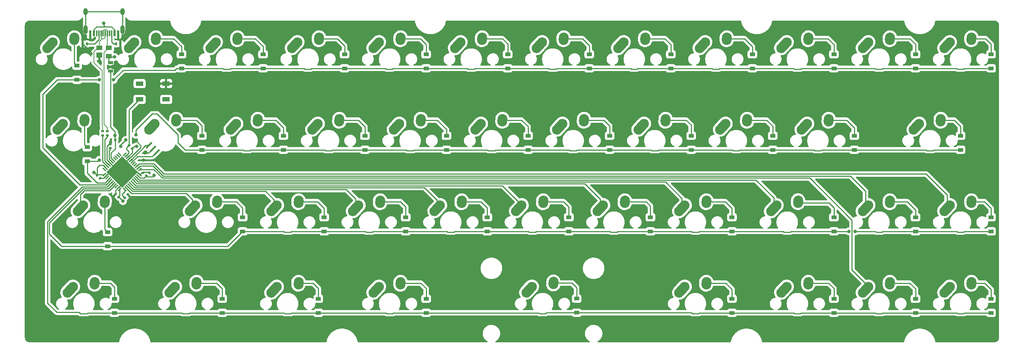
<source format=gbl>
%TF.GenerationSoftware,KiCad,Pcbnew,(5.99.0-10539-g7356f9568d)*%
%TF.CreationDate,2021-05-12T00:16:57+03:00*%
%TF.ProjectId,keyboard,6b657962-6f61-4726-942e-6b696361645f,rev?*%
%TF.SameCoordinates,Original*%
%TF.FileFunction,Copper,L2,Bot*%
%TF.FilePolarity,Positive*%
%FSLAX46Y46*%
G04 Gerber Fmt 4.6, Leading zero omitted, Abs format (unit mm)*
G04 Created by KiCad (PCBNEW (5.99.0-10539-g7356f9568d)) date 2021-05-12 00:16:57*
%MOMM*%
%LPD*%
G01*
G04 APERTURE LIST*
G04 Aperture macros list*
%AMRoundRect*
0 Rectangle with rounded corners*
0 $1 Rounding radius*
0 $2 $3 $4 $5 $6 $7 $8 $9 X,Y pos of 4 corners*
0 Add a 4 corners polygon primitive as box body*
4,1,4,$2,$3,$4,$5,$6,$7,$8,$9,$2,$3,0*
0 Add four circle primitives for the rounded corners*
1,1,$1+$1,$2,$3*
1,1,$1+$1,$4,$5*
1,1,$1+$1,$6,$7*
1,1,$1+$1,$8,$9*
0 Add four rect primitives between the rounded corners*
20,1,$1+$1,$2,$3,$4,$5,0*
20,1,$1+$1,$4,$5,$6,$7,0*
20,1,$1+$1,$6,$7,$8,$9,0*
20,1,$1+$1,$8,$9,$2,$3,0*%
%AMHorizOval*
0 Thick line with rounded ends*
0 $1 width*
0 $2 $3 position (X,Y) of the first rounded end (center of the circle)*
0 $4 $5 position (X,Y) of the second rounded end (center of the circle)*
0 Add line between two ends*
20,1,$1,$2,$3,$4,$5,0*
0 Add two circle primitives to create the rounded ends*
1,1,$1,$2,$3*
1,1,$1,$4,$5*%
%AMRotRect*
0 Rectangle, with rotation*
0 The origin of the aperture is its center*
0 $1 length*
0 $2 width*
0 $3 Rotation angle, in degrees counterclockwise*
0 Add horizontal line*
21,1,$1,$2,0,0,$3*%
G04 Aperture macros list end*
%TA.AperFunction,ComponentPad*%
%ADD10HorizOval,2.300000X0.647898X0.694786X-0.647898X-0.694786X0*%
%TD*%
%TA.AperFunction,ComponentPad*%
%ADD11HorizOval,2.300000X0.015701X0.299589X-0.015701X-0.299589X0*%
%TD*%
%TA.AperFunction,SMDPad,CuDef*%
%ADD12R,1.300000X0.700000*%
%TD*%
%TA.AperFunction,ComponentPad*%
%ADD13O,1.000000X1.600000*%
%TD*%
%TA.AperFunction,ComponentPad*%
%ADD14O,1.000000X2.100000*%
%TD*%
%TA.AperFunction,SMDPad,CuDef*%
%ADD15R,0.300000X1.450000*%
%TD*%
%TA.AperFunction,SMDPad,CuDef*%
%ADD16R,0.600000X1.450000*%
%TD*%
%TA.AperFunction,SMDPad,CuDef*%
%ADD17RotRect,0.400000X1.900000X135.000000*%
%TD*%
%TA.AperFunction,SMDPad,CuDef*%
%ADD18RoundRect,0.062500X-0.380070X0.291682X0.291682X-0.380070X0.380070X-0.291682X-0.291682X0.380070X0*%
%TD*%
%TA.AperFunction,SMDPad,CuDef*%
%ADD19RoundRect,0.062500X-0.380070X-0.291682X-0.291682X-0.380070X0.380070X0.291682X0.291682X0.380070X0*%
%TD*%
%TA.AperFunction,SMDPad,CuDef*%
%ADD20RotRect,5.200000X5.200000X315.000000*%
%TD*%
%TA.AperFunction,SMDPad,CuDef*%
%ADD21R,1.800000X1.100000*%
%TD*%
%TA.AperFunction,SMDPad,CuDef*%
%ADD22RoundRect,0.135000X0.135000X0.185000X-0.135000X0.185000X-0.135000X-0.185000X0.135000X-0.185000X0*%
%TD*%
%TA.AperFunction,SMDPad,CuDef*%
%ADD23RoundRect,0.135000X-0.135000X-0.185000X0.135000X-0.185000X0.135000X0.185000X-0.135000X0.185000X0*%
%TD*%
%TA.AperFunction,SMDPad,CuDef*%
%ADD24RoundRect,0.135000X0.226274X0.035355X0.035355X0.226274X-0.226274X-0.035355X-0.035355X-0.226274X0*%
%TD*%
%TA.AperFunction,SMDPad,CuDef*%
%ADD25RoundRect,0.135000X0.035355X-0.226274X0.226274X-0.035355X-0.035355X0.226274X-0.226274X0.035355X0*%
%TD*%
%TA.AperFunction,SMDPad,CuDef*%
%ADD26RoundRect,0.135000X0.185000X-0.135000X0.185000X0.135000X-0.185000X0.135000X-0.185000X-0.135000X0*%
%TD*%
%TA.AperFunction,SMDPad,CuDef*%
%ADD27RoundRect,0.135000X-0.185000X0.135000X-0.185000X-0.135000X0.185000X-0.135000X0.185000X0.135000X0*%
%TD*%
%TA.AperFunction,SMDPad,CuDef*%
%ADD28R,1.400000X1.200000*%
%TD*%
%TA.AperFunction,SMDPad,CuDef*%
%ADD29R,1.400000X1.000000*%
%TD*%
%TA.AperFunction,SMDPad,CuDef*%
%ADD30RoundRect,0.140000X0.170000X-0.140000X0.170000X0.140000X-0.170000X0.140000X-0.170000X-0.140000X0*%
%TD*%
%TA.AperFunction,SMDPad,CuDef*%
%ADD31RoundRect,0.140000X0.140000X0.170000X-0.140000X0.170000X-0.140000X-0.170000X0.140000X-0.170000X0*%
%TD*%
%TA.AperFunction,SMDPad,CuDef*%
%ADD32RoundRect,0.140000X-0.219203X-0.021213X-0.021213X-0.219203X0.219203X0.021213X0.021213X0.219203X0*%
%TD*%
%TA.AperFunction,SMDPad,CuDef*%
%ADD33RoundRect,0.140000X0.219203X0.021213X0.021213X0.219203X-0.219203X-0.021213X-0.021213X-0.219203X0*%
%TD*%
%TA.AperFunction,SMDPad,CuDef*%
%ADD34RoundRect,0.140000X0.021213X-0.219203X0.219203X-0.021213X-0.021213X0.219203X-0.219203X0.021213X0*%
%TD*%
%TA.AperFunction,SMDPad,CuDef*%
%ADD35R,1.200000X0.900000*%
%TD*%
%TA.AperFunction,ViaPad*%
%ADD36C,0.800000*%
%TD*%
%TA.AperFunction,Conductor*%
%ADD37C,0.250000*%
%TD*%
%TA.AperFunction,Conductor*%
%ADD38C,0.200000*%
%TD*%
G04 APERTURE END LIST*
D10*
X207193750Y-76125000D03*
D11*
X212868750Y-74575000D03*
D12*
X52270000Y-44040000D03*
X52270000Y-42140000D03*
D13*
X55120000Y-30187500D03*
X46480000Y-30187500D03*
D14*
X55120000Y-34367500D03*
X46480000Y-34367500D03*
D15*
X50550000Y-35282500D03*
X51050000Y-35282500D03*
X51550000Y-35282500D03*
X50050000Y-35282500D03*
X52050000Y-35282500D03*
X49550000Y-35282500D03*
X52550000Y-35282500D03*
X49050000Y-35282500D03*
D16*
X48350000Y-35282500D03*
X53250000Y-35282500D03*
X47575000Y-35282500D03*
X54025000Y-35282500D03*
D17*
X62998528Y-63118528D03*
X62150000Y-62270000D03*
X61301472Y-61421472D03*
D18*
X50850062Y-67055534D03*
X51203616Y-66701981D03*
X51557169Y-66348427D03*
X51910722Y-65994874D03*
X52264276Y-65641321D03*
X52617829Y-65287767D03*
X52971383Y-64934214D03*
X53324936Y-64580660D03*
X53678489Y-64227107D03*
X54032043Y-63873554D03*
X54385596Y-63520000D03*
D19*
X55570000Y-63520000D03*
X55923553Y-63873554D03*
X56277107Y-64227107D03*
X56630660Y-64580660D03*
X56984213Y-64934214D03*
X57337767Y-65287767D03*
X57691320Y-65641321D03*
X58044874Y-65994874D03*
X58398427Y-66348427D03*
X58751980Y-66701981D03*
X59105534Y-67055534D03*
D18*
X59105534Y-68239938D03*
X58751980Y-68593491D03*
X58398427Y-68947045D03*
X58044874Y-69300598D03*
X57691320Y-69654151D03*
X57337767Y-70007705D03*
X56984213Y-70361258D03*
X56630660Y-70714812D03*
X56277107Y-71068365D03*
X55923553Y-71421918D03*
X55570000Y-71775472D03*
D19*
X54385596Y-71775472D03*
X54032043Y-71421918D03*
X53678489Y-71068365D03*
X53324936Y-70714812D03*
X52971383Y-70361258D03*
X52617829Y-70007705D03*
X52264276Y-69654151D03*
X51910722Y-69300598D03*
X51557169Y-68947045D03*
X51203616Y-68593491D03*
X50850062Y-68239938D03*
D20*
X54977798Y-67647736D03*
D21*
X65260000Y-46980000D03*
X59060000Y-50680000D03*
X65260000Y-50680000D03*
X59060000Y-46980000D03*
D22*
X46790000Y-37710000D03*
X45770000Y-37710000D03*
D23*
X53580000Y-37690000D03*
X54600000Y-37690000D03*
D24*
X57340624Y-62130624D03*
X56619376Y-61409376D03*
D25*
X55599376Y-73660624D03*
X56320624Y-72939376D03*
D26*
X50450000Y-59150000D03*
X50450000Y-58130000D03*
D27*
X51540000Y-58130000D03*
X51540000Y-59150000D03*
D28*
X49690000Y-40360000D03*
D29*
X49690000Y-38640000D03*
X51890000Y-38640000D03*
X51890000Y-40540000D03*
D30*
X52230000Y-62120000D03*
X52230000Y-61160000D03*
D31*
X53360000Y-60110000D03*
X52400000Y-60110000D03*
D32*
X49130589Y-68420589D03*
X49809411Y-69099411D03*
D33*
X54189411Y-73479411D03*
X53510589Y-72800589D03*
D34*
X60700589Y-68529411D03*
X61379411Y-67850589D03*
D10*
X150043750Y-95150000D03*
D11*
X155718750Y-93600000D03*
D10*
X42862500Y-95150000D03*
D11*
X48562500Y-93650000D03*
D10*
X90487500Y-95150000D03*
D11*
X96187500Y-93650000D03*
D10*
X240531250Y-57050000D03*
D11*
X246206250Y-55550000D03*
D10*
X45268750Y-76100000D03*
D11*
X50943750Y-74600000D03*
D10*
X38125000Y-38000000D03*
D11*
X43800000Y-36500000D03*
D10*
X57175000Y-38000000D03*
D11*
X62850000Y-36500000D03*
D10*
X76225000Y-38000000D03*
D11*
X81900000Y-36500000D03*
D10*
X95275000Y-38000000D03*
D11*
X100950000Y-36500000D03*
D10*
X114325000Y-38000000D03*
D11*
X120000000Y-36500000D03*
D10*
X133375000Y-38000000D03*
D11*
X139050000Y-36500000D03*
D10*
X152425000Y-38000000D03*
D11*
X158100000Y-36500000D03*
D10*
X171475000Y-38000000D03*
D11*
X177150000Y-36500000D03*
D10*
X190525000Y-38000000D03*
D11*
X196200000Y-36500000D03*
D10*
X209575000Y-38000000D03*
D11*
X215250000Y-36500000D03*
D10*
X228625000Y-38000000D03*
D11*
X234300000Y-36500000D03*
D10*
X247675000Y-38000000D03*
D11*
X253350000Y-36500000D03*
D10*
X61937500Y-57050000D03*
D11*
X67612500Y-55550000D03*
D10*
X80987500Y-57050000D03*
D11*
X86662500Y-55550000D03*
D10*
X100037500Y-57050000D03*
D11*
X105712500Y-55550000D03*
D10*
X119087500Y-57050000D03*
D11*
X124762500Y-55550000D03*
D10*
X138137500Y-57050000D03*
D11*
X143812500Y-55550000D03*
D10*
X157187500Y-57050000D03*
D11*
X162862500Y-55550000D03*
D10*
X176237500Y-57050000D03*
D11*
X181912500Y-55550000D03*
D10*
X195287500Y-57050000D03*
D11*
X200962500Y-55550000D03*
D10*
X214337500Y-57050000D03*
D11*
X220012500Y-55550000D03*
D10*
X71462500Y-76100000D03*
D11*
X77137500Y-74600000D03*
D10*
X90512500Y-76100000D03*
D11*
X96187500Y-74600000D03*
D10*
X109562500Y-76100000D03*
D11*
X115237500Y-74600000D03*
D10*
X128612500Y-76100000D03*
D11*
X134287500Y-74600000D03*
D10*
X147662500Y-76100000D03*
D11*
X153337500Y-74600000D03*
D10*
X166712500Y-76100000D03*
D11*
X172387500Y-74600000D03*
D10*
X185762500Y-76100000D03*
D11*
X191437500Y-74600000D03*
D10*
X228625000Y-76100000D03*
D11*
X234300000Y-74600000D03*
D10*
X247675000Y-76100000D03*
D11*
X253350000Y-74600000D03*
D10*
X66700000Y-95150000D03*
D11*
X72375000Y-93650000D03*
D10*
X114325000Y-95150000D03*
D11*
X120000000Y-93650000D03*
D10*
X185762500Y-95150000D03*
D11*
X191437500Y-93650000D03*
D10*
X209575000Y-95150000D03*
D11*
X215250000Y-93650000D03*
D10*
X228625000Y-95150000D03*
D11*
X234300000Y-93650000D03*
D10*
X247675000Y-95150000D03*
D11*
X253350000Y-93650000D03*
D10*
X40506250Y-57075000D03*
D11*
X46181250Y-55525000D03*
D35*
X44450000Y-42800000D03*
X44450000Y-46100000D03*
X68850000Y-40125000D03*
X68850000Y-43425000D03*
X87900000Y-40125000D03*
X87900000Y-43425000D03*
X106950000Y-40125000D03*
X106950000Y-43425000D03*
X126000000Y-40125000D03*
X126000000Y-43425000D03*
X145050000Y-40125000D03*
X145050000Y-43425000D03*
X164100000Y-40125000D03*
X164100000Y-43425000D03*
X183150000Y-40125000D03*
X183150000Y-43425000D03*
X202200000Y-40125000D03*
X202200000Y-43425000D03*
X221250000Y-40125000D03*
X221250000Y-43425000D03*
X240300000Y-40125000D03*
X240300000Y-43425000D03*
X257968750Y-40125000D03*
X257968750Y-43425000D03*
X46831250Y-61850000D03*
X46831250Y-65150000D03*
X73612500Y-59175000D03*
X73612500Y-62475000D03*
X92662500Y-59175000D03*
X92662500Y-62475000D03*
X111712500Y-59175000D03*
X111712500Y-62475000D03*
X130762500Y-59175000D03*
X130762500Y-62475000D03*
X149812500Y-59175000D03*
X149812500Y-62475000D03*
X168862500Y-59175000D03*
X168862500Y-62475000D03*
X187912500Y-59175000D03*
X187912500Y-62475000D03*
X206962500Y-59175000D03*
X206962500Y-62475000D03*
X226012500Y-59175000D03*
X226012500Y-62475000D03*
X250825000Y-59175000D03*
X250825000Y-62475000D03*
X51593750Y-81693750D03*
X51593750Y-84993750D03*
X83137500Y-78225000D03*
X83137500Y-81525000D03*
X102187500Y-78225000D03*
X102187500Y-81525000D03*
X121237500Y-78225000D03*
X121237500Y-81525000D03*
X140287500Y-78225000D03*
X140287500Y-81525000D03*
X159337500Y-78225000D03*
X159337500Y-81525000D03*
X178387500Y-78225000D03*
X178387500Y-81525000D03*
X197437500Y-78225000D03*
X197437500Y-81525000D03*
X221250000Y-78225000D03*
X221250000Y-81525000D03*
X240300000Y-78225000D03*
X240300000Y-81525000D03*
X257968750Y-78225000D03*
X257968750Y-81525000D03*
X53181250Y-97275000D03*
X53181250Y-100575000D03*
X78375000Y-97275000D03*
X78375000Y-100575000D03*
X100806250Y-97275000D03*
X100806250Y-100575000D03*
X126000000Y-97275000D03*
X126000000Y-100575000D03*
X161150000Y-97240000D03*
X161150000Y-100540000D03*
X197437500Y-97275000D03*
X197437500Y-100575000D03*
X221250000Y-97275000D03*
X221250000Y-100575000D03*
X240300000Y-97275000D03*
X240300000Y-100575000D03*
X257968750Y-97275000D03*
X257968750Y-100575000D03*
D36*
X236340000Y-70680000D03*
X223320000Y-71580000D03*
X211740000Y-71020000D03*
X196930000Y-71690000D03*
X176750000Y-71970000D03*
X158800000Y-72750000D03*
X103960000Y-74080000D03*
X121000000Y-72750000D03*
X138220000Y-72230000D03*
X128540000Y-85940000D03*
X59960000Y-64870000D03*
X66070000Y-64270000D03*
X43760000Y-50840000D03*
X67720000Y-48670000D03*
X224745500Y-81530000D03*
X226194500Y-81560000D03*
X55171631Y-74459323D03*
X62450000Y-68450000D03*
X58180000Y-58950000D03*
X55830000Y-60160000D03*
X49640000Y-64840000D03*
X54670000Y-61650000D03*
X52994500Y-46110000D03*
X49640500Y-46100000D03*
X49910000Y-42170000D03*
X47730500Y-39980000D03*
X60330000Y-63210000D03*
X58290000Y-60290000D03*
X50640000Y-32890000D03*
X53210000Y-40770000D03*
X48390000Y-67740000D03*
X53340000Y-59100000D03*
X58360000Y-61660000D03*
D37*
X46480000Y-30187500D02*
X46480000Y-34367500D01*
X55120000Y-30187500D02*
X46480000Y-30187500D01*
X55120000Y-34367500D02*
X55120000Y-30187500D01*
X52617829Y-70012171D02*
X52617829Y-70007705D01*
X52460000Y-70170000D02*
X52617829Y-70012171D01*
X52385718Y-70170000D02*
X52460000Y-70170000D01*
X51425718Y-71130000D02*
X52385718Y-70170000D01*
X45720000Y-71130000D02*
X51425718Y-71130000D01*
X37560000Y-98280000D02*
X37560000Y-79290000D01*
X37560000Y-79290000D02*
X45720000Y-71130000D01*
X45260000Y-100750000D02*
X44950000Y-100440000D01*
X46740000Y-100750000D02*
X45260000Y-100750000D01*
X46915000Y-100575000D02*
X46740000Y-100750000D01*
X39720000Y-100440000D02*
X37560000Y-98280000D01*
X53181250Y-100575000D02*
X46915000Y-100575000D01*
X44950000Y-100440000D02*
X39720000Y-100440000D01*
X45930000Y-71580000D02*
X51760000Y-71580000D01*
X51760000Y-71580000D02*
X52971383Y-70368617D01*
X38009520Y-82119520D02*
X38009520Y-79500480D01*
X38009520Y-79500480D02*
X45930000Y-71580000D01*
X52971383Y-70368617D02*
X52971383Y-70361258D01*
X51593750Y-84993750D02*
X40883750Y-84993750D01*
X40883750Y-84993750D02*
X38009520Y-82119520D01*
X40883750Y-84993750D02*
X40780000Y-84890000D01*
X53324936Y-70715064D02*
X53324936Y-70714812D01*
X52010000Y-72030000D02*
X53324936Y-70715064D01*
X45268750Y-72921250D02*
X46160000Y-72030000D01*
X45268750Y-76100000D02*
X45268750Y-72921250D01*
X46160000Y-72030000D02*
X52010000Y-72030000D01*
X36460000Y-62010000D02*
X45120000Y-70670000D01*
X52264276Y-69655724D02*
X52264276Y-69654151D01*
X36460000Y-49450000D02*
X36460000Y-62010000D01*
X39810000Y-46100000D02*
X36460000Y-49450000D01*
X44450000Y-46100000D02*
X39810000Y-46100000D01*
X39810000Y-46100000D02*
X39640000Y-46270000D01*
X45120000Y-70670000D02*
X51250000Y-70670000D01*
X51250000Y-70670000D02*
X52264276Y-69655724D01*
X49120000Y-70210000D02*
X51000000Y-70210000D01*
X46831250Y-67921250D02*
X49120000Y-70210000D01*
X46831250Y-65150000D02*
X46831250Y-67921250D01*
X46831250Y-67921250D02*
X46925000Y-68015000D01*
X51000000Y-70210000D02*
X51909402Y-69300598D01*
X51909402Y-69300598D02*
X51910722Y-69300598D01*
X62360000Y-65730000D02*
X64760000Y-68130000D01*
X242820000Y-68130000D02*
X247675000Y-72985000D01*
X59010000Y-65730000D02*
X62360000Y-65730000D01*
X64760000Y-68130000D02*
X242820000Y-68130000D01*
X58398427Y-66341573D02*
X59010000Y-65730000D01*
X58398427Y-66348427D02*
X58398427Y-66341573D01*
X247675000Y-72985000D02*
X247675000Y-76100000D01*
X62170000Y-66190000D02*
X64570480Y-68590480D01*
X225090480Y-68590480D02*
X228625000Y-72125000D01*
X59260000Y-66190000D02*
X62170000Y-66190000D01*
X58751980Y-66698020D02*
X59260000Y-66190000D01*
X64570480Y-68590480D02*
X225090480Y-68590480D01*
X58751980Y-66701981D02*
X58751980Y-66698020D01*
X228625000Y-72125000D02*
X228625000Y-76100000D01*
X225470000Y-90570000D02*
X228625000Y-93725000D01*
X225470000Y-78940000D02*
X225470000Y-90570000D01*
X215570000Y-69040000D02*
X225470000Y-78940000D01*
X62395534Y-67055534D02*
X64380000Y-69040000D01*
X59105534Y-67055534D02*
X62395534Y-67055534D01*
X64380000Y-69040000D02*
X215570000Y-69040000D01*
X228625000Y-93725000D02*
X228625000Y-95150000D01*
X203020000Y-69500000D02*
X207193750Y-73673750D01*
X58950000Y-69500000D02*
X203020000Y-69500000D01*
X58398427Y-68948427D02*
X58950000Y-69500000D01*
X58398427Y-68947045D02*
X58398427Y-68948427D01*
X207193750Y-73673750D02*
X207193750Y-76125000D01*
X58690480Y-69950480D02*
X181900480Y-69950480D01*
X58044874Y-69304874D02*
X58690480Y-69950480D01*
X181900480Y-69950480D02*
X185762500Y-73812500D01*
X58044874Y-69300598D02*
X58044874Y-69304874D01*
X185762500Y-73812500D02*
X185762500Y-76100000D01*
X57691320Y-69654151D02*
X57691320Y-69661320D01*
X58430000Y-70400000D02*
X163050000Y-70400000D01*
X166712500Y-74062500D02*
X166712500Y-76100000D01*
X57691320Y-69661320D02*
X58430000Y-70400000D01*
X163050000Y-70400000D02*
X166712500Y-74062500D01*
X143830000Y-70850000D02*
X147662500Y-74682500D01*
X58180000Y-70850000D02*
X143830000Y-70850000D01*
X57337767Y-70007767D02*
X58180000Y-70850000D01*
X57337767Y-70007705D02*
X57337767Y-70007767D01*
X147662500Y-74682500D02*
X147662500Y-76100000D01*
X57920000Y-71300000D02*
X125630000Y-71300000D01*
X125630000Y-71300000D02*
X128612500Y-74282500D01*
X56984213Y-70364213D02*
X57920000Y-71300000D01*
X56984213Y-70361258D02*
X56984213Y-70364213D01*
X128612500Y-74282500D02*
X128612500Y-76100000D01*
X107350000Y-71750000D02*
X109562500Y-73962500D01*
X56630660Y-70714812D02*
X56630660Y-70720660D01*
X56630660Y-70720660D02*
X57660000Y-71750000D01*
X57660000Y-71750000D02*
X107350000Y-71750000D01*
X109562500Y-73962500D02*
X109562500Y-76100000D01*
X88490000Y-72200000D02*
X90512500Y-74222500D01*
X57410000Y-72200000D02*
X88490000Y-72200000D01*
X56278365Y-71068365D02*
X57410000Y-72200000D01*
X56277107Y-71068365D02*
X56278365Y-71068365D01*
X90512500Y-74222500D02*
X90512500Y-76100000D01*
X57160000Y-72650000D02*
X69980000Y-72650000D01*
X55931918Y-71421918D02*
X57160000Y-72650000D01*
X55923553Y-71421918D02*
X55931918Y-71421918D01*
X71462500Y-74132500D02*
X71462500Y-76100000D01*
X69980000Y-72650000D02*
X71462500Y-74132500D01*
X251510000Y-100750000D02*
X251685000Y-100575000D01*
X250130000Y-100750000D02*
X251510000Y-100750000D01*
X249955000Y-100575000D02*
X250130000Y-100750000D01*
X240300000Y-100575000D02*
X249955000Y-100575000D01*
X251685000Y-100575000D02*
X257968750Y-100575000D01*
X232470000Y-100750000D02*
X232645000Y-100575000D01*
X231080000Y-100750000D02*
X232470000Y-100750000D01*
X230905000Y-100575000D02*
X231080000Y-100750000D01*
X221250000Y-100575000D02*
X230905000Y-100575000D01*
X232645000Y-100575000D02*
X240300000Y-100575000D01*
X213410000Y-100750000D02*
X213585000Y-100575000D01*
X211865000Y-100575000D02*
X212040000Y-100750000D01*
X212040000Y-100750000D02*
X213410000Y-100750000D01*
X197437500Y-100575000D02*
X211865000Y-100575000D01*
X213585000Y-100575000D02*
X221250000Y-100575000D01*
X189620000Y-100750000D02*
X189800000Y-100570000D01*
X189800000Y-100570000D02*
X189805000Y-100575000D01*
X188160000Y-100750000D02*
X189620000Y-100750000D01*
X187950000Y-100540000D02*
X188160000Y-100750000D01*
X161150000Y-100540000D02*
X187950000Y-100540000D01*
X189805000Y-100575000D02*
X197437500Y-100575000D01*
X152490000Y-100750000D02*
X153910000Y-100750000D01*
X153910000Y-100750000D02*
X154120000Y-100540000D01*
X152315000Y-100575000D02*
X152490000Y-100750000D01*
X126000000Y-100575000D02*
X152315000Y-100575000D01*
X154120000Y-100540000D02*
X161150000Y-100540000D01*
X100806250Y-100575000D02*
X116605000Y-100575000D01*
X116605000Y-100575000D02*
X116780000Y-100750000D01*
X116780000Y-100750000D02*
X118190000Y-100750000D01*
X118365000Y-100575000D02*
X126000000Y-100575000D01*
X118190000Y-100750000D02*
X118365000Y-100575000D01*
X78375000Y-100575000D02*
X92785000Y-100575000D01*
X92785000Y-100575000D02*
X92970000Y-100760000D01*
X92970000Y-100760000D02*
X94370000Y-100760000D01*
X94370000Y-100760000D02*
X94555000Y-100575000D01*
X94555000Y-100575000D02*
X100806250Y-100575000D01*
X70560000Y-100750000D02*
X70735000Y-100575000D01*
X69150000Y-100750000D02*
X70560000Y-100750000D01*
X53181250Y-100575000D02*
X68975000Y-100575000D01*
X68975000Y-100575000D02*
X69150000Y-100750000D01*
X70735000Y-100575000D02*
X78375000Y-100575000D01*
X249955000Y-81525000D02*
X250120000Y-81690000D01*
X251520000Y-81690000D02*
X251685000Y-81525000D01*
X240300000Y-81525000D02*
X249955000Y-81525000D01*
X250120000Y-81690000D02*
X251520000Y-81690000D01*
X251685000Y-81525000D02*
X257968750Y-81525000D01*
X232460000Y-81700000D02*
X232635000Y-81525000D01*
X230990000Y-81560000D02*
X231130000Y-81700000D01*
X226194500Y-81560000D02*
X230990000Y-81560000D01*
X232635000Y-81525000D02*
X240300000Y-81525000D01*
X224740500Y-81525000D02*
X224745500Y-81530000D01*
X221250000Y-81525000D02*
X224740500Y-81525000D01*
X231130000Y-81700000D02*
X232460000Y-81700000D01*
X211060000Y-81690000D02*
X211230000Y-81520000D01*
X211230000Y-81520000D02*
X211235000Y-81525000D01*
X209465000Y-81525000D02*
X209630000Y-81690000D01*
X197437500Y-81525000D02*
X209465000Y-81525000D01*
X209630000Y-81690000D02*
X211060000Y-81690000D01*
X211235000Y-81525000D02*
X221250000Y-81525000D01*
X188200000Y-81690000D02*
X189590000Y-81690000D01*
X178387500Y-81525000D02*
X188035000Y-81525000D01*
X189755000Y-81525000D02*
X197437500Y-81525000D01*
X188035000Y-81525000D02*
X188200000Y-81690000D01*
X189590000Y-81690000D02*
X189755000Y-81525000D01*
X170540000Y-81690000D02*
X170705000Y-81525000D01*
X169150000Y-81690000D02*
X170540000Y-81690000D01*
X168985000Y-81525000D02*
X169150000Y-81690000D01*
X159337500Y-81525000D02*
X168985000Y-81525000D01*
X170705000Y-81525000D02*
X178387500Y-81525000D01*
X151550000Y-81690000D02*
X151715000Y-81525000D01*
X150090000Y-81690000D02*
X151550000Y-81690000D01*
X149925000Y-81525000D02*
X150090000Y-81690000D01*
X140287500Y-81525000D02*
X149925000Y-81525000D01*
X151715000Y-81525000D02*
X159337500Y-81525000D01*
X132440000Y-81690000D02*
X132605000Y-81525000D01*
X131050000Y-81690000D02*
X132440000Y-81690000D01*
X130885000Y-81525000D02*
X131050000Y-81690000D01*
X121237500Y-81525000D02*
X130885000Y-81525000D01*
X132605000Y-81525000D02*
X140287500Y-81525000D01*
X112010000Y-81700000D02*
X113390000Y-81700000D01*
X102187500Y-81525000D02*
X111835000Y-81525000D01*
X113390000Y-81700000D02*
X113565000Y-81525000D01*
X113565000Y-81525000D02*
X121237500Y-81525000D01*
X111835000Y-81525000D02*
X112010000Y-81700000D01*
X58640920Y-67810000D02*
X58670000Y-67810000D01*
X58478656Y-67647736D02*
X58640920Y-67810000D01*
X54977798Y-67647736D02*
X58478656Y-67647736D01*
X59099938Y-68239938D02*
X58670000Y-67810000D01*
X59105534Y-68239938D02*
X59099938Y-68239938D01*
X54450579Y-69012027D02*
X54032043Y-68593491D01*
X54450579Y-71003382D02*
X54450579Y-69012027D01*
X54032043Y-71421918D02*
X54450579Y-71003382D01*
X53678489Y-71068365D02*
X53671635Y-71068365D01*
X54191719Y-73479411D02*
X55171631Y-74459323D01*
X54189411Y-73479411D02*
X54191719Y-73479411D01*
X92785000Y-81525000D02*
X92960000Y-81700000D01*
X92960000Y-81700000D02*
X94340000Y-81700000D01*
X83137500Y-81525000D02*
X92785000Y-81525000D01*
X94340000Y-81700000D02*
X94515000Y-81525000D01*
X94515000Y-81525000D02*
X102187500Y-81525000D01*
X79668750Y-84993750D02*
X83137500Y-81525000D01*
X51593750Y-84993750D02*
X79668750Y-84993750D01*
X61160208Y-67631386D02*
X61379411Y-67850589D01*
X59105534Y-68239938D02*
X59714086Y-67631386D01*
X59714086Y-67631386D02*
X61160208Y-67631386D01*
X60950000Y-68770000D02*
X62130000Y-68770000D01*
X62130000Y-68770000D02*
X62450000Y-68450000D01*
X60941178Y-68770000D02*
X60950000Y-68770000D01*
X60700589Y-68529411D02*
X60941178Y-68770000D01*
X58753491Y-68593491D02*
X59210480Y-69050480D01*
X58751980Y-68593491D02*
X58753491Y-68593491D01*
X60179520Y-69050480D02*
X60700589Y-68529411D01*
X59210480Y-69050480D02*
X60179520Y-69050480D01*
X55010000Y-72800000D02*
X55570000Y-72240000D01*
X55570000Y-72240000D02*
X55570000Y-71775472D01*
X55010000Y-73071248D02*
X55010000Y-72800000D01*
X55599376Y-73660624D02*
X55010000Y-73071248D01*
X55923553Y-71423553D02*
X56300000Y-71800000D01*
X55923553Y-71421918D02*
X55923553Y-71423553D01*
X242970000Y-62650000D02*
X244390000Y-62650000D01*
X242795000Y-62475000D02*
X242970000Y-62650000D01*
X226012500Y-62475000D02*
X242795000Y-62475000D01*
X244565000Y-62475000D02*
X250825000Y-62475000D01*
X244390000Y-62650000D02*
X244565000Y-62475000D01*
X216780000Y-62650000D02*
X218190000Y-62650000D01*
X216605000Y-62475000D02*
X216780000Y-62650000D01*
X218190000Y-62650000D02*
X218365000Y-62475000D01*
X218365000Y-62475000D02*
X226012500Y-62475000D01*
X206962500Y-62475000D02*
X216605000Y-62475000D01*
X199140000Y-62640000D02*
X199305000Y-62475000D01*
X197730000Y-62640000D02*
X199140000Y-62640000D01*
X187912500Y-62475000D02*
X197565000Y-62475000D01*
X197565000Y-62475000D02*
X197730000Y-62640000D01*
X199305000Y-62475000D02*
X206962500Y-62475000D01*
X178690000Y-62650000D02*
X178515000Y-62475000D01*
X180100000Y-62650000D02*
X178690000Y-62650000D01*
X180275000Y-62475000D02*
X180100000Y-62650000D01*
X187912500Y-62475000D02*
X180275000Y-62475000D01*
X178515000Y-62475000D02*
X168862500Y-62475000D01*
X159620000Y-62640000D02*
X161050000Y-62640000D01*
X161050000Y-62640000D02*
X161215000Y-62475000D01*
X159455000Y-62475000D02*
X159620000Y-62640000D01*
X149812500Y-62475000D02*
X159455000Y-62475000D01*
X161215000Y-62475000D02*
X168862500Y-62475000D01*
X142030000Y-62650000D02*
X142205000Y-62475000D01*
X140375000Y-62475000D02*
X140550000Y-62650000D01*
X140550000Y-62650000D02*
X142030000Y-62650000D01*
X130762500Y-62475000D02*
X140375000Y-62475000D01*
X142205000Y-62475000D02*
X149812500Y-62475000D01*
X121530000Y-62650000D02*
X122970000Y-62650000D01*
X111712500Y-62475000D02*
X121355000Y-62475000D01*
X123145000Y-62475000D02*
X130762500Y-62475000D01*
X121355000Y-62475000D02*
X121530000Y-62650000D01*
X122970000Y-62650000D02*
X123145000Y-62475000D01*
X102295000Y-62475000D02*
X102470000Y-62650000D01*
X103900000Y-62650000D02*
X104075000Y-62475000D01*
X92662500Y-62475000D02*
X102295000Y-62475000D01*
X102470000Y-62650000D02*
X103900000Y-62650000D01*
X104075000Y-62475000D02*
X111712500Y-62475000D01*
X84820000Y-62640000D02*
X84985000Y-62475000D01*
X83420000Y-62640000D02*
X84820000Y-62640000D01*
X83255000Y-62475000D02*
X83420000Y-62640000D01*
X73612500Y-62475000D02*
X83255000Y-62475000D01*
X84985000Y-62475000D02*
X92662500Y-62475000D01*
X68070000Y-60780000D02*
X69765000Y-62475000D01*
X62020000Y-54040000D02*
X63140000Y-54040000D01*
X58180000Y-57880000D02*
X62020000Y-54040000D01*
X58180000Y-58950000D02*
X58180000Y-57880000D01*
X69765000Y-62475000D02*
X73612500Y-62475000D01*
X63140000Y-54040000D02*
X68070000Y-58970000D01*
X68070000Y-58970000D02*
X68070000Y-60780000D01*
X54670000Y-61650000D02*
X54670000Y-61320000D01*
X54670000Y-61320000D02*
X55830000Y-60160000D01*
X49330000Y-65150000D02*
X49640000Y-64840000D01*
X46831250Y-65150000D02*
X49330000Y-65150000D01*
X251520000Y-43600000D02*
X251695000Y-43425000D01*
X249935000Y-43425000D02*
X250110000Y-43600000D01*
X250110000Y-43600000D02*
X251520000Y-43600000D01*
X240300000Y-43425000D02*
X249935000Y-43425000D01*
X251695000Y-43425000D02*
X257968750Y-43425000D01*
X232490000Y-43600000D02*
X232665000Y-43425000D01*
X231060000Y-43600000D02*
X232490000Y-43600000D01*
X221250000Y-43425000D02*
X230885000Y-43425000D01*
X230885000Y-43425000D02*
X231060000Y-43600000D01*
X232665000Y-43425000D02*
X240300000Y-43425000D01*
X211835000Y-43425000D02*
X202200000Y-43425000D01*
X221250000Y-43425000D02*
X213625000Y-43425000D01*
X213450000Y-43600000D02*
X212010000Y-43600000D01*
X213625000Y-43425000D02*
X213450000Y-43600000D01*
X212010000Y-43600000D02*
X211835000Y-43425000D01*
X192960000Y-43610000D02*
X194380000Y-43610000D01*
X192775000Y-43425000D02*
X192960000Y-43610000D01*
X194380000Y-43610000D02*
X194565000Y-43425000D01*
X183150000Y-43425000D02*
X192775000Y-43425000D01*
X194565000Y-43425000D02*
X202200000Y-43425000D01*
X175190000Y-43600000D02*
X175365000Y-43425000D01*
X173920000Y-43600000D02*
X175190000Y-43600000D01*
X164100000Y-43425000D02*
X173745000Y-43425000D01*
X173745000Y-43425000D02*
X173920000Y-43600000D01*
X175365000Y-43425000D02*
X183150000Y-43425000D01*
X156360000Y-43600000D02*
X156535000Y-43425000D01*
X154850000Y-43600000D02*
X156360000Y-43600000D01*
X145050000Y-43425000D02*
X154675000Y-43425000D01*
X156535000Y-43425000D02*
X164100000Y-43425000D01*
X154675000Y-43425000D02*
X154850000Y-43600000D01*
X137220000Y-43600000D02*
X137395000Y-43425000D01*
X135800000Y-43600000D02*
X137220000Y-43600000D01*
X135625000Y-43425000D02*
X135800000Y-43600000D01*
X137395000Y-43425000D02*
X145050000Y-43425000D01*
X126000000Y-43425000D02*
X135625000Y-43425000D01*
X116575000Y-43425000D02*
X116750000Y-43600000D01*
X106950000Y-43425000D02*
X116575000Y-43425000D01*
X116750000Y-43600000D02*
X118090000Y-43600000D01*
X118090000Y-43600000D02*
X118265000Y-43425000D01*
X118265000Y-43425000D02*
X126000000Y-43425000D01*
X99040000Y-43590000D02*
X99205000Y-43425000D01*
X97690000Y-43590000D02*
X99040000Y-43590000D01*
X97525000Y-43425000D02*
X97690000Y-43590000D01*
X99205000Y-43425000D02*
X106950000Y-43425000D01*
X87900000Y-43425000D02*
X97525000Y-43425000D01*
X80210000Y-43610000D02*
X80395000Y-43425000D01*
X68850000Y-43425000D02*
X78475000Y-43425000D01*
X78475000Y-43425000D02*
X78660000Y-43610000D01*
X78660000Y-43610000D02*
X80210000Y-43610000D01*
X80395000Y-43425000D02*
X87900000Y-43425000D01*
X67725000Y-43425000D02*
X68850000Y-43425000D01*
X67310000Y-43840000D02*
X67725000Y-43425000D01*
X55264500Y-43840000D02*
X67310000Y-43840000D01*
X52994500Y-46110000D02*
X55264500Y-43840000D01*
X44450000Y-46100000D02*
X49640500Y-46100000D01*
X47730500Y-39670500D02*
X45770000Y-37710000D01*
X47730500Y-39980000D02*
X47730500Y-39670500D01*
X49690000Y-41950000D02*
X49910000Y-42170000D01*
X49690000Y-40360000D02*
X49690000Y-41950000D01*
X256520000Y-93650000D02*
X257968750Y-95098750D01*
X257968750Y-95098750D02*
X257968750Y-97275000D01*
X253350000Y-93650000D02*
X256520000Y-93650000D01*
X238980000Y-93650000D02*
X240300000Y-94970000D01*
X234300000Y-93650000D02*
X238980000Y-93650000D01*
X240300000Y-94970000D02*
X240300000Y-97275000D01*
X215250000Y-93650000D02*
X220040000Y-93650000D01*
X220040000Y-93650000D02*
X221250000Y-94860000D01*
X221250000Y-94860000D02*
X221250000Y-97275000D01*
X196020000Y-93650000D02*
X197437500Y-95067500D01*
X191437500Y-93650000D02*
X196020000Y-93650000D01*
X197437500Y-95067500D02*
X197437500Y-97275000D01*
X160070000Y-93600000D02*
X161150000Y-94680000D01*
X155718750Y-93600000D02*
X160070000Y-93600000D01*
X161150000Y-94680000D02*
X161150000Y-97240000D01*
X124790000Y-93650000D02*
X126000000Y-94860000D01*
X120000000Y-93650000D02*
X124790000Y-93650000D01*
X126000000Y-94860000D02*
X126000000Y-97275000D01*
X99630000Y-93650000D02*
X100806250Y-94826250D01*
X96187500Y-93650000D02*
X99630000Y-93650000D01*
X100806250Y-94826250D02*
X100806250Y-97275000D01*
X72375000Y-93650000D02*
X77070000Y-93650000D01*
X77070000Y-93650000D02*
X78375000Y-94955000D01*
X78375000Y-94955000D02*
X78375000Y-97275000D01*
X52260000Y-93650000D02*
X53181250Y-94571250D01*
X48562500Y-93650000D02*
X52260000Y-93650000D01*
X53181250Y-94571250D02*
X53181250Y-97275000D01*
X61210000Y-63210000D02*
X62150000Y-62270000D01*
X60330000Y-63210000D02*
X61210000Y-63210000D01*
X58290000Y-60440000D02*
X58290000Y-60290000D01*
X59300000Y-61450000D02*
X58780000Y-60930000D01*
X58780000Y-60930000D02*
X58290000Y-60440000D01*
X59300000Y-61650000D02*
X59300000Y-61450000D01*
X57410000Y-63810000D02*
X59300000Y-61920000D01*
X59300000Y-61920000D02*
X59300000Y-61650000D01*
X57090000Y-64130000D02*
X57410000Y-63810000D01*
X56639340Y-64580660D02*
X57090000Y-64130000D01*
X56630660Y-64580660D02*
X56639340Y-64580660D01*
X253350000Y-74600000D02*
X256440000Y-74600000D01*
X257968750Y-76128750D02*
X257968750Y-78225000D01*
X256440000Y-74600000D02*
X257968750Y-76128750D01*
X238350000Y-74600000D02*
X240300000Y-76550000D01*
X234300000Y-74600000D02*
X238350000Y-74600000D01*
X240300000Y-76550000D02*
X240300000Y-78225000D01*
X220075000Y-74875000D02*
X221250000Y-76050000D01*
X212843750Y-74875000D02*
X220075000Y-74875000D01*
X221250000Y-76050000D02*
X221250000Y-78225000D01*
X195880000Y-74600000D02*
X197437500Y-76157500D01*
X191437500Y-74600000D02*
X195880000Y-74600000D01*
X197437500Y-76157500D02*
X197437500Y-78225000D01*
X177390000Y-74600000D02*
X178387500Y-75597500D01*
X172387500Y-74600000D02*
X177390000Y-74600000D01*
X178387500Y-75597500D02*
X178387500Y-78225000D01*
X158100000Y-74600000D02*
X159337500Y-75837500D01*
X153337500Y-74600000D02*
X158100000Y-74600000D01*
X159337500Y-75837500D02*
X159337500Y-78225000D01*
X134287500Y-74600000D02*
X138810000Y-74600000D01*
X140287500Y-76077500D02*
X140287500Y-78225000D01*
X138810000Y-74600000D02*
X140287500Y-76077500D01*
X120030000Y-74600000D02*
X121237500Y-75807500D01*
X121237500Y-75807500D02*
X121237500Y-78225000D01*
X115237500Y-74600000D02*
X120030000Y-74600000D01*
X100620000Y-74600000D02*
X102187500Y-76167500D01*
X96187500Y-74600000D02*
X100620000Y-74600000D01*
X102187500Y-76167500D02*
X102187500Y-78225000D01*
X81710000Y-74600000D02*
X83137500Y-76027500D01*
X77137500Y-74600000D02*
X81710000Y-74600000D01*
X83137500Y-76027500D02*
X83137500Y-78225000D01*
X50943750Y-81043750D02*
X51593750Y-81693750D01*
X50943750Y-74600000D02*
X50943750Y-81043750D01*
X46181250Y-61200000D02*
X46831250Y-61850000D01*
X46181250Y-55525000D02*
X46181250Y-61200000D01*
X43800000Y-36500000D02*
X43800000Y-42150000D01*
X43800000Y-42150000D02*
X44450000Y-42800000D01*
X62850000Y-36500000D02*
X67020000Y-36500000D01*
X67020000Y-36500000D02*
X68850000Y-38330000D01*
X68850000Y-38330000D02*
X68850000Y-40125000D01*
X81900000Y-36500000D02*
X86080000Y-36500000D01*
X86080000Y-36500000D02*
X87900000Y-38320000D01*
X87900000Y-38320000D02*
X87900000Y-40125000D01*
X105280000Y-36500000D02*
X106950000Y-38170000D01*
X100950000Y-36500000D02*
X105280000Y-36500000D01*
X106950000Y-38170000D02*
X106950000Y-40125000D01*
X124670000Y-36500000D02*
X126000000Y-37830000D01*
X126000000Y-37830000D02*
X126000000Y-40125000D01*
X120000000Y-36500000D02*
X124670000Y-36500000D01*
X143810000Y-36500000D02*
X145050000Y-37740000D01*
X139050000Y-36500000D02*
X143810000Y-36500000D01*
X145050000Y-37740000D02*
X145050000Y-40125000D01*
X162500000Y-36500000D02*
X164100000Y-38100000D01*
X158100000Y-36500000D02*
X162500000Y-36500000D01*
X164100000Y-38100000D02*
X164100000Y-40125000D01*
X181780000Y-36500000D02*
X183150000Y-37870000D01*
X177150000Y-36500000D02*
X181780000Y-36500000D01*
X183150000Y-37870000D02*
X183150000Y-40125000D01*
X200340000Y-36500000D02*
X202200000Y-38360000D01*
X196200000Y-36500000D02*
X200340000Y-36500000D01*
X202200000Y-38360000D02*
X202200000Y-40125000D01*
X219840000Y-36500000D02*
X221250000Y-37910000D01*
X215250000Y-36500000D02*
X219840000Y-36500000D01*
X221250000Y-37910000D02*
X221250000Y-40125000D01*
X234300000Y-36500000D02*
X239000000Y-36500000D01*
X240300000Y-37800000D02*
X240300000Y-40125000D01*
X239000000Y-36500000D02*
X240300000Y-37800000D01*
X256690000Y-36500000D02*
X257968750Y-37778750D01*
X253350000Y-36500000D02*
X256690000Y-36500000D01*
X257968750Y-37778750D02*
X257968750Y-40125000D01*
X249410000Y-55550000D02*
X250825000Y-56965000D01*
X246206250Y-55550000D02*
X249410000Y-55550000D01*
X250825000Y-56965000D02*
X250825000Y-59175000D01*
X224240000Y-55550000D02*
X226012500Y-57322500D01*
X220012500Y-55550000D02*
X224240000Y-55550000D01*
X226012500Y-57322500D02*
X226012500Y-59175000D01*
X200962500Y-55550000D02*
X205570000Y-55550000D01*
X205570000Y-55550000D02*
X206962500Y-56942500D01*
X206962500Y-56942500D02*
X206962500Y-59175000D01*
X181912500Y-55550000D02*
X186770000Y-55550000D01*
X186770000Y-55550000D02*
X187912500Y-56692500D01*
X187912500Y-56692500D02*
X187912500Y-59175000D01*
X167500000Y-55550000D02*
X168862500Y-56912500D01*
X162862500Y-55550000D02*
X167500000Y-55550000D01*
X168862500Y-56912500D02*
X168862500Y-59175000D01*
X148320000Y-55550000D02*
X149812500Y-57042500D01*
X143812500Y-55550000D02*
X148320000Y-55550000D01*
X149812500Y-57042500D02*
X149812500Y-59175000D01*
X128590000Y-55550000D02*
X130762500Y-57722500D01*
X124762500Y-55550000D02*
X128590000Y-55550000D01*
X130762500Y-57722500D02*
X130762500Y-59175000D01*
X110210000Y-55550000D02*
X111712500Y-57052500D01*
X111712500Y-57052500D02*
X111712500Y-59175000D01*
X105712500Y-55550000D02*
X110210000Y-55550000D01*
X90910000Y-55550000D02*
X92662500Y-57302500D01*
X86662500Y-55550000D02*
X90910000Y-55550000D01*
X92662500Y-57302500D02*
X92662500Y-59175000D01*
X72350000Y-55550000D02*
X73612500Y-56812500D01*
X67612500Y-55550000D02*
X72350000Y-55550000D01*
X73612500Y-56812500D02*
X73612500Y-59175000D01*
X56619376Y-53120624D02*
X59060000Y-50680000D01*
X56619376Y-61409376D02*
X56619376Y-53120624D01*
X52270000Y-44040000D02*
X52270000Y-57160000D01*
X52270000Y-57160000D02*
X53340000Y-58230000D01*
X53340000Y-58230000D02*
X53340000Y-59100000D01*
X52120000Y-40770000D02*
X51890000Y-40540000D01*
X53210000Y-40770000D02*
X52120000Y-40770000D01*
X50730000Y-32980000D02*
X50640000Y-32890000D01*
X50730000Y-33720000D02*
X50730000Y-32980000D01*
X50730000Y-33720000D02*
X48990000Y-33720000D01*
X52530000Y-33720000D02*
X50730000Y-33720000D01*
X48990000Y-33720000D02*
X48350000Y-34360000D01*
X53250000Y-34440000D02*
X52530000Y-33720000D01*
X53250000Y-35282500D02*
X53250000Y-34440000D01*
X48350000Y-34360000D02*
X48350000Y-35282500D01*
X48450000Y-67740000D02*
X49130589Y-68420589D01*
X48390000Y-67740000D02*
X48450000Y-67740000D01*
X53340000Y-60090000D02*
X53360000Y-60110000D01*
X53340000Y-59100000D02*
X53340000Y-60090000D01*
X57811248Y-61660000D02*
X57340624Y-62130624D01*
X58360000Y-61660000D02*
X57811248Y-61660000D01*
X54977798Y-66233522D02*
X54977798Y-67647736D01*
X56630660Y-64580660D02*
X54977798Y-66233522D01*
X52149371Y-67647736D02*
X54977798Y-67647736D01*
X51203616Y-68593491D02*
X52149371Y-67647736D01*
X54270691Y-67647736D02*
X54977798Y-67647736D01*
X52264276Y-65641321D02*
X54270691Y-67647736D01*
X49760000Y-66050000D02*
X49130589Y-66679411D01*
X50560000Y-66050000D02*
X49760000Y-66050000D01*
X51203616Y-66701981D02*
X51203616Y-66693616D01*
X51203616Y-66693616D02*
X50560000Y-66050000D01*
X49130589Y-66679411D02*
X49130589Y-68420589D01*
X51203616Y-68596384D02*
X50700589Y-69099411D01*
X51203616Y-68593491D02*
X51203616Y-68596384D01*
X50700589Y-69099411D02*
X49809411Y-69099411D01*
X49311240Y-68239938D02*
X49130589Y-68420589D01*
X50850062Y-68239938D02*
X49311240Y-68239938D01*
X54028082Y-71421918D02*
X53510589Y-71939411D01*
X54032043Y-71421918D02*
X54028082Y-71421918D01*
X53510589Y-71939411D02*
X53510589Y-72800589D01*
X54385596Y-73283226D02*
X54189411Y-73479411D01*
X54385596Y-71775472D02*
X54385596Y-73283226D01*
X61990000Y-64040000D02*
X62911472Y-63118528D01*
X58580000Y-64040000D02*
X61990000Y-64040000D01*
X57337767Y-65287767D02*
X57337767Y-65282233D01*
X57337767Y-65282233D02*
X58580000Y-64040000D01*
X62911472Y-63118528D02*
X62998528Y-63118528D01*
X56984213Y-64934214D02*
X56985786Y-64934214D01*
X56985786Y-64934214D02*
X60498528Y-61421472D01*
X60498528Y-61421472D02*
X61301472Y-61421472D01*
X56282893Y-64227107D02*
X57340624Y-63169376D01*
X56277107Y-64227107D02*
X56282893Y-64227107D01*
X57340624Y-63169376D02*
X57340624Y-62130624D01*
X56550000Y-62850000D02*
X56020000Y-62320000D01*
X56550000Y-63250000D02*
X56550000Y-62850000D01*
X56020000Y-62320000D02*
X56020000Y-62008752D01*
X55923553Y-63873554D02*
X55926446Y-63873554D01*
X56020000Y-62008752D02*
X56619376Y-61409376D01*
X55926446Y-63873554D02*
X56550000Y-63250000D01*
X52410000Y-63210000D02*
X53360000Y-62260000D01*
X52410000Y-64370000D02*
X52410000Y-63210000D01*
X52971383Y-64931383D02*
X52410000Y-64370000D01*
X52971383Y-64934214D02*
X52971383Y-64931383D01*
X53360000Y-62260000D02*
X53360000Y-60110000D01*
X51930000Y-62680000D02*
X52230000Y-62380000D01*
X51930000Y-64600000D02*
X51930000Y-62680000D01*
X52617829Y-65287767D02*
X52617767Y-65287767D01*
X52617767Y-65287767D02*
X51930000Y-64600000D01*
X52230000Y-62380000D02*
X52230000Y-62120000D01*
X51450000Y-61630000D02*
X51920000Y-61160000D01*
X51450000Y-64827045D02*
X51450000Y-61630000D01*
X52264276Y-65641321D02*
X51450000Y-64827045D01*
X51920000Y-61160000D02*
X52230000Y-61160000D01*
X50940000Y-60030000D02*
X51540000Y-59430000D01*
X50940000Y-65030000D02*
X50940000Y-60030000D01*
X51540000Y-59430000D02*
X51540000Y-59150000D01*
X51910722Y-65994874D02*
X51904874Y-65994874D01*
X51904874Y-65994874D02*
X50940000Y-65030000D01*
X50450000Y-59150000D02*
X50450000Y-65241258D01*
X50450000Y-65241258D02*
X51557169Y-66348427D01*
D38*
X50340000Y-56870000D02*
X50450000Y-56980000D01*
X50340000Y-43970000D02*
X50340000Y-56870000D01*
X48430000Y-39570000D02*
X48430000Y-42060000D01*
X48430000Y-42060000D02*
X50340000Y-43970000D01*
X49360000Y-38640000D02*
X48430000Y-39570000D01*
X49690000Y-38640000D02*
X49360000Y-38640000D01*
X50450000Y-56980000D02*
X50450000Y-58130000D01*
X50790000Y-56480000D02*
X51540000Y-57230000D01*
X50790000Y-39740000D02*
X50790000Y-56480000D01*
X51890000Y-38640000D02*
X50790000Y-39740000D01*
X51540000Y-57230000D02*
X51540000Y-58130000D01*
D37*
X51890000Y-41760000D02*
X52270000Y-42140000D01*
X51890000Y-40540000D02*
X51890000Y-41760000D01*
X48570000Y-37710000D02*
X46790000Y-37710000D01*
X48850000Y-37417138D02*
X48850000Y-37430000D01*
X49550000Y-36717138D02*
X48850000Y-37417138D01*
X48850000Y-37430000D02*
X48570000Y-37710000D01*
X49550000Y-35282500D02*
X49550000Y-36717138D01*
X52550000Y-37270000D02*
X52970000Y-37690000D01*
X52550000Y-35282500D02*
X52550000Y-37270000D01*
X52970000Y-37690000D02*
X53580000Y-37690000D01*
D38*
X49690000Y-37177500D02*
X49690000Y-38640000D01*
X50355000Y-36512500D02*
X49690000Y-37177500D01*
X51550000Y-38300000D02*
X51890000Y-38640000D01*
X51550000Y-35282500D02*
X51550000Y-38300000D01*
X51550000Y-34638380D02*
X51550000Y-35282500D01*
X51319609Y-34407989D02*
X51550000Y-34638380D01*
X50780391Y-34407989D02*
X51319609Y-34407989D01*
X50550000Y-35282500D02*
X50550000Y-34638380D01*
X50550000Y-34638380D02*
X50780391Y-34407989D01*
X50050000Y-36207500D02*
X50355000Y-36512500D01*
X50355000Y-36512500D02*
X50800000Y-36512500D01*
X50050000Y-35282500D02*
X50050000Y-36207500D01*
X50800000Y-36512500D02*
X51050000Y-36262500D01*
X51050000Y-36262500D02*
X51050000Y-35282500D01*
%TA.AperFunction,Conductor*%
G36*
X45784362Y-31511149D02*
G01*
X45832947Y-31562918D01*
X45846500Y-31619765D01*
X45846500Y-34407078D01*
X45861560Y-34526288D01*
X45908954Y-34645993D01*
X45920478Y-34675100D01*
X45917798Y-34676161D01*
X45929500Y-34721800D01*
X45929500Y-34954001D01*
X45930082Y-34958247D01*
X45930082Y-34958253D01*
X45934985Y-34994046D01*
X45944963Y-35066885D01*
X45948375Y-35074769D01*
X45948375Y-35074770D01*
X45989948Y-35170838D01*
X46004845Y-35205264D01*
X46010253Y-35211942D01*
X46081498Y-35299922D01*
X46099734Y-35322442D01*
X46106736Y-35327418D01*
X46106738Y-35327420D01*
X46215637Y-35404810D01*
X46222639Y-35409786D01*
X46364505Y-35460861D01*
X46373065Y-35461490D01*
X46373067Y-35461490D01*
X46451878Y-35467277D01*
X46514880Y-35471904D01*
X46523296Y-35470207D01*
X46523297Y-35470207D01*
X46547825Y-35465261D01*
X46611096Y-35452503D01*
X46681825Y-35458645D01*
X46738006Y-35502052D01*
X46762000Y-35576017D01*
X46762000Y-36005243D01*
X46762161Y-36009750D01*
X46766740Y-36073769D01*
X46769126Y-36086991D01*
X46805819Y-36211958D01*
X46813233Y-36228192D01*
X46882426Y-36335860D01*
X46894112Y-36349347D01*
X46990840Y-36433162D01*
X47005848Y-36442807D01*
X47122275Y-36495977D01*
X47139388Y-36501002D01*
X47270554Y-36519861D01*
X47279495Y-36520500D01*
X47302885Y-36520500D01*
X47318124Y-36516025D01*
X47319329Y-36514635D01*
X47321000Y-36506952D01*
X47321000Y-35154500D01*
X47341002Y-35086379D01*
X47394658Y-35039886D01*
X47447000Y-35028500D01*
X47590500Y-35028500D01*
X47658621Y-35048502D01*
X47705114Y-35102158D01*
X47716500Y-35154500D01*
X47716500Y-35322078D01*
X47731560Y-35441288D01*
X47743009Y-35470206D01*
X47786430Y-35579875D01*
X47790478Y-35590100D01*
X47804937Y-35610001D01*
X47828794Y-35676866D01*
X47829000Y-35684060D01*
X47829000Y-36502385D01*
X47833475Y-36517624D01*
X47834865Y-36518829D01*
X47842548Y-36520500D01*
X47872743Y-36520500D01*
X47877250Y-36520339D01*
X47941269Y-36515760D01*
X47954491Y-36513374D01*
X48079458Y-36476681D01*
X48095692Y-36469267D01*
X48203360Y-36400074D01*
X48216847Y-36388388D01*
X48300662Y-36291660D01*
X48310307Y-36276652D01*
X48363476Y-36160227D01*
X48365450Y-36153504D01*
X48403833Y-36093777D01*
X48468413Y-36064283D01*
X48486347Y-36063000D01*
X48650000Y-36063000D01*
X48656060Y-36061794D01*
X48656065Y-36061794D01*
X48659069Y-36061196D01*
X48671239Y-36058775D01*
X48689244Y-36046744D01*
X48691250Y-36043743D01*
X48748217Y-36012635D01*
X48819032Y-36017700D01*
X48858146Y-36042837D01*
X48860756Y-36046744D01*
X48871070Y-36053636D01*
X48879595Y-36062161D01*
X48913621Y-36124473D01*
X48916500Y-36151256D01*
X48916500Y-36402544D01*
X48896498Y-36470665D01*
X48879595Y-36491639D01*
X48457487Y-36913747D01*
X48449399Y-36921107D01*
X48443005Y-36925165D01*
X48437580Y-36930942D01*
X48397131Y-36974016D01*
X48394376Y-36976858D01*
X48374062Y-36997172D01*
X48371417Y-37000583D01*
X48363710Y-37009606D01*
X48338216Y-37036754D01*
X48277004Y-37072719D01*
X48246367Y-37076500D01*
X47437575Y-37076500D01*
X47369454Y-37056498D01*
X47357260Y-37047585D01*
X47278592Y-36982505D01*
X47278587Y-36982502D01*
X47272484Y-36977453D01*
X47125398Y-36908240D01*
X47038241Y-36891614D01*
X46991063Y-36882614D01*
X46991059Y-36882614D01*
X46985221Y-36881500D01*
X46615421Y-36881500D01*
X46493725Y-36896874D01*
X46342583Y-36956715D01*
X46337061Y-36960727D01*
X46268208Y-36975912D01*
X46223189Y-36964216D01*
X46112416Y-36912090D01*
X46097459Y-36907230D01*
X46041794Y-36896611D01*
X46028755Y-36897882D01*
X46024000Y-36912804D01*
X46024000Y-37387342D01*
X46021768Y-37410952D01*
X46013055Y-37456629D01*
X46011500Y-37464779D01*
X46011500Y-37934579D01*
X46020521Y-38005984D01*
X46023006Y-38025657D01*
X46024000Y-38041449D01*
X46024000Y-38509852D01*
X46028075Y-38523729D01*
X46041426Y-38525766D01*
X46058286Y-38523636D01*
X46073519Y-38519725D01*
X46209809Y-38465764D01*
X46221367Y-38459410D01*
X46290698Y-38444121D01*
X46335715Y-38455816D01*
X46454602Y-38511760D01*
X46519396Y-38524120D01*
X46588937Y-38537386D01*
X46588941Y-38537386D01*
X46594779Y-38538500D01*
X46964579Y-38538500D01*
X47086275Y-38523126D01*
X47175221Y-38487910D01*
X47230043Y-38466205D01*
X47230046Y-38466203D01*
X47237417Y-38463285D01*
X47368929Y-38367736D01*
X47370973Y-38370550D01*
X47420216Y-38345609D01*
X47443173Y-38343500D01*
X48350500Y-38343500D01*
X48418621Y-38363502D01*
X48465114Y-38417158D01*
X48476500Y-38469500D01*
X48476500Y-38610761D01*
X48456498Y-38678882D01*
X48439595Y-38699856D01*
X48032422Y-39107029D01*
X48020031Y-39117896D01*
X47996190Y-39136190D01*
X47898693Y-39263250D01*
X47895533Y-39270880D01*
X47895532Y-39270881D01*
X47887753Y-39289663D01*
X47880907Y-39306190D01*
X47837404Y-39411214D01*
X47836327Y-39419398D01*
X47836326Y-39419400D01*
X47820549Y-39539246D01*
X47816500Y-39570000D01*
X47817578Y-39578188D01*
X47817578Y-39578189D01*
X47820422Y-39599792D01*
X47821500Y-39616238D01*
X47821500Y-40575466D01*
X47801498Y-40643587D01*
X47747842Y-40690080D01*
X47677568Y-40700184D01*
X47612988Y-40670690D01*
X47580618Y-40627216D01*
X47570425Y-40604588D01*
X47570423Y-40604584D01*
X47568233Y-40599723D01*
X47437111Y-40404961D01*
X47389558Y-40355112D01*
X47296883Y-40257964D01*
X47275048Y-40235075D01*
X47265741Y-40228150D01*
X47169578Y-40156603D01*
X47086678Y-40094924D01*
X47081927Y-40092508D01*
X47081923Y-40092506D01*
X46882143Y-39990933D01*
X46882142Y-39990933D01*
X46877387Y-39988515D01*
X46653160Y-39918891D01*
X46626132Y-39915309D01*
X46425690Y-39888741D01*
X46425687Y-39888741D01*
X46420407Y-39888041D01*
X46415078Y-39888241D01*
X46415077Y-39888241D01*
X46330362Y-39891422D01*
X46185784Y-39896850D01*
X45956000Y-39945063D01*
X45951044Y-39947020D01*
X45951038Y-39947022D01*
X45742589Y-40029343D01*
X45742587Y-40029344D01*
X45737624Y-40031304D01*
X45733065Y-40034071D01*
X45733062Y-40034072D01*
X45636766Y-40092506D01*
X45536901Y-40153106D01*
X45532871Y-40156603D01*
X45438179Y-40238773D01*
X45359570Y-40306986D01*
X45356189Y-40311110D01*
X45356183Y-40311116D01*
X45214085Y-40484417D01*
X45214081Y-40484423D01*
X45210701Y-40488545D01*
X45208062Y-40493181D01*
X45208060Y-40493184D01*
X45144645Y-40604588D01*
X45094551Y-40692591D01*
X45092730Y-40697607D01*
X45092728Y-40697612D01*
X45017925Y-40903691D01*
X45014441Y-40913289D01*
X45013492Y-40918538D01*
X45013491Y-40918541D01*
X44997498Y-41006984D01*
X44972662Y-41144331D01*
X44972611Y-41149670D01*
X44971152Y-41301656D01*
X44970408Y-41379108D01*
X44971257Y-41384379D01*
X44999724Y-41561114D01*
X45007744Y-41610909D01*
X45009468Y-41615958D01*
X45009470Y-41615966D01*
X45027846Y-41669791D01*
X45030926Y-41740720D01*
X44995170Y-41802055D01*
X44931929Y-41834322D01*
X44908604Y-41836500D01*
X44559500Y-41836500D01*
X44491379Y-41816498D01*
X44444886Y-41762842D01*
X44433500Y-41710500D01*
X44433500Y-38409113D01*
X44453502Y-38340992D01*
X44499377Y-38298383D01*
X44623218Y-38231143D01*
X44685957Y-38197079D01*
X44685959Y-38197078D01*
X44690305Y-38194718D01*
X44694966Y-38191142D01*
X44843144Y-38077441D01*
X44909364Y-38051840D01*
X44978913Y-38066105D01*
X45029709Y-38115706D01*
X45037000Y-38131019D01*
X45064235Y-38199807D01*
X45071812Y-38213589D01*
X45157968Y-38332173D01*
X45168736Y-38343640D01*
X45281675Y-38437070D01*
X45294957Y-38445499D01*
X45427588Y-38507911D01*
X45442541Y-38512770D01*
X45498206Y-38523389D01*
X45511245Y-38522118D01*
X45516000Y-38507196D01*
X45516000Y-36910148D01*
X45511526Y-36894909D01*
X45489721Y-36876016D01*
X45451337Y-36816290D01*
X45446406Y-36774197D01*
X45460651Y-36502385D01*
X45475253Y-36223767D01*
X45471850Y-36093777D01*
X45470219Y-36031481D01*
X45470219Y-36031477D01*
X45470089Y-36026529D01*
X45469186Y-36021656D01*
X45423421Y-35774731D01*
X45423419Y-35774725D01*
X45422519Y-35769867D01*
X45335384Y-35523806D01*
X45228756Y-35327420D01*
X45213193Y-35298757D01*
X45213193Y-35298756D01*
X45210830Y-35294405D01*
X45117281Y-35172490D01*
X45054936Y-35091240D01*
X45054933Y-35091237D01*
X45051923Y-35087314D01*
X44989947Y-35028500D01*
X44866170Y-34911038D01*
X44866165Y-34911034D01*
X44862577Y-34907629D01*
X44858499Y-34904827D01*
X44858495Y-34904823D01*
X44672244Y-34776818D01*
X44647452Y-34759779D01*
X44642987Y-34757649D01*
X44642983Y-34757647D01*
X44478317Y-34679105D01*
X44411847Y-34647400D01*
X44161563Y-34573263D01*
X44156658Y-34572617D01*
X44156657Y-34572617D01*
X44041832Y-34557500D01*
X43902763Y-34539191D01*
X43897825Y-34539320D01*
X43897819Y-34539320D01*
X43646773Y-34545894D01*
X43646770Y-34545894D01*
X43641819Y-34546024D01*
X43513488Y-34569808D01*
X43390031Y-34592689D01*
X43390025Y-34592691D01*
X43385156Y-34593593D01*
X43380486Y-34595247D01*
X43380485Y-34595247D01*
X43143758Y-34679077D01*
X43139096Y-34680728D01*
X43034481Y-34737529D01*
X42956112Y-34780080D01*
X42909695Y-34805282D01*
X42905774Y-34808291D01*
X42905772Y-34808292D01*
X42706599Y-34961123D01*
X42702603Y-34964189D01*
X42699197Y-34967778D01*
X42699196Y-34967779D01*
X42526328Y-35149943D01*
X42526324Y-35149948D01*
X42522919Y-35153536D01*
X42520117Y-35157614D01*
X42520113Y-35157618D01*
X42482778Y-35211942D01*
X42375069Y-35368661D01*
X42262690Y-35604265D01*
X42188552Y-35854549D01*
X42187906Y-35859453D01*
X42187906Y-35859455D01*
X42163199Y-36047131D01*
X42162799Y-36050166D01*
X42124747Y-36776234D01*
X42125796Y-36816290D01*
X42129669Y-36964216D01*
X42129911Y-36973471D01*
X42130814Y-36978342D01*
X42130814Y-36978344D01*
X42176579Y-37225270D01*
X42176581Y-37225276D01*
X42177481Y-37230134D01*
X42264616Y-37476194D01*
X42295342Y-37532785D01*
X42386777Y-37701187D01*
X42389170Y-37705595D01*
X42392179Y-37709516D01*
X42392180Y-37709518D01*
X42540747Y-37903134D01*
X42548077Y-37912687D01*
X42551666Y-37916093D01*
X42551667Y-37916094D01*
X42733830Y-38088962D01*
X42733835Y-38088966D01*
X42737423Y-38092371D01*
X42741501Y-38095173D01*
X42741505Y-38095177D01*
X42893745Y-38199807D01*
X42952548Y-38240221D01*
X42957013Y-38242351D01*
X42957017Y-38242353D01*
X42994260Y-38260117D01*
X43094746Y-38308047D01*
X43147618Y-38355427D01*
X43166500Y-38421772D01*
X43166500Y-39327201D01*
X43146498Y-39395322D01*
X43092842Y-39441815D01*
X43022568Y-39451919D01*
X42954247Y-39419051D01*
X42939901Y-39405579D01*
X42873277Y-39343015D01*
X42618532Y-39157932D01*
X42608399Y-39152361D01*
X42346061Y-39008140D01*
X42346058Y-39008139D01*
X42342599Y-39006237D01*
X42183318Y-38943173D01*
X42053512Y-38891779D01*
X42053509Y-38891778D01*
X42049829Y-38890321D01*
X42045995Y-38889337D01*
X42045987Y-38889334D01*
X41857204Y-38840863D01*
X41744840Y-38812013D01*
X41740912Y-38811517D01*
X41740908Y-38811516D01*
X41617078Y-38795873D01*
X41432441Y-38772548D01*
X41117559Y-38772548D01*
X40932922Y-38795873D01*
X40809092Y-38811516D01*
X40809088Y-38811517D01*
X40805160Y-38812013D01*
X40692796Y-38840863D01*
X40504013Y-38889334D01*
X40504005Y-38889337D01*
X40500171Y-38890321D01*
X40496491Y-38891778D01*
X40496488Y-38891779D01*
X40366682Y-38943173D01*
X40207401Y-39006237D01*
X40203942Y-39008139D01*
X40203939Y-39008140D01*
X39941602Y-39152361D01*
X39931468Y-39157932D01*
X39676723Y-39343015D01*
X39447184Y-39558567D01*
X39320825Y-39711309D01*
X39265670Y-39777980D01*
X39246471Y-39801187D01*
X39185762Y-39896850D01*
X39100435Y-40031304D01*
X39077749Y-40067051D01*
X38943678Y-40351964D01*
X38900881Y-40483680D01*
X38871059Y-40575466D01*
X38846375Y-40651435D01*
X38787372Y-40960739D01*
X38767600Y-41275000D01*
X38787372Y-41589261D01*
X38846375Y-41898565D01*
X38943678Y-42198036D01*
X39077749Y-42482949D01*
X39079867Y-42486287D01*
X39079869Y-42486290D01*
X39150908Y-42598230D01*
X39246471Y-42748813D01*
X39248990Y-42751858D01*
X39248993Y-42751862D01*
X39296659Y-42809480D01*
X39447184Y-42991433D01*
X39676723Y-43206985D01*
X39679925Y-43209312D01*
X39679927Y-43209313D01*
X39742050Y-43254448D01*
X39931468Y-43392068D01*
X39934937Y-43393975D01*
X39934940Y-43393977D01*
X40178035Y-43527619D01*
X40207401Y-43543763D01*
X40324460Y-43590110D01*
X40496488Y-43658221D01*
X40496491Y-43658222D01*
X40500171Y-43659679D01*
X40504005Y-43660663D01*
X40504013Y-43660666D01*
X40692796Y-43709137D01*
X40805160Y-43737987D01*
X40809088Y-43738483D01*
X40809092Y-43738484D01*
X40932922Y-43754127D01*
X41117559Y-43777452D01*
X41432441Y-43777452D01*
X41617078Y-43754127D01*
X41740908Y-43738484D01*
X41740912Y-43738483D01*
X41744840Y-43737987D01*
X41857204Y-43709137D01*
X42045987Y-43660666D01*
X42045995Y-43660663D01*
X42049829Y-43659679D01*
X42053509Y-43658222D01*
X42053512Y-43658221D01*
X42225540Y-43590110D01*
X42342599Y-43543763D01*
X42371965Y-43527619D01*
X42615060Y-43393977D01*
X42615063Y-43393975D01*
X42618532Y-43392068D01*
X42807950Y-43254448D01*
X42870073Y-43209313D01*
X42870075Y-43209312D01*
X42873277Y-43206985D01*
X43102816Y-42991433D01*
X43113415Y-42978621D01*
X43172249Y-42938882D01*
X43243227Y-42937260D01*
X43303814Y-42974270D01*
X43334775Y-43038160D01*
X43336500Y-43058936D01*
X43336500Y-43250000D01*
X43341727Y-43323079D01*
X43351673Y-43356951D01*
X43365270Y-43403258D01*
X43382904Y-43463316D01*
X43387775Y-43470895D01*
X43457051Y-43578691D01*
X43457053Y-43578694D01*
X43461923Y-43586271D01*
X43468733Y-43592172D01*
X43565569Y-43676082D01*
X43565572Y-43676084D01*
X43572381Y-43681984D01*
X43580579Y-43685728D01*
X43589934Y-43690000D01*
X43705330Y-43742700D01*
X43714245Y-43743982D01*
X43714246Y-43743982D01*
X43845552Y-43762861D01*
X43845559Y-43762862D01*
X43850000Y-43763500D01*
X45050000Y-43763500D01*
X45123079Y-43758273D01*
X45201165Y-43735345D01*
X45254670Y-43719635D01*
X45254672Y-43719634D01*
X45263316Y-43717096D01*
X45349358Y-43661800D01*
X45378691Y-43642949D01*
X45378694Y-43642947D01*
X45386271Y-43638077D01*
X45427836Y-43590109D01*
X45476082Y-43534431D01*
X45476084Y-43534428D01*
X45481984Y-43527619D01*
X45488768Y-43512764D01*
X45538958Y-43402864D01*
X45538958Y-43402863D01*
X45542700Y-43394670D01*
X45548123Y-43356951D01*
X45562861Y-43254448D01*
X45562862Y-43254441D01*
X45563500Y-43250000D01*
X45563500Y-42632979D01*
X45583502Y-42564858D01*
X45637158Y-42518365D01*
X45707432Y-42508261D01*
X45738023Y-42516697D01*
X45930542Y-42597032D01*
X45935745Y-42598228D01*
X45935750Y-42598230D01*
X46154156Y-42648452D01*
X46154161Y-42648453D01*
X46159359Y-42649648D01*
X46164687Y-42649951D01*
X46164690Y-42649951D01*
X46305212Y-42657930D01*
X46393769Y-42662959D01*
X46399076Y-42662359D01*
X46399078Y-42662359D01*
X46621768Y-42637183D01*
X46621773Y-42637182D01*
X46627071Y-42636583D01*
X46632188Y-42635101D01*
X46632194Y-42635100D01*
X46763651Y-42597032D01*
X46852594Y-42571276D01*
X47063889Y-42468905D01*
X47254914Y-42332396D01*
X47309907Y-42276921D01*
X47416456Y-42169439D01*
X47416457Y-42169438D01*
X47420209Y-42165653D01*
X47555046Y-41973443D01*
X47581632Y-41917326D01*
X47628874Y-41864328D01*
X47697269Y-41845284D01*
X47765102Y-41866241D01*
X47810837Y-41920544D01*
X47821500Y-41971272D01*
X47821500Y-42013762D01*
X47820422Y-42030208D01*
X47816500Y-42060000D01*
X47817578Y-42068188D01*
X47830908Y-42169439D01*
X47837404Y-42218786D01*
X47861485Y-42276921D01*
X47898693Y-42366750D01*
X47996190Y-42493810D01*
X48002740Y-42498836D01*
X48020031Y-42512104D01*
X48032422Y-42522971D01*
X49694595Y-44185144D01*
X49728621Y-44247456D01*
X49731500Y-44274239D01*
X49731500Y-45065504D01*
X49711498Y-45133625D01*
X49657842Y-45180118D01*
X49605500Y-45191504D01*
X49545013Y-45191504D01*
X49538561Y-45192876D01*
X49538556Y-45192876D01*
X49451613Y-45211357D01*
X49358213Y-45231210D01*
X49352183Y-45233895D01*
X49352182Y-45233895D01*
X49189780Y-45306201D01*
X49189778Y-45306202D01*
X49183750Y-45308886D01*
X49178409Y-45312766D01*
X49178408Y-45312767D01*
X49034593Y-45417254D01*
X49034591Y-45417256D01*
X49029249Y-45421137D01*
X49024828Y-45426047D01*
X49019925Y-45430462D01*
X49018799Y-45429211D01*
X48965500Y-45462049D01*
X48932306Y-45466500D01*
X45605059Y-45466500D01*
X45536938Y-45446498D01*
X45499061Y-45408621D01*
X45442949Y-45321309D01*
X45442947Y-45321306D01*
X45438077Y-45313729D01*
X45429389Y-45306201D01*
X45334431Y-45223918D01*
X45334428Y-45223916D01*
X45327619Y-45218016D01*
X45194670Y-45157300D01*
X45185755Y-45156018D01*
X45185754Y-45156018D01*
X45054448Y-45137139D01*
X45054441Y-45137138D01*
X45050000Y-45136500D01*
X43850000Y-45136500D01*
X43776921Y-45141727D01*
X43723884Y-45157300D01*
X43645330Y-45180365D01*
X43645328Y-45180366D01*
X43636684Y-45182904D01*
X43607742Y-45201504D01*
X43521309Y-45257051D01*
X43521306Y-45257053D01*
X43513729Y-45261923D01*
X43418016Y-45372381D01*
X43408671Y-45392844D01*
X43362177Y-45446499D01*
X43294058Y-45466500D01*
X39888383Y-45466500D01*
X39877479Y-45465986D01*
X39870088Y-45464334D01*
X39862162Y-45464583D01*
X39862161Y-45464583D01*
X39803134Y-45466438D01*
X39799176Y-45466500D01*
X39770422Y-45466500D01*
X39766155Y-45467039D01*
X39754313Y-45467972D01*
X39722665Y-45468967D01*
X39718040Y-45469112D01*
X39710117Y-45469361D01*
X39690667Y-45475012D01*
X39671305Y-45479022D01*
X39651212Y-45481560D01*
X39617349Y-45494967D01*
X39610108Y-45497834D01*
X39598878Y-45501679D01*
X39564034Y-45511802D01*
X39564032Y-45511803D01*
X39556421Y-45514014D01*
X39541067Y-45523094D01*
X39538989Y-45524323D01*
X39521236Y-45533020D01*
X39502400Y-45540478D01*
X39495985Y-45545139D01*
X39466626Y-45566469D01*
X39456707Y-45572984D01*
X39423758Y-45592471D01*
X39423755Y-45592473D01*
X39418659Y-45595487D01*
X39418241Y-45595855D01*
X39404158Y-45609938D01*
X39389133Y-45622772D01*
X39372917Y-45634554D01*
X39344971Y-45668335D01*
X39336981Y-45677115D01*
X36067487Y-48946609D01*
X36059399Y-48953969D01*
X36053005Y-48958027D01*
X36047580Y-48963804D01*
X36007131Y-49006878D01*
X36004376Y-49009720D01*
X35984062Y-49030034D01*
X35981417Y-49033445D01*
X35973713Y-49042465D01*
X35943443Y-49074699D01*
X35939626Y-49081643D01*
X35939624Y-49081645D01*
X35933682Y-49092453D01*
X35922828Y-49108977D01*
X35910417Y-49124977D01*
X35907270Y-49132248D01*
X35907270Y-49132249D01*
X35892859Y-49165551D01*
X35887638Y-49176207D01*
X35866338Y-49214952D01*
X35864366Y-49222635D01*
X35864365Y-49222636D01*
X35861301Y-49234568D01*
X35854897Y-49253272D01*
X35850001Y-49264585D01*
X35849999Y-49264592D01*
X35846852Y-49271864D01*
X35845613Y-49279688D01*
X35845612Y-49279691D01*
X35839935Y-49315535D01*
X35837528Y-49327156D01*
X35828013Y-49364218D01*
X35826535Y-49369975D01*
X35826500Y-49370531D01*
X35826500Y-49390452D01*
X35824949Y-49410162D01*
X35821816Y-49429944D01*
X35822562Y-49437836D01*
X35825941Y-49473582D01*
X35826500Y-49485440D01*
X35826500Y-61931616D01*
X35825986Y-61942520D01*
X35824334Y-61949911D01*
X35824583Y-61957837D01*
X35824583Y-61957838D01*
X35826438Y-62016866D01*
X35826500Y-62020823D01*
X35826500Y-62049578D01*
X35826996Y-62053503D01*
X35826996Y-62053504D01*
X35827039Y-62053843D01*
X35827972Y-62065687D01*
X35829361Y-62109883D01*
X35831573Y-62117495D01*
X35835012Y-62129333D01*
X35839022Y-62148695D01*
X35841560Y-62168788D01*
X35844476Y-62176153D01*
X35844477Y-62176157D01*
X35857837Y-62209901D01*
X35861681Y-62221128D01*
X35874014Y-62263578D01*
X35878052Y-62270406D01*
X35884323Y-62281011D01*
X35893019Y-62298762D01*
X35897558Y-62310226D01*
X35900478Y-62317600D01*
X35905139Y-62324015D01*
X35926465Y-62353367D01*
X35932983Y-62363290D01*
X35955486Y-62401341D01*
X35955855Y-62401759D01*
X35969938Y-62415842D01*
X35982772Y-62430867D01*
X35994554Y-62447083D01*
X36017213Y-62465828D01*
X36028335Y-62475029D01*
X36037115Y-62483019D01*
X44616618Y-71062523D01*
X44623969Y-71070601D01*
X44628027Y-71076995D01*
X44633807Y-71082423D01*
X44633808Y-71082424D01*
X44661697Y-71108614D01*
X44697662Y-71169827D01*
X44694823Y-71240767D01*
X44664538Y-71289558D01*
X37167487Y-78786609D01*
X37159399Y-78793969D01*
X37153005Y-78798027D01*
X37147580Y-78803804D01*
X37107131Y-78846878D01*
X37104376Y-78849720D01*
X37084062Y-78870034D01*
X37081417Y-78873445D01*
X37073713Y-78882465D01*
X37043443Y-78914699D01*
X37039626Y-78921643D01*
X37039624Y-78921645D01*
X37033682Y-78932453D01*
X37022828Y-78948977D01*
X37010417Y-78964977D01*
X37007270Y-78972248D01*
X37007270Y-78972249D01*
X36992859Y-79005551D01*
X36987638Y-79016207D01*
X36966338Y-79054952D01*
X36964366Y-79062635D01*
X36964365Y-79062636D01*
X36961301Y-79074568D01*
X36954897Y-79093272D01*
X36950001Y-79104585D01*
X36949999Y-79104592D01*
X36946852Y-79111864D01*
X36945613Y-79119688D01*
X36945612Y-79119691D01*
X36939935Y-79155535D01*
X36937528Y-79167156D01*
X36928479Y-79202404D01*
X36926535Y-79209975D01*
X36926500Y-79210531D01*
X36926500Y-79230452D01*
X36924949Y-79250162D01*
X36921816Y-79269944D01*
X36922562Y-79277836D01*
X36925941Y-79313582D01*
X36926500Y-79325440D01*
X36926500Y-98201616D01*
X36925986Y-98212520D01*
X36924334Y-98219911D01*
X36924583Y-98227837D01*
X36924583Y-98227838D01*
X36926438Y-98286866D01*
X36926500Y-98290823D01*
X36926500Y-98319578D01*
X36926996Y-98323503D01*
X36926996Y-98323504D01*
X36927039Y-98323843D01*
X36927972Y-98335687D01*
X36929361Y-98379883D01*
X36931573Y-98387495D01*
X36935012Y-98399333D01*
X36939022Y-98418695D01*
X36941560Y-98438788D01*
X36944476Y-98446153D01*
X36944477Y-98446157D01*
X36957837Y-98479901D01*
X36961681Y-98491128D01*
X36974014Y-98533578D01*
X36978052Y-98540406D01*
X36984323Y-98551011D01*
X36993019Y-98568762D01*
X36997558Y-98580226D01*
X37000478Y-98587600D01*
X37005139Y-98594015D01*
X37026465Y-98623367D01*
X37032983Y-98633290D01*
X37055486Y-98671341D01*
X37055855Y-98671759D01*
X37069938Y-98685842D01*
X37082772Y-98700867D01*
X37094554Y-98717083D01*
X37121363Y-98739261D01*
X37128335Y-98745029D01*
X37137115Y-98753019D01*
X39216609Y-100832513D01*
X39223969Y-100840601D01*
X39228027Y-100846995D01*
X39233804Y-100852420D01*
X39276878Y-100892869D01*
X39279720Y-100895624D01*
X39300034Y-100915938D01*
X39303445Y-100918583D01*
X39312465Y-100926287D01*
X39344699Y-100956557D01*
X39351643Y-100960374D01*
X39351645Y-100960376D01*
X39362453Y-100966318D01*
X39378977Y-100977172D01*
X39394977Y-100989583D01*
X39402248Y-100992730D01*
X39402249Y-100992730D01*
X39435551Y-101007141D01*
X39446207Y-101012362D01*
X39484952Y-101033662D01*
X39492635Y-101035634D01*
X39492636Y-101035635D01*
X39504568Y-101038699D01*
X39523272Y-101045103D01*
X39534585Y-101049999D01*
X39534592Y-101050001D01*
X39541864Y-101053148D01*
X39549688Y-101054387D01*
X39549691Y-101054388D01*
X39585535Y-101060065D01*
X39597156Y-101062472D01*
X39634218Y-101071987D01*
X39639975Y-101073465D01*
X39640531Y-101073500D01*
X39660452Y-101073500D01*
X39680162Y-101075051D01*
X39692114Y-101076944D01*
X39692115Y-101076944D01*
X39699944Y-101078184D01*
X39707836Y-101077438D01*
X39743582Y-101074059D01*
X39755440Y-101073500D01*
X44635406Y-101073500D01*
X44703527Y-101093502D01*
X44724501Y-101110405D01*
X44756609Y-101142513D01*
X44763969Y-101150601D01*
X44768027Y-101156995D01*
X44773804Y-101162420D01*
X44816878Y-101202869D01*
X44819720Y-101205624D01*
X44840034Y-101225938D01*
X44843445Y-101228583D01*
X44852465Y-101236287D01*
X44884699Y-101266557D01*
X44891643Y-101270374D01*
X44891645Y-101270376D01*
X44902453Y-101276318D01*
X44918977Y-101287172D01*
X44934977Y-101299583D01*
X44942248Y-101302730D01*
X44942249Y-101302730D01*
X44975551Y-101317141D01*
X44986207Y-101322362D01*
X45024952Y-101343662D01*
X45032635Y-101345634D01*
X45032636Y-101345635D01*
X45044568Y-101348699D01*
X45063272Y-101355103D01*
X45074585Y-101359999D01*
X45074592Y-101360001D01*
X45081864Y-101363148D01*
X45089688Y-101364387D01*
X45089691Y-101364388D01*
X45125535Y-101370065D01*
X45137156Y-101372472D01*
X45174218Y-101381987D01*
X45179975Y-101383465D01*
X45180531Y-101383500D01*
X45200452Y-101383500D01*
X45220162Y-101385051D01*
X45232114Y-101386944D01*
X45232115Y-101386944D01*
X45239944Y-101388184D01*
X45247836Y-101387438D01*
X45283582Y-101384059D01*
X45295440Y-101383500D01*
X46661616Y-101383500D01*
X46672520Y-101384014D01*
X46679911Y-101385666D01*
X46687837Y-101385417D01*
X46687838Y-101385417D01*
X46746866Y-101383562D01*
X46750823Y-101383500D01*
X46779578Y-101383500D01*
X46783845Y-101382961D01*
X46795687Y-101382028D01*
X46829094Y-101380978D01*
X46831960Y-101380888D01*
X46839883Y-101380639D01*
X46859334Y-101374988D01*
X46878695Y-101370978D01*
X46881420Y-101370634D01*
X46890930Y-101369433D01*
X46890933Y-101369432D01*
X46898788Y-101368440D01*
X46906153Y-101365524D01*
X46906157Y-101365523D01*
X46939901Y-101352163D01*
X46951130Y-101348318D01*
X46993578Y-101335986D01*
X47002635Y-101330630D01*
X47011011Y-101325677D01*
X47028762Y-101316981D01*
X47040226Y-101312442D01*
X47040229Y-101312440D01*
X47047600Y-101309522D01*
X47083368Y-101283535D01*
X47093291Y-101277016D01*
X47097662Y-101274431D01*
X47131341Y-101254514D01*
X47131759Y-101254145D01*
X47140499Y-101245405D01*
X47202811Y-101211379D01*
X47229594Y-101208500D01*
X52026191Y-101208500D01*
X52094312Y-101228502D01*
X52132189Y-101266379D01*
X52188301Y-101353691D01*
X52188303Y-101353694D01*
X52193173Y-101361271D01*
X52199983Y-101367172D01*
X52296819Y-101451082D01*
X52296822Y-101451084D01*
X52303631Y-101456984D01*
X52436580Y-101517700D01*
X52445495Y-101518982D01*
X52445496Y-101518982D01*
X52576802Y-101537861D01*
X52576809Y-101537862D01*
X52581250Y-101538500D01*
X53781250Y-101538500D01*
X53854329Y-101533273D01*
X53932415Y-101510345D01*
X53985920Y-101494635D01*
X53985922Y-101494634D01*
X53994566Y-101492096D01*
X54058385Y-101451082D01*
X54109941Y-101417949D01*
X54109944Y-101417947D01*
X54117521Y-101413077D01*
X54131072Y-101397439D01*
X54150062Y-101375523D01*
X54213234Y-101302619D01*
X54222579Y-101282156D01*
X54269073Y-101228501D01*
X54337192Y-101208500D01*
X68662988Y-101208500D01*
X68731109Y-101228502D01*
X68749242Y-101242650D01*
X68774699Y-101266557D01*
X68781643Y-101270374D01*
X68781648Y-101270378D01*
X68792450Y-101276316D01*
X68808977Y-101287172D01*
X68824977Y-101299583D01*
X68832248Y-101302730D01*
X68832249Y-101302730D01*
X68865551Y-101317141D01*
X68876207Y-101322362D01*
X68914952Y-101343662D01*
X68922635Y-101345634D01*
X68922636Y-101345635D01*
X68934568Y-101348699D01*
X68953272Y-101355103D01*
X68964585Y-101359999D01*
X68964592Y-101360001D01*
X68971864Y-101363148D01*
X68979688Y-101364387D01*
X68979691Y-101364388D01*
X69015535Y-101370065D01*
X69027156Y-101372472D01*
X69064218Y-101381987D01*
X69069975Y-101383465D01*
X69070531Y-101383500D01*
X69090452Y-101383500D01*
X69110162Y-101385051D01*
X69122114Y-101386944D01*
X69122115Y-101386944D01*
X69129944Y-101388184D01*
X69137836Y-101387438D01*
X69173582Y-101384059D01*
X69185440Y-101383500D01*
X70481616Y-101383500D01*
X70492520Y-101384014D01*
X70499911Y-101385666D01*
X70507837Y-101385417D01*
X70507838Y-101385417D01*
X70566866Y-101383562D01*
X70570823Y-101383500D01*
X70599578Y-101383500D01*
X70603845Y-101382961D01*
X70615687Y-101382028D01*
X70649094Y-101380978D01*
X70651960Y-101380888D01*
X70659883Y-101380639D01*
X70679334Y-101374988D01*
X70698695Y-101370978D01*
X70701420Y-101370634D01*
X70710930Y-101369433D01*
X70710933Y-101369432D01*
X70718788Y-101368440D01*
X70726153Y-101365524D01*
X70726157Y-101365523D01*
X70759901Y-101352163D01*
X70771130Y-101348318D01*
X70813578Y-101335986D01*
X70822635Y-101330630D01*
X70831011Y-101325677D01*
X70848762Y-101316981D01*
X70860226Y-101312442D01*
X70860229Y-101312440D01*
X70867600Y-101309522D01*
X70903368Y-101283535D01*
X70913291Y-101277016D01*
X70917662Y-101274431D01*
X70951341Y-101254514D01*
X70951759Y-101254145D01*
X70960499Y-101245405D01*
X71022811Y-101211379D01*
X71049594Y-101208500D01*
X77219941Y-101208500D01*
X77288062Y-101228502D01*
X77325939Y-101266379D01*
X77382051Y-101353691D01*
X77382053Y-101353694D01*
X77386923Y-101361271D01*
X77393733Y-101367172D01*
X77490569Y-101451082D01*
X77490572Y-101451084D01*
X77497381Y-101456984D01*
X77630330Y-101517700D01*
X77639245Y-101518982D01*
X77639246Y-101518982D01*
X77770552Y-101537861D01*
X77770559Y-101537862D01*
X77775000Y-101538500D01*
X78975000Y-101538500D01*
X79048079Y-101533273D01*
X79126165Y-101510345D01*
X79179670Y-101494635D01*
X79179672Y-101494634D01*
X79188316Y-101492096D01*
X79252135Y-101451082D01*
X79303691Y-101417949D01*
X79303694Y-101417947D01*
X79311271Y-101413077D01*
X79324822Y-101397439D01*
X79343812Y-101375523D01*
X79406984Y-101302619D01*
X79416329Y-101282156D01*
X79462823Y-101228501D01*
X79530942Y-101208500D01*
X92471676Y-101208500D01*
X92539797Y-101228502D01*
X92549888Y-101236123D01*
X92550032Y-101235937D01*
X92553442Y-101238582D01*
X92562469Y-101246291D01*
X92594699Y-101276557D01*
X92612458Y-101286320D01*
X92628965Y-101297163D01*
X92644977Y-101309584D01*
X92667942Y-101319522D01*
X92685551Y-101327142D01*
X92696211Y-101332364D01*
X92728010Y-101349846D01*
X92728013Y-101349847D01*
X92734952Y-101353662D01*
X92754572Y-101358700D01*
X92773264Y-101365099D01*
X92791865Y-101373148D01*
X92799692Y-101374388D01*
X92799693Y-101374388D01*
X92835531Y-101380064D01*
X92847154Y-101382471D01*
X92889975Y-101393465D01*
X92890531Y-101393500D01*
X92910447Y-101393500D01*
X92930157Y-101395051D01*
X92949945Y-101398185D01*
X92957837Y-101397439D01*
X92993593Y-101394059D01*
X93005451Y-101393500D01*
X94291616Y-101393500D01*
X94302520Y-101394014D01*
X94309911Y-101395666D01*
X94317837Y-101395417D01*
X94317838Y-101395417D01*
X94376866Y-101393562D01*
X94380823Y-101393500D01*
X94409578Y-101393500D01*
X94413845Y-101392961D01*
X94425687Y-101392028D01*
X94457335Y-101391033D01*
X94461960Y-101390888D01*
X94469883Y-101390639D01*
X94489334Y-101384988D01*
X94508695Y-101380978D01*
X94511420Y-101380634D01*
X94520930Y-101379433D01*
X94520933Y-101379432D01*
X94528788Y-101378440D01*
X94536153Y-101375524D01*
X94536157Y-101375523D01*
X94569901Y-101362163D01*
X94581130Y-101358318D01*
X94590379Y-101355631D01*
X94623578Y-101345986D01*
X94636749Y-101338197D01*
X94641011Y-101335677D01*
X94658762Y-101326981D01*
X94670226Y-101322442D01*
X94670229Y-101322440D01*
X94677600Y-101319522D01*
X94713368Y-101293535D01*
X94723291Y-101287016D01*
X94731509Y-101282156D01*
X94761341Y-101264514D01*
X94761759Y-101264145D01*
X94775842Y-101250062D01*
X94790873Y-101237224D01*
X94797288Y-101232563D01*
X94871347Y-101208500D01*
X99651191Y-101208500D01*
X99719312Y-101228502D01*
X99757189Y-101266379D01*
X99813301Y-101353691D01*
X99813303Y-101353694D01*
X99818173Y-101361271D01*
X99824983Y-101367172D01*
X99921819Y-101451082D01*
X99921822Y-101451084D01*
X99928631Y-101456984D01*
X100061580Y-101517700D01*
X100070495Y-101518982D01*
X100070496Y-101518982D01*
X100201802Y-101537861D01*
X100201809Y-101537862D01*
X100206250Y-101538500D01*
X101406250Y-101538500D01*
X101479329Y-101533273D01*
X101557415Y-101510345D01*
X101610920Y-101494635D01*
X101610922Y-101494634D01*
X101619566Y-101492096D01*
X101683385Y-101451082D01*
X101734941Y-101417949D01*
X101734944Y-101417947D01*
X101742521Y-101413077D01*
X101756072Y-101397439D01*
X101775062Y-101375523D01*
X101838234Y-101302619D01*
X101847579Y-101282156D01*
X101894073Y-101228501D01*
X101962192Y-101208500D01*
X116292988Y-101208500D01*
X116361109Y-101228502D01*
X116379242Y-101242650D01*
X116404699Y-101266557D01*
X116411643Y-101270374D01*
X116411648Y-101270378D01*
X116422450Y-101276316D01*
X116438977Y-101287172D01*
X116454977Y-101299583D01*
X116462248Y-101302730D01*
X116462249Y-101302730D01*
X116495551Y-101317141D01*
X116506207Y-101322362D01*
X116544952Y-101343662D01*
X116552635Y-101345634D01*
X116552636Y-101345635D01*
X116564568Y-101348699D01*
X116583272Y-101355103D01*
X116594585Y-101359999D01*
X116594592Y-101360001D01*
X116601864Y-101363148D01*
X116609688Y-101364387D01*
X116609691Y-101364388D01*
X116645535Y-101370065D01*
X116657156Y-101372472D01*
X116694218Y-101381987D01*
X116699975Y-101383465D01*
X116700531Y-101383500D01*
X116720452Y-101383500D01*
X116740162Y-101385051D01*
X116752114Y-101386944D01*
X116752115Y-101386944D01*
X116759944Y-101388184D01*
X116767836Y-101387438D01*
X116803582Y-101384059D01*
X116815440Y-101383500D01*
X118111616Y-101383500D01*
X118122520Y-101384014D01*
X118129911Y-101385666D01*
X118137837Y-101385417D01*
X118137838Y-101385417D01*
X118196866Y-101383562D01*
X118200823Y-101383500D01*
X118229578Y-101383500D01*
X118233845Y-101382961D01*
X118245687Y-101382028D01*
X118279094Y-101380978D01*
X118281960Y-101380888D01*
X118289883Y-101380639D01*
X118309334Y-101374988D01*
X118328695Y-101370978D01*
X118331420Y-101370634D01*
X118340930Y-101369433D01*
X118340933Y-101369432D01*
X118348788Y-101368440D01*
X118356153Y-101365524D01*
X118356157Y-101365523D01*
X118389901Y-101352163D01*
X118401130Y-101348318D01*
X118443578Y-101335986D01*
X118452635Y-101330630D01*
X118461011Y-101325677D01*
X118478762Y-101316981D01*
X118490226Y-101312442D01*
X118490229Y-101312440D01*
X118497600Y-101309522D01*
X118533368Y-101283535D01*
X118543291Y-101277016D01*
X118547662Y-101274431D01*
X118581341Y-101254514D01*
X118581759Y-101254145D01*
X118590499Y-101245405D01*
X118652811Y-101211379D01*
X118679594Y-101208500D01*
X124844941Y-101208500D01*
X124913062Y-101228502D01*
X124950939Y-101266379D01*
X125007051Y-101353691D01*
X125007053Y-101353694D01*
X125011923Y-101361271D01*
X125018733Y-101367172D01*
X125115569Y-101451082D01*
X125115572Y-101451084D01*
X125122381Y-101456984D01*
X125255330Y-101517700D01*
X125264245Y-101518982D01*
X125264246Y-101518982D01*
X125395552Y-101537861D01*
X125395559Y-101537862D01*
X125400000Y-101538500D01*
X126600000Y-101538500D01*
X126673079Y-101533273D01*
X126751165Y-101510345D01*
X126804670Y-101494635D01*
X126804672Y-101494634D01*
X126813316Y-101492096D01*
X126877135Y-101451082D01*
X126928691Y-101417949D01*
X126928694Y-101417947D01*
X126936271Y-101413077D01*
X126949822Y-101397439D01*
X126968812Y-101375523D01*
X127031984Y-101302619D01*
X127041329Y-101282156D01*
X127087823Y-101228501D01*
X127155942Y-101208500D01*
X152002988Y-101208500D01*
X152071109Y-101228502D01*
X152089242Y-101242650D01*
X152114699Y-101266557D01*
X152121643Y-101270374D01*
X152121648Y-101270378D01*
X152132450Y-101276316D01*
X152148977Y-101287172D01*
X152164977Y-101299583D01*
X152172248Y-101302730D01*
X152172249Y-101302730D01*
X152205551Y-101317141D01*
X152216207Y-101322362D01*
X152254952Y-101343662D01*
X152262635Y-101345634D01*
X152262636Y-101345635D01*
X152274568Y-101348699D01*
X152293272Y-101355103D01*
X152304585Y-101359999D01*
X152304592Y-101360001D01*
X152311864Y-101363148D01*
X152319688Y-101364387D01*
X152319691Y-101364388D01*
X152355535Y-101370065D01*
X152367156Y-101372472D01*
X152404218Y-101381987D01*
X152409975Y-101383465D01*
X152410531Y-101383500D01*
X152430452Y-101383500D01*
X152450162Y-101385051D01*
X152462114Y-101386944D01*
X152462115Y-101386944D01*
X152469944Y-101388184D01*
X152477836Y-101387438D01*
X152513582Y-101384059D01*
X152525440Y-101383500D01*
X153831616Y-101383500D01*
X153842520Y-101384014D01*
X153849911Y-101385666D01*
X153857837Y-101385417D01*
X153857838Y-101385417D01*
X153916866Y-101383562D01*
X153920823Y-101383500D01*
X153949578Y-101383500D01*
X153953845Y-101382961D01*
X153965687Y-101382028D01*
X153999094Y-101380978D01*
X154001960Y-101380888D01*
X154009883Y-101380639D01*
X154029334Y-101374988D01*
X154048695Y-101370978D01*
X154051420Y-101370634D01*
X154060930Y-101369433D01*
X154060933Y-101369432D01*
X154068788Y-101368440D01*
X154076153Y-101365524D01*
X154076157Y-101365523D01*
X154109901Y-101352163D01*
X154121130Y-101348318D01*
X154163578Y-101335986D01*
X154172635Y-101330630D01*
X154181011Y-101325677D01*
X154198762Y-101316981D01*
X154210226Y-101312442D01*
X154210229Y-101312440D01*
X154217600Y-101309522D01*
X154253368Y-101283535D01*
X154263291Y-101277016D01*
X154267662Y-101274431D01*
X154301341Y-101254514D01*
X154301759Y-101254145D01*
X154315842Y-101240062D01*
X154330867Y-101227228D01*
X154347083Y-101215446D01*
X154352138Y-101209336D01*
X154353932Y-101207651D01*
X154417282Y-101175599D01*
X154440186Y-101173500D01*
X159994941Y-101173500D01*
X160063062Y-101193502D01*
X160100939Y-101231379D01*
X160157051Y-101318691D01*
X160157053Y-101318694D01*
X160161923Y-101326271D01*
X160168733Y-101332172D01*
X160265569Y-101416082D01*
X160265572Y-101416084D01*
X160272381Y-101421984D01*
X160405330Y-101482700D01*
X160414245Y-101483982D01*
X160414246Y-101483982D01*
X160545552Y-101502861D01*
X160545559Y-101502862D01*
X160550000Y-101503500D01*
X161750000Y-101503500D01*
X161823079Y-101498273D01*
X161901165Y-101475345D01*
X161954670Y-101459635D01*
X161954672Y-101459634D01*
X161963316Y-101457096D01*
X162017951Y-101421984D01*
X162078691Y-101382949D01*
X162078694Y-101382947D01*
X162086271Y-101378077D01*
X162092409Y-101370994D01*
X162136049Y-101320630D01*
X162181984Y-101267619D01*
X162191329Y-101247156D01*
X162237823Y-101193501D01*
X162305942Y-101173500D01*
X187635406Y-101173500D01*
X187703527Y-101193502D01*
X187724501Y-101210405D01*
X187740034Y-101225938D01*
X187743445Y-101228583D01*
X187752465Y-101236287D01*
X187784699Y-101266557D01*
X187791643Y-101270374D01*
X187791645Y-101270376D01*
X187802453Y-101276318D01*
X187818977Y-101287172D01*
X187834977Y-101299583D01*
X187842248Y-101302730D01*
X187842249Y-101302730D01*
X187875551Y-101317141D01*
X187886207Y-101322362D01*
X187924952Y-101343662D01*
X187932635Y-101345634D01*
X187932636Y-101345635D01*
X187944568Y-101348699D01*
X187963272Y-101355103D01*
X187974585Y-101359999D01*
X187974592Y-101360001D01*
X187981864Y-101363148D01*
X187989688Y-101364387D01*
X187989691Y-101364388D01*
X188025535Y-101370065D01*
X188037156Y-101372472D01*
X188074218Y-101381987D01*
X188079975Y-101383465D01*
X188080531Y-101383500D01*
X188100452Y-101383500D01*
X188120162Y-101385051D01*
X188132114Y-101386944D01*
X188132115Y-101386944D01*
X188139944Y-101388184D01*
X188147836Y-101387438D01*
X188183582Y-101384059D01*
X188195440Y-101383500D01*
X189541616Y-101383500D01*
X189552520Y-101384014D01*
X189559911Y-101385666D01*
X189567837Y-101385417D01*
X189567838Y-101385417D01*
X189626866Y-101383562D01*
X189630823Y-101383500D01*
X189659578Y-101383500D01*
X189663845Y-101382961D01*
X189675687Y-101382028D01*
X189709094Y-101380978D01*
X189711960Y-101380888D01*
X189719883Y-101380639D01*
X189739334Y-101374988D01*
X189758695Y-101370978D01*
X189761420Y-101370634D01*
X189770930Y-101369433D01*
X189770933Y-101369432D01*
X189778788Y-101368440D01*
X189786153Y-101365524D01*
X189786157Y-101365523D01*
X189819901Y-101352163D01*
X189831130Y-101348318D01*
X189873578Y-101335986D01*
X189882635Y-101330630D01*
X189891011Y-101325677D01*
X189908762Y-101316981D01*
X189920226Y-101312442D01*
X189920229Y-101312440D01*
X189927600Y-101309522D01*
X189963368Y-101283535D01*
X189973291Y-101277016D01*
X189977662Y-101274431D01*
X190011341Y-101254514D01*
X190011759Y-101254145D01*
X190020499Y-101245405D01*
X190082811Y-101211379D01*
X190109594Y-101208500D01*
X196282441Y-101208500D01*
X196350562Y-101228502D01*
X196388439Y-101266379D01*
X196444551Y-101353691D01*
X196444553Y-101353694D01*
X196449423Y-101361271D01*
X196456233Y-101367172D01*
X196553069Y-101451082D01*
X196553072Y-101451084D01*
X196559881Y-101456984D01*
X196692830Y-101517700D01*
X196701745Y-101518982D01*
X196701746Y-101518982D01*
X196833052Y-101537861D01*
X196833059Y-101537862D01*
X196837500Y-101538500D01*
X198037500Y-101538500D01*
X198110579Y-101533273D01*
X198188665Y-101510345D01*
X198242170Y-101494635D01*
X198242172Y-101494634D01*
X198250816Y-101492096D01*
X198314635Y-101451082D01*
X198366191Y-101417949D01*
X198366194Y-101417947D01*
X198373771Y-101413077D01*
X198387322Y-101397439D01*
X198406312Y-101375523D01*
X198469484Y-101302619D01*
X198478829Y-101282156D01*
X198525323Y-101228501D01*
X198593442Y-101208500D01*
X211552988Y-101208500D01*
X211621109Y-101228502D01*
X211639242Y-101242650D01*
X211664699Y-101266557D01*
X211671643Y-101270374D01*
X211671648Y-101270378D01*
X211682450Y-101276316D01*
X211698977Y-101287172D01*
X211714977Y-101299583D01*
X211722248Y-101302730D01*
X211722249Y-101302730D01*
X211755551Y-101317141D01*
X211766207Y-101322362D01*
X211804952Y-101343662D01*
X211812635Y-101345634D01*
X211812636Y-101345635D01*
X211824568Y-101348699D01*
X211843272Y-101355103D01*
X211854585Y-101359999D01*
X211854592Y-101360001D01*
X211861864Y-101363148D01*
X211869688Y-101364387D01*
X211869691Y-101364388D01*
X211905535Y-101370065D01*
X211917156Y-101372472D01*
X211954218Y-101381987D01*
X211959975Y-101383465D01*
X211960531Y-101383500D01*
X211980452Y-101383500D01*
X212000162Y-101385051D01*
X212012114Y-101386944D01*
X212012115Y-101386944D01*
X212019944Y-101388184D01*
X212027836Y-101387438D01*
X212063582Y-101384059D01*
X212075440Y-101383500D01*
X213331616Y-101383500D01*
X213342520Y-101384014D01*
X213349911Y-101385666D01*
X213357837Y-101385417D01*
X213357838Y-101385417D01*
X213416866Y-101383562D01*
X213420823Y-101383500D01*
X213449578Y-101383500D01*
X213453845Y-101382961D01*
X213465687Y-101382028D01*
X213499094Y-101380978D01*
X213501960Y-101380888D01*
X213509883Y-101380639D01*
X213529334Y-101374988D01*
X213548695Y-101370978D01*
X213551420Y-101370634D01*
X213560930Y-101369433D01*
X213560933Y-101369432D01*
X213568788Y-101368440D01*
X213576153Y-101365524D01*
X213576157Y-101365523D01*
X213609901Y-101352163D01*
X213621130Y-101348318D01*
X213663578Y-101335986D01*
X213672635Y-101330630D01*
X213681011Y-101325677D01*
X213698762Y-101316981D01*
X213710226Y-101312442D01*
X213710229Y-101312440D01*
X213717600Y-101309522D01*
X213753368Y-101283535D01*
X213763291Y-101277016D01*
X213767662Y-101274431D01*
X213801341Y-101254514D01*
X213801759Y-101254145D01*
X213810499Y-101245405D01*
X213872811Y-101211379D01*
X213899594Y-101208500D01*
X220094941Y-101208500D01*
X220163062Y-101228502D01*
X220200939Y-101266379D01*
X220257051Y-101353691D01*
X220257053Y-101353694D01*
X220261923Y-101361271D01*
X220268733Y-101367172D01*
X220365569Y-101451082D01*
X220365572Y-101451084D01*
X220372381Y-101456984D01*
X220505330Y-101517700D01*
X220514245Y-101518982D01*
X220514246Y-101518982D01*
X220645552Y-101537861D01*
X220645559Y-101537862D01*
X220650000Y-101538500D01*
X221850000Y-101538500D01*
X221923079Y-101533273D01*
X222001165Y-101510345D01*
X222054670Y-101494635D01*
X222054672Y-101494634D01*
X222063316Y-101492096D01*
X222127135Y-101451082D01*
X222178691Y-101417949D01*
X222178694Y-101417947D01*
X222186271Y-101413077D01*
X222199822Y-101397439D01*
X222218812Y-101375523D01*
X222281984Y-101302619D01*
X222291329Y-101282156D01*
X222337823Y-101228501D01*
X222405942Y-101208500D01*
X230592988Y-101208500D01*
X230661109Y-101228502D01*
X230679242Y-101242650D01*
X230704699Y-101266557D01*
X230711643Y-101270374D01*
X230711648Y-101270378D01*
X230722450Y-101276316D01*
X230738977Y-101287172D01*
X230754977Y-101299583D01*
X230762248Y-101302730D01*
X230762249Y-101302730D01*
X230795551Y-101317141D01*
X230806207Y-101322362D01*
X230844952Y-101343662D01*
X230852635Y-101345634D01*
X230852636Y-101345635D01*
X230864568Y-101348699D01*
X230883272Y-101355103D01*
X230894585Y-101359999D01*
X230894592Y-101360001D01*
X230901864Y-101363148D01*
X230909688Y-101364387D01*
X230909691Y-101364388D01*
X230945535Y-101370065D01*
X230957156Y-101372472D01*
X230994218Y-101381987D01*
X230999975Y-101383465D01*
X231000531Y-101383500D01*
X231020452Y-101383500D01*
X231040162Y-101385051D01*
X231052114Y-101386944D01*
X231052115Y-101386944D01*
X231059944Y-101388184D01*
X231067836Y-101387438D01*
X231103582Y-101384059D01*
X231115440Y-101383500D01*
X232391616Y-101383500D01*
X232402520Y-101384014D01*
X232409911Y-101385666D01*
X232417837Y-101385417D01*
X232417838Y-101385417D01*
X232476866Y-101383562D01*
X232480823Y-101383500D01*
X232509578Y-101383500D01*
X232513845Y-101382961D01*
X232525687Y-101382028D01*
X232559094Y-101380978D01*
X232561960Y-101380888D01*
X232569883Y-101380639D01*
X232589334Y-101374988D01*
X232608695Y-101370978D01*
X232611420Y-101370634D01*
X232620930Y-101369433D01*
X232620933Y-101369432D01*
X232628788Y-101368440D01*
X232636153Y-101365524D01*
X232636157Y-101365523D01*
X232669901Y-101352163D01*
X232681130Y-101348318D01*
X232723578Y-101335986D01*
X232732635Y-101330630D01*
X232741011Y-101325677D01*
X232758762Y-101316981D01*
X232770226Y-101312442D01*
X232770229Y-101312440D01*
X232777600Y-101309522D01*
X232813368Y-101283535D01*
X232823291Y-101277016D01*
X232827662Y-101274431D01*
X232861341Y-101254514D01*
X232861759Y-101254145D01*
X232870499Y-101245405D01*
X232932811Y-101211379D01*
X232959594Y-101208500D01*
X239144941Y-101208500D01*
X239213062Y-101228502D01*
X239250939Y-101266379D01*
X239307051Y-101353691D01*
X239307053Y-101353694D01*
X239311923Y-101361271D01*
X239318733Y-101367172D01*
X239415569Y-101451082D01*
X239415572Y-101451084D01*
X239422381Y-101456984D01*
X239555330Y-101517700D01*
X239564245Y-101518982D01*
X239564246Y-101518982D01*
X239695552Y-101537861D01*
X239695559Y-101537862D01*
X239700000Y-101538500D01*
X240900000Y-101538500D01*
X240973079Y-101533273D01*
X241051165Y-101510345D01*
X241104670Y-101494635D01*
X241104672Y-101494634D01*
X241113316Y-101492096D01*
X241177135Y-101451082D01*
X241228691Y-101417949D01*
X241228694Y-101417947D01*
X241236271Y-101413077D01*
X241249822Y-101397439D01*
X241268812Y-101375523D01*
X241331984Y-101302619D01*
X241341329Y-101282156D01*
X241387823Y-101228501D01*
X241455942Y-101208500D01*
X249642988Y-101208500D01*
X249711109Y-101228502D01*
X249729242Y-101242650D01*
X249754699Y-101266557D01*
X249761643Y-101270374D01*
X249761648Y-101270378D01*
X249772450Y-101276316D01*
X249788977Y-101287172D01*
X249804977Y-101299583D01*
X249812248Y-101302730D01*
X249812249Y-101302730D01*
X249845551Y-101317141D01*
X249856207Y-101322362D01*
X249894952Y-101343662D01*
X249902635Y-101345634D01*
X249902636Y-101345635D01*
X249914568Y-101348699D01*
X249933272Y-101355103D01*
X249944585Y-101359999D01*
X249944592Y-101360001D01*
X249951864Y-101363148D01*
X249959688Y-101364387D01*
X249959691Y-101364388D01*
X249995535Y-101370065D01*
X250007156Y-101372472D01*
X250044218Y-101381987D01*
X250049975Y-101383465D01*
X250050531Y-101383500D01*
X250070452Y-101383500D01*
X250090162Y-101385051D01*
X250102114Y-101386944D01*
X250102115Y-101386944D01*
X250109944Y-101388184D01*
X250117836Y-101387438D01*
X250153582Y-101384059D01*
X250165440Y-101383500D01*
X251431616Y-101383500D01*
X251442520Y-101384014D01*
X251449911Y-101385666D01*
X251457837Y-101385417D01*
X251457838Y-101385417D01*
X251516866Y-101383562D01*
X251520823Y-101383500D01*
X251549578Y-101383500D01*
X251553845Y-101382961D01*
X251565687Y-101382028D01*
X251599094Y-101380978D01*
X251601960Y-101380888D01*
X251609883Y-101380639D01*
X251629334Y-101374988D01*
X251648695Y-101370978D01*
X251651420Y-101370634D01*
X251660930Y-101369433D01*
X251660933Y-101369432D01*
X251668788Y-101368440D01*
X251676153Y-101365524D01*
X251676157Y-101365523D01*
X251709901Y-101352163D01*
X251721130Y-101348318D01*
X251763578Y-101335986D01*
X251772635Y-101330630D01*
X251781011Y-101325677D01*
X251798762Y-101316981D01*
X251810226Y-101312442D01*
X251810229Y-101312440D01*
X251817600Y-101309522D01*
X251853368Y-101283535D01*
X251863291Y-101277016D01*
X251867662Y-101274431D01*
X251901341Y-101254514D01*
X251901759Y-101254145D01*
X251910499Y-101245405D01*
X251972811Y-101211379D01*
X251999594Y-101208500D01*
X256813691Y-101208500D01*
X256881812Y-101228502D01*
X256919689Y-101266379D01*
X256975801Y-101353691D01*
X256975803Y-101353694D01*
X256980673Y-101361271D01*
X256987483Y-101367172D01*
X257084319Y-101451082D01*
X257084322Y-101451084D01*
X257091131Y-101456984D01*
X257224080Y-101517700D01*
X257232995Y-101518982D01*
X257232996Y-101518982D01*
X257364302Y-101537861D01*
X257364309Y-101537862D01*
X257368750Y-101538500D01*
X258568750Y-101538500D01*
X258641829Y-101533273D01*
X258719915Y-101510345D01*
X258773420Y-101494635D01*
X258773422Y-101494634D01*
X258782066Y-101492096D01*
X258845885Y-101451082D01*
X258897441Y-101417949D01*
X258897444Y-101417947D01*
X258905021Y-101413077D01*
X258917925Y-101398185D01*
X258994832Y-101309431D01*
X258994834Y-101309428D01*
X259000734Y-101302619D01*
X259006478Y-101290041D01*
X259057708Y-101177864D01*
X259057708Y-101177863D01*
X259061450Y-101169670D01*
X259072401Y-101093502D01*
X259081611Y-101029448D01*
X259081612Y-101029441D01*
X259082250Y-101025000D01*
X259082250Y-100125000D01*
X259077023Y-100051921D01*
X259035846Y-99911684D01*
X258990143Y-99840569D01*
X258961699Y-99796309D01*
X258961697Y-99796306D01*
X258956827Y-99788729D01*
X258942521Y-99776333D01*
X258853181Y-99698918D01*
X258853178Y-99698916D01*
X258846369Y-99693016D01*
X258789639Y-99667108D01*
X258721614Y-99636042D01*
X258721613Y-99636042D01*
X258713420Y-99632300D01*
X258704505Y-99631018D01*
X258704504Y-99631018D01*
X258573198Y-99612139D01*
X258573191Y-99612138D01*
X258568750Y-99611500D01*
X257368750Y-99611500D01*
X257295671Y-99616727D01*
X257242634Y-99632300D01*
X257164080Y-99655365D01*
X257164078Y-99655366D01*
X257155434Y-99657904D01*
X257117278Y-99682426D01*
X257040059Y-99732051D01*
X257040056Y-99732053D01*
X257032479Y-99736923D01*
X256936766Y-99847381D01*
X256927422Y-99867842D01*
X256927421Y-99867844D01*
X256880927Y-99921499D01*
X256812808Y-99941500D01*
X256497095Y-99941500D01*
X256428974Y-99921498D01*
X256382481Y-99867842D01*
X256372377Y-99797568D01*
X256401871Y-99732988D01*
X256442157Y-99702108D01*
X256609084Y-99621233D01*
X256613889Y-99618905D01*
X256804914Y-99482396D01*
X256916793Y-99369537D01*
X256966456Y-99319439D01*
X256966457Y-99319438D01*
X256970209Y-99315653D01*
X257105046Y-99123443D01*
X257140521Y-99048565D01*
X257203287Y-98916080D01*
X257203287Y-98916079D01*
X257205569Y-98911263D01*
X257268906Y-98685179D01*
X257293244Y-98451656D01*
X257293500Y-98425000D01*
X257289270Y-98375153D01*
X257303441Y-98305586D01*
X257352973Y-98254723D01*
X257414819Y-98238500D01*
X258568750Y-98238500D01*
X258641829Y-98233273D01*
X258720337Y-98210221D01*
X258773420Y-98194635D01*
X258773422Y-98194634D01*
X258782066Y-98192096D01*
X258845885Y-98151082D01*
X258897441Y-98117949D01*
X258897444Y-98117947D01*
X258905021Y-98113077D01*
X258948163Y-98063289D01*
X258994832Y-98009431D01*
X258994834Y-98009428D01*
X259000734Y-98002619D01*
X259020462Y-97959421D01*
X259057708Y-97877864D01*
X259057708Y-97877863D01*
X259061450Y-97869670D01*
X259062732Y-97860754D01*
X259081611Y-97729448D01*
X259081612Y-97729441D01*
X259082250Y-97725000D01*
X259082250Y-96825000D01*
X259077023Y-96751921D01*
X259045725Y-96645330D01*
X259038385Y-96620330D01*
X259038384Y-96620328D01*
X259035846Y-96611684D01*
X258977296Y-96520579D01*
X258961699Y-96496309D01*
X258961697Y-96496306D01*
X258956827Y-96488729D01*
X258909625Y-96447828D01*
X258853181Y-96398918D01*
X258853178Y-96398916D01*
X258846369Y-96393016D01*
X258713420Y-96332300D01*
X258704497Y-96331017D01*
X258695856Y-96328480D01*
X258696692Y-96325632D01*
X258645738Y-96302361D01*
X258607354Y-96242635D01*
X258602250Y-96207137D01*
X258602250Y-95177134D01*
X258602764Y-95166230D01*
X258604416Y-95158839D01*
X258602312Y-95091884D01*
X258602250Y-95087927D01*
X258602250Y-95059172D01*
X258601711Y-95054905D01*
X258600777Y-95043055D01*
X258599638Y-95006792D01*
X258599389Y-94998867D01*
X258593737Y-94979411D01*
X258589728Y-94960052D01*
X258588184Y-94947829D01*
X258588184Y-94947828D01*
X258587190Y-94939962D01*
X258579322Y-94920088D01*
X258570918Y-94898861D01*
X258567073Y-94887632D01*
X258556949Y-94852785D01*
X258556948Y-94852784D01*
X258554737Y-94845172D01*
X258544424Y-94827733D01*
X258535728Y-94809981D01*
X258531192Y-94798525D01*
X258528272Y-94791150D01*
X258507156Y-94762087D01*
X258502283Y-94755379D01*
X258495766Y-94745458D01*
X258489832Y-94735424D01*
X258473264Y-94707409D01*
X258472895Y-94706991D01*
X258458812Y-94692908D01*
X258445978Y-94677883D01*
X258434196Y-94661667D01*
X258400414Y-94633720D01*
X258391635Y-94625731D01*
X257023391Y-93257487D01*
X257016031Y-93249399D01*
X257011973Y-93243005D01*
X256963121Y-93197130D01*
X256960280Y-93194376D01*
X256939966Y-93174062D01*
X256936555Y-93171417D01*
X256927533Y-93163711D01*
X256901077Y-93138867D01*
X256895301Y-93133443D01*
X256888357Y-93129626D01*
X256888355Y-93129624D01*
X256877547Y-93123682D01*
X256861023Y-93112828D01*
X256851286Y-93105275D01*
X256851285Y-93105275D01*
X256845023Y-93100417D01*
X256804447Y-93082858D01*
X256793790Y-93077637D01*
X256786596Y-93073682D01*
X256755048Y-93056338D01*
X256747365Y-93054366D01*
X256747364Y-93054365D01*
X256735432Y-93051301D01*
X256716728Y-93044897D01*
X256705415Y-93040001D01*
X256705408Y-93039999D01*
X256698136Y-93036852D01*
X256690312Y-93035613D01*
X256690309Y-93035612D01*
X256654465Y-93029935D01*
X256642844Y-93027528D01*
X256605782Y-93018013D01*
X256605781Y-93018013D01*
X256600025Y-93016535D01*
X256599469Y-93016500D01*
X256579548Y-93016500D01*
X256559838Y-93014949D01*
X256547886Y-93013056D01*
X256547885Y-93013056D01*
X256540056Y-93011816D01*
X256532164Y-93012562D01*
X256496418Y-93015941D01*
X256484560Y-93016500D01*
X255094693Y-93016500D01*
X255026572Y-92996498D01*
X254980079Y-92942842D01*
X254973263Y-92923880D01*
X254972519Y-92919867D01*
X254885384Y-92673806D01*
X254760830Y-92444405D01*
X254601923Y-92237314D01*
X254545647Y-92183909D01*
X254416170Y-92061038D01*
X254416165Y-92061034D01*
X254412577Y-92057629D01*
X254408499Y-92054827D01*
X254408495Y-92054823D01*
X254201536Y-91912586D01*
X254197452Y-91909779D01*
X254192987Y-91907649D01*
X254192983Y-91907647D01*
X254031720Y-91830728D01*
X253961847Y-91797400D01*
X253711563Y-91723263D01*
X253706658Y-91722617D01*
X253706657Y-91722617D01*
X253629712Y-91712487D01*
X253452763Y-91689191D01*
X253447825Y-91689320D01*
X253447819Y-91689320D01*
X253196773Y-91695894D01*
X253196770Y-91695894D01*
X253191819Y-91696024D01*
X253063488Y-91719808D01*
X252940031Y-91742689D01*
X252940025Y-91742691D01*
X252935156Y-91743593D01*
X252930486Y-91745247D01*
X252930485Y-91745247D01*
X252777193Y-91799531D01*
X252689096Y-91830728D01*
X252630421Y-91862586D01*
X252538332Y-91912586D01*
X252459695Y-91955282D01*
X252455774Y-91958291D01*
X252455772Y-91958292D01*
X252265474Y-92104313D01*
X252252603Y-92114189D01*
X252249197Y-92117778D01*
X252249196Y-92117779D01*
X252076328Y-92299943D01*
X252076324Y-92299948D01*
X252072919Y-92303536D01*
X252070117Y-92307614D01*
X252070113Y-92307618D01*
X252010467Y-92394405D01*
X251925069Y-92518661D01*
X251812690Y-92754265D01*
X251738552Y-93004549D01*
X251737906Y-93009453D01*
X251737906Y-93009455D01*
X251713199Y-93197131D01*
X251712799Y-93200166D01*
X251674747Y-93926234D01*
X251679911Y-94123471D01*
X251680814Y-94128342D01*
X251680814Y-94128344D01*
X251726579Y-94375270D01*
X251726581Y-94375276D01*
X251727481Y-94380134D01*
X251814616Y-94626194D01*
X251863606Y-94716422D01*
X251936763Y-94851161D01*
X251939170Y-94855595D01*
X251942179Y-94859516D01*
X251942180Y-94859518D01*
X252078001Y-95036523D01*
X252098077Y-95062687D01*
X252101666Y-95066093D01*
X252101667Y-95066094D01*
X252283830Y-95238962D01*
X252283835Y-95238966D01*
X252287423Y-95242371D01*
X252291501Y-95245173D01*
X252291505Y-95245177D01*
X252432899Y-95342353D01*
X252502548Y-95390221D01*
X252507013Y-95392351D01*
X252507017Y-95392353D01*
X252558504Y-95416911D01*
X252738153Y-95502600D01*
X252988436Y-95576738D01*
X252993340Y-95577384D01*
X252993342Y-95577384D01*
X253075552Y-95588207D01*
X253247237Y-95610809D01*
X253252176Y-95610680D01*
X253252182Y-95610680D01*
X253503229Y-95604107D01*
X253503233Y-95604107D01*
X253508181Y-95603977D01*
X253513052Y-95603074D01*
X253513054Y-95603074D01*
X253759980Y-95557309D01*
X253759986Y-95557307D01*
X253764844Y-95556407D01*
X254010904Y-95469272D01*
X254152572Y-95392353D01*
X254235957Y-95347079D01*
X254235959Y-95347078D01*
X254240305Y-95344718D01*
X254266981Y-95324249D01*
X254443472Y-95188823D01*
X254443474Y-95188821D01*
X254447397Y-95185811D01*
X254489199Y-95141761D01*
X254623672Y-95000058D01*
X254623676Y-95000053D01*
X254627081Y-94996465D01*
X254629883Y-94992387D01*
X254629887Y-94992383D01*
X254764341Y-94796749D01*
X254774931Y-94781340D01*
X254780072Y-94770563D01*
X254849153Y-94625731D01*
X254887310Y-94545735D01*
X254938266Y-94373713D01*
X254976790Y-94314079D01*
X255041441Y-94284740D01*
X255059076Y-94283500D01*
X256205406Y-94283500D01*
X256273527Y-94303502D01*
X256294501Y-94320405D01*
X257298345Y-95324249D01*
X257332371Y-95386561D01*
X257335250Y-95413344D01*
X257335250Y-96210783D01*
X257315248Y-96278904D01*
X257261592Y-96325397D01*
X257244748Y-96331679D01*
X257164080Y-96355365D01*
X257164078Y-96355366D01*
X257155434Y-96357904D01*
X257147855Y-96362775D01*
X257040059Y-96432051D01*
X257040056Y-96432053D01*
X257032479Y-96436923D01*
X257026578Y-96443733D01*
X256942668Y-96540569D01*
X256942666Y-96540572D01*
X256936766Y-96547381D01*
X256876050Y-96680330D01*
X256874768Y-96689245D01*
X256874768Y-96689246D01*
X256855889Y-96820552D01*
X256855888Y-96820559D01*
X256855250Y-96825000D01*
X256855250Y-97156750D01*
X256835248Y-97224871D01*
X256781592Y-97271364D01*
X256711318Y-97281468D01*
X256654039Y-97257841D01*
X256640957Y-97248108D01*
X256636678Y-97244924D01*
X256631927Y-97242508D01*
X256631923Y-97242506D01*
X256432143Y-97140933D01*
X256432142Y-97140933D01*
X256427387Y-97138515D01*
X256203160Y-97068891D01*
X256176132Y-97065309D01*
X255975690Y-97038741D01*
X255975687Y-97038741D01*
X255970407Y-97038041D01*
X255965078Y-97038241D01*
X255965077Y-97038241D01*
X255880362Y-97041422D01*
X255735784Y-97046850D01*
X255506000Y-97095063D01*
X255501044Y-97097020D01*
X255501038Y-97097022D01*
X255292589Y-97179343D01*
X255292587Y-97179344D01*
X255287624Y-97181304D01*
X255283065Y-97184071D01*
X255283062Y-97184072D01*
X255228715Y-97217051D01*
X255086901Y-97303106D01*
X254909570Y-97456986D01*
X254906187Y-97461112D01*
X254906183Y-97461116D01*
X254764085Y-97634417D01*
X254764081Y-97634423D01*
X254760701Y-97638545D01*
X254758062Y-97643181D01*
X254758060Y-97643184D01*
X254693648Y-97756340D01*
X254644551Y-97842591D01*
X254642730Y-97847607D01*
X254642728Y-97847612D01*
X254580629Y-98018691D01*
X254564441Y-98063289D01*
X254563492Y-98068538D01*
X254563491Y-98068541D01*
X254539202Y-98202861D01*
X254522662Y-98294331D01*
X254522611Y-98299670D01*
X254520773Y-98491130D01*
X254520408Y-98529108D01*
X254521257Y-98534379D01*
X254555796Y-98748813D01*
X254557744Y-98760909D01*
X254559469Y-98765961D01*
X254559469Y-98765962D01*
X254607323Y-98906129D01*
X254633602Y-98983104D01*
X254636151Y-98987790D01*
X254636152Y-98987791D01*
X254676648Y-99062219D01*
X254745814Y-99189343D01*
X254749118Y-99193534D01*
X254887867Y-99369537D01*
X254887871Y-99369541D01*
X254891170Y-99373726D01*
X255065514Y-99530982D01*
X255263862Y-99656615D01*
X255289008Y-99667108D01*
X255365958Y-99699218D01*
X255421122Y-99743911D01*
X255443366Y-99811332D01*
X255425628Y-99880077D01*
X255373540Y-99928320D01*
X255317435Y-99941500D01*
X253055631Y-99941500D01*
X252987510Y-99921498D01*
X252941017Y-99867842D01*
X252930913Y-99797568D01*
X252949246Y-99747986D01*
X252949347Y-99747828D01*
X253007232Y-99656615D01*
X253020131Y-99636290D01*
X253020133Y-99636287D01*
X253022251Y-99632949D01*
X253156322Y-99348036D01*
X253253625Y-99048565D01*
X253312628Y-98739261D01*
X253332400Y-98425000D01*
X253312628Y-98110739D01*
X253253625Y-97801435D01*
X253156322Y-97501964D01*
X253022251Y-97217051D01*
X252999566Y-97181304D01*
X252914238Y-97046850D01*
X252853529Y-96951187D01*
X252826237Y-96918196D01*
X252749138Y-96825000D01*
X252652816Y-96708567D01*
X252423277Y-96493015D01*
X252379638Y-96461309D01*
X252297900Y-96401923D01*
X252168532Y-96307932D01*
X252158399Y-96302361D01*
X251896061Y-96158140D01*
X251896058Y-96158139D01*
X251892599Y-96156237D01*
X251733318Y-96093173D01*
X251603512Y-96041779D01*
X251603509Y-96041778D01*
X251599829Y-96040321D01*
X251595995Y-96039337D01*
X251595987Y-96039334D01*
X251407204Y-95990863D01*
X251294840Y-95962013D01*
X251290912Y-95961517D01*
X251290908Y-95961516D01*
X251167078Y-95945873D01*
X250982441Y-95922548D01*
X250667559Y-95922548D01*
X250482922Y-95945873D01*
X250359092Y-95961516D01*
X250359088Y-95961517D01*
X250355160Y-95962013D01*
X250242796Y-95990863D01*
X250054013Y-96039334D01*
X250054005Y-96039337D01*
X250050171Y-96040321D01*
X250046491Y-96041778D01*
X250046488Y-96041779D01*
X249916682Y-96093173D01*
X249757401Y-96156237D01*
X249753942Y-96158139D01*
X249753939Y-96158140D01*
X249491602Y-96302361D01*
X249481468Y-96307932D01*
X249352100Y-96401923D01*
X249270363Y-96461309D01*
X249226723Y-96493015D01*
X248997184Y-96708567D01*
X248900862Y-96825000D01*
X248823764Y-96918196D01*
X248796471Y-96951187D01*
X248735762Y-97046850D01*
X248650435Y-97181304D01*
X248627749Y-97217051D01*
X248493678Y-97501964D01*
X248396375Y-97801435D01*
X248337372Y-98110739D01*
X248317600Y-98425000D01*
X248337372Y-98739261D01*
X248396375Y-99048565D01*
X248493678Y-99348036D01*
X248627749Y-99632949D01*
X248629867Y-99636287D01*
X248629869Y-99636290D01*
X248642768Y-99656615D01*
X248700654Y-99747828D01*
X248700754Y-99747986D01*
X248720367Y-99816219D01*
X248699976Y-99884225D01*
X248646056Y-99930411D01*
X248594369Y-99941500D01*
X246337095Y-99941500D01*
X246268974Y-99921498D01*
X246222481Y-99867842D01*
X246212377Y-99797568D01*
X246241871Y-99732988D01*
X246282157Y-99702108D01*
X246449084Y-99621233D01*
X246453889Y-99618905D01*
X246644914Y-99482396D01*
X246756793Y-99369537D01*
X246806456Y-99319439D01*
X246806457Y-99319438D01*
X246810209Y-99315653D01*
X246945046Y-99123443D01*
X246980521Y-99048565D01*
X247043287Y-98916080D01*
X247043287Y-98916079D01*
X247045569Y-98911263D01*
X247108906Y-98685179D01*
X247133244Y-98451656D01*
X247133500Y-98425000D01*
X247129672Y-98379883D01*
X247114100Y-98196363D01*
X247114099Y-98196359D01*
X247113649Y-98191052D01*
X247112311Y-98185897D01*
X247112310Y-98185891D01*
X247056007Y-97968965D01*
X247054665Y-97963794D01*
X246967170Y-97769562D01*
X246960423Y-97754584D01*
X246960422Y-97754581D01*
X246958233Y-97749723D01*
X246925672Y-97701358D01*
X246904222Y-97633680D01*
X246922766Y-97565148D01*
X246975418Y-97517521D01*
X247035688Y-97505112D01*
X247085158Y-97507272D01*
X247090072Y-97506712D01*
X247090075Y-97506712D01*
X247248491Y-97488663D01*
X247344513Y-97477723D01*
X247349288Y-97476399D01*
X247349292Y-97476398D01*
X247591276Y-97409289D01*
X247591278Y-97409288D01*
X247596053Y-97407964D01*
X247600560Y-97405910D01*
X247600563Y-97405909D01*
X247829074Y-97301771D01*
X247829075Y-97301770D01*
X247833583Y-97299716D01*
X248051255Y-97155642D01*
X248071672Y-97136933D01*
X248194901Y-97024015D01*
X248194908Y-97024008D01*
X248196724Y-97022344D01*
X248198397Y-97020550D01*
X248198405Y-97020542D01*
X249577495Y-95541648D01*
X249577498Y-95541644D01*
X249579177Y-95539844D01*
X249702003Y-95385431D01*
X249715739Y-95361154D01*
X249828105Y-95162545D01*
X249828106Y-95162543D01*
X249830541Y-95158239D01*
X249833281Y-95150912D01*
X249880438Y-95024783D01*
X249921956Y-94913736D01*
X249923806Y-94904646D01*
X249973010Y-94662804D01*
X249973999Y-94657943D01*
X249985384Y-94397158D01*
X249983976Y-94384795D01*
X249960632Y-94179909D01*
X249955835Y-94137803D01*
X249953426Y-94129114D01*
X249887401Y-93891040D01*
X249887400Y-93891038D01*
X249886076Y-93886263D01*
X249823910Y-93749850D01*
X249779883Y-93653242D01*
X249779882Y-93653241D01*
X249777828Y-93648733D01*
X249633754Y-93431061D01*
X249630404Y-93427405D01*
X249460747Y-93242257D01*
X249460744Y-93242255D01*
X249457402Y-93238607D01*
X249453532Y-93235529D01*
X249453527Y-93235524D01*
X249299277Y-93112828D01*
X249253115Y-93076109D01*
X249248813Y-93073675D01*
X249248810Y-93073673D01*
X249030229Y-92950007D01*
X249030227Y-92950006D01*
X249025923Y-92947571D01*
X248960499Y-92923110D01*
X248877386Y-92892036D01*
X248781420Y-92856156D01*
X248776568Y-92855169D01*
X248776565Y-92855168D01*
X248530488Y-92805102D01*
X248525627Y-92804113D01*
X248264842Y-92792728D01*
X248259928Y-92793288D01*
X248259925Y-92793288D01*
X248010407Y-92821716D01*
X248010403Y-92821717D01*
X248005486Y-92822277D01*
X247753947Y-92892036D01*
X247591776Y-92965941D01*
X247524724Y-92996498D01*
X247516416Y-93000284D01*
X247298744Y-93144358D01*
X247153276Y-93277656D01*
X247151603Y-93279450D01*
X247151599Y-93279454D01*
X245772505Y-94758352D01*
X245770823Y-94760156D01*
X245647997Y-94914569D01*
X245645563Y-94918871D01*
X245645561Y-94918874D01*
X245591126Y-95015089D01*
X245519458Y-95141761D01*
X245517727Y-95146391D01*
X245517726Y-95146393D01*
X245485568Y-95232404D01*
X245428043Y-95386264D01*
X245427057Y-95391113D01*
X245427055Y-95391118D01*
X245378349Y-95630515D01*
X245376001Y-95642057D01*
X245364616Y-95902842D01*
X245365176Y-95907756D01*
X245365176Y-95907759D01*
X245371470Y-95962999D01*
X245394165Y-96162197D01*
X245395489Y-96166972D01*
X245395490Y-96166976D01*
X245462536Y-96408733D01*
X245463924Y-96413737D01*
X245465978Y-96418244D01*
X245465979Y-96418247D01*
X245528565Y-96555579D01*
X245572172Y-96651267D01*
X245687164Y-96825000D01*
X245703943Y-96850351D01*
X245724862Y-96918196D01*
X245705780Y-96986580D01*
X245652756Y-97033792D01*
X245603601Y-97045806D01*
X245575784Y-97046850D01*
X245346000Y-97095063D01*
X245341044Y-97097020D01*
X245341038Y-97097022D01*
X245132589Y-97179343D01*
X245132587Y-97179344D01*
X245127624Y-97181304D01*
X245123065Y-97184071D01*
X245123062Y-97184072D01*
X245068715Y-97217051D01*
X244926901Y-97303106D01*
X244749570Y-97456986D01*
X244746187Y-97461112D01*
X244746183Y-97461116D01*
X244604085Y-97634417D01*
X244604081Y-97634423D01*
X244600701Y-97638545D01*
X244598062Y-97643181D01*
X244598060Y-97643184D01*
X244533648Y-97756340D01*
X244484551Y-97842591D01*
X244482730Y-97847607D01*
X244482728Y-97847612D01*
X244420629Y-98018691D01*
X244404441Y-98063289D01*
X244403492Y-98068538D01*
X244403491Y-98068541D01*
X244379202Y-98202861D01*
X244362662Y-98294331D01*
X244362611Y-98299670D01*
X244360773Y-98491130D01*
X244360408Y-98529108D01*
X244361257Y-98534379D01*
X244395796Y-98748813D01*
X244397744Y-98760909D01*
X244399469Y-98765961D01*
X244399469Y-98765962D01*
X244447323Y-98906129D01*
X244473602Y-98983104D01*
X244476151Y-98987790D01*
X244476152Y-98987791D01*
X244516648Y-99062219D01*
X244585814Y-99189343D01*
X244589118Y-99193534D01*
X244727867Y-99369537D01*
X244727871Y-99369541D01*
X244731170Y-99373726D01*
X244905514Y-99530982D01*
X245103862Y-99656615D01*
X245129008Y-99667108D01*
X245205958Y-99699218D01*
X245261122Y-99743911D01*
X245283366Y-99811332D01*
X245265628Y-99880077D01*
X245213540Y-99928320D01*
X245157435Y-99941500D01*
X241455059Y-99941500D01*
X241386938Y-99921498D01*
X241349061Y-99883621D01*
X241292949Y-99796309D01*
X241292947Y-99796306D01*
X241288077Y-99788729D01*
X241273771Y-99776333D01*
X241184431Y-99698918D01*
X241184428Y-99698916D01*
X241177619Y-99693016D01*
X241120889Y-99667108D01*
X241052864Y-99636042D01*
X241052863Y-99636042D01*
X241044670Y-99632300D01*
X241035755Y-99631018D01*
X241035754Y-99631018D01*
X240904448Y-99612139D01*
X240904441Y-99612138D01*
X240900000Y-99611500D01*
X239700000Y-99611500D01*
X239626921Y-99616727D01*
X239573884Y-99632300D01*
X239495330Y-99655365D01*
X239495328Y-99655366D01*
X239486684Y-99657904D01*
X239448528Y-99682426D01*
X239371309Y-99732051D01*
X239371306Y-99732053D01*
X239363729Y-99736923D01*
X239268016Y-99847381D01*
X239258672Y-99867842D01*
X239258671Y-99867844D01*
X239212177Y-99921499D01*
X239144058Y-99941500D01*
X237447095Y-99941500D01*
X237378974Y-99921498D01*
X237332481Y-99867842D01*
X237322377Y-99797568D01*
X237351871Y-99732988D01*
X237392157Y-99702108D01*
X237559084Y-99621233D01*
X237563889Y-99618905D01*
X237754914Y-99482396D01*
X237866793Y-99369537D01*
X237916456Y-99319439D01*
X237916457Y-99319438D01*
X237920209Y-99315653D01*
X238055046Y-99123443D01*
X238090521Y-99048565D01*
X238153287Y-98916080D01*
X238153287Y-98916079D01*
X238155569Y-98911263D01*
X238218906Y-98685179D01*
X238243244Y-98451656D01*
X238243500Y-98425000D01*
X238239672Y-98379883D01*
X238224100Y-98196363D01*
X238224099Y-98196359D01*
X238223649Y-98191052D01*
X238222311Y-98185897D01*
X238222310Y-98185891D01*
X238166007Y-97968965D01*
X238164665Y-97963794D01*
X238077170Y-97769562D01*
X238070423Y-97754584D01*
X238070422Y-97754581D01*
X238068233Y-97749723D01*
X237937111Y-97554961D01*
X237889558Y-97505112D01*
X237796883Y-97407964D01*
X237775048Y-97385075D01*
X237586678Y-97244924D01*
X237581927Y-97242508D01*
X237581923Y-97242506D01*
X237382143Y-97140933D01*
X237382142Y-97140933D01*
X237377387Y-97138515D01*
X237153160Y-97068891D01*
X237126132Y-97065309D01*
X236925690Y-97038741D01*
X236925687Y-97038741D01*
X236920407Y-97038041D01*
X236915078Y-97038241D01*
X236915077Y-97038241D01*
X236830362Y-97041422D01*
X236685784Y-97046850D01*
X236456000Y-97095063D01*
X236451044Y-97097020D01*
X236451038Y-97097022D01*
X236242589Y-97179343D01*
X236242587Y-97179344D01*
X236237624Y-97181304D01*
X236233065Y-97184071D01*
X236233062Y-97184072D01*
X236178715Y-97217051D01*
X236036901Y-97303106D01*
X235859570Y-97456986D01*
X235856187Y-97461112D01*
X235856183Y-97461116D01*
X235714085Y-97634417D01*
X235714081Y-97634423D01*
X235710701Y-97638545D01*
X235708062Y-97643181D01*
X235708060Y-97643184D01*
X235643648Y-97756340D01*
X235594551Y-97842591D01*
X235592730Y-97847607D01*
X235592728Y-97847612D01*
X235530629Y-98018691D01*
X235514441Y-98063289D01*
X235513492Y-98068538D01*
X235513491Y-98068541D01*
X235489202Y-98202861D01*
X235472662Y-98294331D01*
X235472611Y-98299670D01*
X235470773Y-98491130D01*
X235470408Y-98529108D01*
X235471257Y-98534379D01*
X235505796Y-98748813D01*
X235507744Y-98760909D01*
X235509469Y-98765961D01*
X235509469Y-98765962D01*
X235557323Y-98906129D01*
X235583602Y-98983104D01*
X235586151Y-98987790D01*
X235586152Y-98987791D01*
X235626648Y-99062219D01*
X235695814Y-99189343D01*
X235699118Y-99193534D01*
X235837867Y-99369537D01*
X235837871Y-99369541D01*
X235841170Y-99373726D01*
X236015514Y-99530982D01*
X236213862Y-99656615D01*
X236239008Y-99667108D01*
X236315958Y-99699218D01*
X236371122Y-99743911D01*
X236393366Y-99811332D01*
X236375628Y-99880077D01*
X236323540Y-99928320D01*
X236267435Y-99941500D01*
X234005631Y-99941500D01*
X233937510Y-99921498D01*
X233891017Y-99867842D01*
X233880913Y-99797568D01*
X233899246Y-99747986D01*
X233899347Y-99747828D01*
X233957232Y-99656615D01*
X233970131Y-99636290D01*
X233970133Y-99636287D01*
X233972251Y-99632949D01*
X234106322Y-99348036D01*
X234203625Y-99048565D01*
X234262628Y-98739261D01*
X234282400Y-98425000D01*
X234262628Y-98110739D01*
X234203625Y-97801435D01*
X234106322Y-97501964D01*
X233972251Y-97217051D01*
X233949566Y-97181304D01*
X233864238Y-97046850D01*
X233803529Y-96951187D01*
X233776237Y-96918196D01*
X233699138Y-96825000D01*
X233602816Y-96708567D01*
X233373277Y-96493015D01*
X233329638Y-96461309D01*
X233247900Y-96401923D01*
X233118532Y-96307932D01*
X233108399Y-96302361D01*
X232846061Y-96158140D01*
X232846058Y-96158139D01*
X232842599Y-96156237D01*
X232683318Y-96093173D01*
X232553512Y-96041779D01*
X232553509Y-96041778D01*
X232549829Y-96040321D01*
X232545995Y-96039337D01*
X232545987Y-96039334D01*
X232357204Y-95990863D01*
X232244840Y-95962013D01*
X232240912Y-95961517D01*
X232240908Y-95961516D01*
X232117078Y-95945873D01*
X231932441Y-95922548D01*
X231617559Y-95922548D01*
X231432922Y-95945873D01*
X231309092Y-95961516D01*
X231309088Y-95961517D01*
X231305160Y-95962013D01*
X231192796Y-95990863D01*
X231004013Y-96039334D01*
X231004005Y-96039337D01*
X231000171Y-96040321D01*
X230996491Y-96041778D01*
X230996488Y-96041779D01*
X230866682Y-96093173D01*
X230707401Y-96156237D01*
X230703942Y-96158139D01*
X230703939Y-96158140D01*
X230441602Y-96302361D01*
X230431468Y-96307932D01*
X230302100Y-96401923D01*
X230220363Y-96461309D01*
X230176723Y-96493015D01*
X229947184Y-96708567D01*
X229850862Y-96825000D01*
X229773764Y-96918196D01*
X229746471Y-96951187D01*
X229685762Y-97046850D01*
X229600435Y-97181304D01*
X229577749Y-97217051D01*
X229443678Y-97501964D01*
X229346375Y-97801435D01*
X229287372Y-98110739D01*
X229267600Y-98425000D01*
X229287372Y-98739261D01*
X229346375Y-99048565D01*
X229443678Y-99348036D01*
X229577749Y-99632949D01*
X229579867Y-99636287D01*
X229579869Y-99636290D01*
X229592768Y-99656615D01*
X229650654Y-99747828D01*
X229650754Y-99747986D01*
X229670367Y-99816219D01*
X229649976Y-99884225D01*
X229596056Y-99930411D01*
X229544369Y-99941500D01*
X227287095Y-99941500D01*
X227218974Y-99921498D01*
X227172481Y-99867842D01*
X227162377Y-99797568D01*
X227191871Y-99732988D01*
X227232157Y-99702108D01*
X227399084Y-99621233D01*
X227403889Y-99618905D01*
X227594914Y-99482396D01*
X227706793Y-99369537D01*
X227756456Y-99319439D01*
X227756457Y-99319438D01*
X227760209Y-99315653D01*
X227895046Y-99123443D01*
X227930521Y-99048565D01*
X227993287Y-98916080D01*
X227993287Y-98916079D01*
X227995569Y-98911263D01*
X228058906Y-98685179D01*
X228083244Y-98451656D01*
X228083500Y-98425000D01*
X228079672Y-98379883D01*
X228064100Y-98196363D01*
X228064099Y-98196359D01*
X228063649Y-98191052D01*
X228062311Y-98185897D01*
X228062310Y-98185891D01*
X228006007Y-97968965D01*
X228004665Y-97963794D01*
X227917170Y-97769562D01*
X227910423Y-97754584D01*
X227910422Y-97754581D01*
X227908233Y-97749723D01*
X227875672Y-97701358D01*
X227854222Y-97633680D01*
X227872766Y-97565148D01*
X227925418Y-97517521D01*
X227985688Y-97505112D01*
X228035158Y-97507272D01*
X228040072Y-97506712D01*
X228040075Y-97506712D01*
X228198491Y-97488663D01*
X228294513Y-97477723D01*
X228299288Y-97476399D01*
X228299292Y-97476398D01*
X228541276Y-97409289D01*
X228541278Y-97409288D01*
X228546053Y-97407964D01*
X228550560Y-97405910D01*
X228550563Y-97405909D01*
X228779074Y-97301771D01*
X228779075Y-97301770D01*
X228783583Y-97299716D01*
X229001255Y-97155642D01*
X229021672Y-97136933D01*
X229144901Y-97024015D01*
X229144908Y-97024008D01*
X229146724Y-97022344D01*
X229148397Y-97020550D01*
X229148405Y-97020542D01*
X230527495Y-95541648D01*
X230527498Y-95541644D01*
X230529177Y-95539844D01*
X230652003Y-95385431D01*
X230665739Y-95361154D01*
X230778105Y-95162545D01*
X230778106Y-95162543D01*
X230780541Y-95158239D01*
X230783281Y-95150912D01*
X230830438Y-95024783D01*
X230871956Y-94913736D01*
X230873806Y-94904646D01*
X230923010Y-94662804D01*
X230923999Y-94657943D01*
X230935384Y-94397158D01*
X230933976Y-94384795D01*
X230910632Y-94179909D01*
X230905835Y-94137803D01*
X230903426Y-94129114D01*
X230847161Y-93926234D01*
X232624747Y-93926234D01*
X232629911Y-94123471D01*
X232630814Y-94128342D01*
X232630814Y-94128344D01*
X232676579Y-94375270D01*
X232676581Y-94375276D01*
X232677481Y-94380134D01*
X232764616Y-94626194D01*
X232813606Y-94716422D01*
X232886763Y-94851161D01*
X232889170Y-94855595D01*
X232892179Y-94859516D01*
X232892180Y-94859518D01*
X233028001Y-95036523D01*
X233048077Y-95062687D01*
X233051666Y-95066093D01*
X233051667Y-95066094D01*
X233233830Y-95238962D01*
X233233835Y-95238966D01*
X233237423Y-95242371D01*
X233241501Y-95245173D01*
X233241505Y-95245177D01*
X233382899Y-95342353D01*
X233452548Y-95390221D01*
X233457013Y-95392351D01*
X233457017Y-95392353D01*
X233508504Y-95416911D01*
X233688153Y-95502600D01*
X233938436Y-95576738D01*
X233943340Y-95577384D01*
X233943342Y-95577384D01*
X234025552Y-95588207D01*
X234197237Y-95610809D01*
X234202176Y-95610680D01*
X234202182Y-95610680D01*
X234453229Y-95604107D01*
X234453233Y-95604107D01*
X234458181Y-95603977D01*
X234463052Y-95603074D01*
X234463054Y-95603074D01*
X234709980Y-95557309D01*
X234709986Y-95557307D01*
X234714844Y-95556407D01*
X234960904Y-95469272D01*
X235102572Y-95392353D01*
X235185957Y-95347079D01*
X235185959Y-95347078D01*
X235190305Y-95344718D01*
X235216981Y-95324249D01*
X235393472Y-95188823D01*
X235393474Y-95188821D01*
X235397397Y-95185811D01*
X235439199Y-95141761D01*
X235573672Y-95000058D01*
X235573676Y-95000053D01*
X235577081Y-94996465D01*
X235579883Y-94992387D01*
X235579887Y-94992383D01*
X235714341Y-94796749D01*
X235724931Y-94781340D01*
X235730072Y-94770563D01*
X235799153Y-94625731D01*
X235837310Y-94545735D01*
X235888266Y-94373713D01*
X235926790Y-94314079D01*
X235991441Y-94284740D01*
X236009076Y-94283500D01*
X238665406Y-94283500D01*
X238733527Y-94303502D01*
X238754501Y-94320405D01*
X239629595Y-95195499D01*
X239663621Y-95257811D01*
X239666500Y-95284594D01*
X239666500Y-96210783D01*
X239646498Y-96278904D01*
X239592842Y-96325397D01*
X239575998Y-96331679D01*
X239495330Y-96355365D01*
X239495328Y-96355366D01*
X239486684Y-96357904D01*
X239479105Y-96362775D01*
X239371309Y-96432051D01*
X239371306Y-96432053D01*
X239363729Y-96436923D01*
X239357828Y-96443733D01*
X239273918Y-96540569D01*
X239273916Y-96540572D01*
X239268016Y-96547381D01*
X239207300Y-96680330D01*
X239206018Y-96689245D01*
X239206018Y-96689246D01*
X239187139Y-96820552D01*
X239187138Y-96820559D01*
X239186500Y-96825000D01*
X239186500Y-97725000D01*
X239191727Y-97798079D01*
X239193631Y-97804562D01*
X239224853Y-97910895D01*
X239232904Y-97938316D01*
X239249278Y-97963794D01*
X239307051Y-98053691D01*
X239307053Y-98053694D01*
X239311923Y-98061271D01*
X239318733Y-98067172D01*
X239415569Y-98151082D01*
X239415572Y-98151084D01*
X239422381Y-98156984D01*
X239430579Y-98160728D01*
X239508609Y-98196363D01*
X239555330Y-98217700D01*
X239564245Y-98218982D01*
X239564246Y-98218982D01*
X239695552Y-98237861D01*
X239695559Y-98237862D01*
X239700000Y-98238500D01*
X240900000Y-98238500D01*
X240973079Y-98233273D01*
X241051587Y-98210221D01*
X241104670Y-98194635D01*
X241104672Y-98194634D01*
X241113316Y-98192096D01*
X241177135Y-98151082D01*
X241228691Y-98117949D01*
X241228694Y-98117947D01*
X241236271Y-98113077D01*
X241279413Y-98063289D01*
X241326082Y-98009431D01*
X241326084Y-98009428D01*
X241331984Y-98002619D01*
X241351712Y-97959421D01*
X241388958Y-97877864D01*
X241388958Y-97877863D01*
X241392700Y-97869670D01*
X241393982Y-97860754D01*
X241412861Y-97729448D01*
X241412862Y-97729441D01*
X241413500Y-97725000D01*
X241413500Y-96825000D01*
X241408273Y-96751921D01*
X241376975Y-96645330D01*
X241369635Y-96620330D01*
X241369634Y-96620328D01*
X241367096Y-96611684D01*
X241308546Y-96520579D01*
X241292949Y-96496309D01*
X241292947Y-96496306D01*
X241288077Y-96488729D01*
X241240875Y-96447828D01*
X241184431Y-96398918D01*
X241184428Y-96398916D01*
X241177619Y-96393016D01*
X241044670Y-96332300D01*
X241035747Y-96331017D01*
X241027106Y-96328480D01*
X241027942Y-96325632D01*
X240976988Y-96302361D01*
X240938604Y-96242635D01*
X240933500Y-96207137D01*
X240933500Y-95048384D01*
X240934014Y-95037480D01*
X240935666Y-95030089D01*
X240934074Y-94979411D01*
X240933562Y-94963134D01*
X240933500Y-94959177D01*
X240933500Y-94930422D01*
X240932961Y-94926155D01*
X240932027Y-94914305D01*
X240932010Y-94913736D01*
X240930639Y-94870117D01*
X240924987Y-94850661D01*
X240920978Y-94831302D01*
X240919434Y-94819079D01*
X240919434Y-94819078D01*
X240918440Y-94811212D01*
X240910497Y-94791150D01*
X240902168Y-94770111D01*
X240898323Y-94758882D01*
X240888199Y-94724035D01*
X240888198Y-94724034D01*
X240885987Y-94716422D01*
X240875674Y-94698983D01*
X240866978Y-94681231D01*
X240862442Y-94669775D01*
X240859522Y-94662400D01*
X240840708Y-94636505D01*
X240833533Y-94626629D01*
X240827016Y-94616708D01*
X240818145Y-94601708D01*
X240804514Y-94578659D01*
X240804145Y-94578241D01*
X240790062Y-94564158D01*
X240777228Y-94549133D01*
X240765446Y-94532917D01*
X240731664Y-94504970D01*
X240722885Y-94496981D01*
X239483391Y-93257487D01*
X239476031Y-93249399D01*
X239471973Y-93243005D01*
X239423121Y-93197130D01*
X239420280Y-93194376D01*
X239399966Y-93174062D01*
X239396555Y-93171417D01*
X239387533Y-93163711D01*
X239361077Y-93138867D01*
X239355301Y-93133443D01*
X239348357Y-93129626D01*
X239348355Y-93129624D01*
X239337547Y-93123682D01*
X239321023Y-93112828D01*
X239311286Y-93105275D01*
X239311285Y-93105275D01*
X239305023Y-93100417D01*
X239264447Y-93082858D01*
X239253790Y-93077637D01*
X239246596Y-93073682D01*
X239215048Y-93056338D01*
X239207365Y-93054366D01*
X239207364Y-93054365D01*
X239195432Y-93051301D01*
X239176728Y-93044897D01*
X239165415Y-93040001D01*
X239165408Y-93039999D01*
X239158136Y-93036852D01*
X239150312Y-93035613D01*
X239150309Y-93035612D01*
X239114465Y-93029935D01*
X239102844Y-93027528D01*
X239065782Y-93018013D01*
X239065781Y-93018013D01*
X239060025Y-93016535D01*
X239059469Y-93016500D01*
X239039548Y-93016500D01*
X239019838Y-93014949D01*
X239007886Y-93013056D01*
X239007885Y-93013056D01*
X239000056Y-93011816D01*
X238992164Y-93012562D01*
X238956418Y-93015941D01*
X238944560Y-93016500D01*
X236044693Y-93016500D01*
X235976572Y-92996498D01*
X235930079Y-92942842D01*
X235923263Y-92923880D01*
X235922519Y-92919867D01*
X235835384Y-92673806D01*
X235710830Y-92444405D01*
X235551923Y-92237314D01*
X235495647Y-92183909D01*
X235366170Y-92061038D01*
X235366165Y-92061034D01*
X235362577Y-92057629D01*
X235358499Y-92054827D01*
X235358495Y-92054823D01*
X235151536Y-91912586D01*
X235147452Y-91909779D01*
X235142987Y-91907649D01*
X235142983Y-91907647D01*
X234981720Y-91830728D01*
X234911847Y-91797400D01*
X234661563Y-91723263D01*
X234656658Y-91722617D01*
X234656657Y-91722617D01*
X234579712Y-91712487D01*
X234402763Y-91689191D01*
X234397825Y-91689320D01*
X234397819Y-91689320D01*
X234146773Y-91695894D01*
X234146770Y-91695894D01*
X234141819Y-91696024D01*
X234013488Y-91719808D01*
X233890031Y-91742689D01*
X233890025Y-91742691D01*
X233885156Y-91743593D01*
X233880486Y-91745247D01*
X233880485Y-91745247D01*
X233727193Y-91799531D01*
X233639096Y-91830728D01*
X233580421Y-91862586D01*
X233488332Y-91912586D01*
X233409695Y-91955282D01*
X233405774Y-91958291D01*
X233405772Y-91958292D01*
X233215474Y-92104313D01*
X233202603Y-92114189D01*
X233199197Y-92117778D01*
X233199196Y-92117779D01*
X233026328Y-92299943D01*
X233026324Y-92299948D01*
X233022919Y-92303536D01*
X233020117Y-92307614D01*
X233020113Y-92307618D01*
X232960467Y-92394405D01*
X232875069Y-92518661D01*
X232762690Y-92754265D01*
X232688552Y-93004549D01*
X232687906Y-93009453D01*
X232687906Y-93009455D01*
X232663199Y-93197131D01*
X232662799Y-93200166D01*
X232624747Y-93926234D01*
X230847161Y-93926234D01*
X230837401Y-93891040D01*
X230837400Y-93891038D01*
X230836076Y-93886263D01*
X230773910Y-93749850D01*
X230729883Y-93653242D01*
X230729882Y-93653241D01*
X230727828Y-93648733D01*
X230583754Y-93431061D01*
X230580404Y-93427405D01*
X230410747Y-93242257D01*
X230410744Y-93242255D01*
X230407402Y-93238607D01*
X230403532Y-93235529D01*
X230403527Y-93235524D01*
X230249277Y-93112828D01*
X230203115Y-93076109D01*
X230198813Y-93073675D01*
X230198810Y-93073673D01*
X229980229Y-92950007D01*
X229980227Y-92950006D01*
X229975923Y-92947571D01*
X229910499Y-92923110D01*
X229827386Y-92892036D01*
X229731420Y-92856156D01*
X229726568Y-92855169D01*
X229726565Y-92855168D01*
X229480488Y-92805102D01*
X229475627Y-92804113D01*
X229214842Y-92792728D01*
X229209928Y-92793288D01*
X229209925Y-92793288D01*
X228960407Y-92821716D01*
X228960403Y-92821717D01*
X228955486Y-92822277D01*
X228950716Y-92823600D01*
X228950710Y-92823601D01*
X228762223Y-92875874D01*
X228691235Y-92874804D01*
X228639456Y-92843552D01*
X226140405Y-90344501D01*
X226106379Y-90282189D01*
X226103500Y-90255406D01*
X226103500Y-82594496D01*
X226123502Y-82526375D01*
X226177158Y-82479882D01*
X226229500Y-82468496D01*
X226289987Y-82468496D01*
X226296439Y-82467124D01*
X226296444Y-82467124D01*
X226383387Y-82448643D01*
X226476787Y-82428790D01*
X226525764Y-82406984D01*
X226645220Y-82353799D01*
X226645222Y-82353798D01*
X226651250Y-82351114D01*
X226669047Y-82338184D01*
X226800407Y-82242746D01*
X226800409Y-82242744D01*
X226805751Y-82238863D01*
X226810172Y-82233953D01*
X226815075Y-82229538D01*
X226816201Y-82230789D01*
X226869500Y-82197951D01*
X226902694Y-82193500D01*
X230683714Y-82193500D01*
X230751269Y-82213336D01*
X230754699Y-82216557D01*
X230761643Y-82220374D01*
X230761645Y-82220376D01*
X230772453Y-82226318D01*
X230788977Y-82237172D01*
X230804977Y-82249583D01*
X230812248Y-82252730D01*
X230812249Y-82252730D01*
X230845551Y-82267141D01*
X230856207Y-82272362D01*
X230894952Y-82293662D01*
X230902635Y-82295634D01*
X230902636Y-82295635D01*
X230914568Y-82298699D01*
X230933272Y-82305103D01*
X230944585Y-82309999D01*
X230944592Y-82310001D01*
X230951864Y-82313148D01*
X230959688Y-82314387D01*
X230959691Y-82314388D01*
X230995535Y-82320065D01*
X231007156Y-82322472D01*
X231044218Y-82331987D01*
X231049975Y-82333465D01*
X231050531Y-82333500D01*
X231070452Y-82333500D01*
X231090162Y-82335051D01*
X231102114Y-82336944D01*
X231102115Y-82336944D01*
X231109944Y-82338184D01*
X231117836Y-82337438D01*
X231153582Y-82334059D01*
X231165440Y-82333500D01*
X232381616Y-82333500D01*
X232392520Y-82334014D01*
X232399911Y-82335666D01*
X232407837Y-82335417D01*
X232407838Y-82335417D01*
X232466866Y-82333562D01*
X232470823Y-82333500D01*
X232499578Y-82333500D01*
X232503845Y-82332961D01*
X232515687Y-82332028D01*
X232547335Y-82331033D01*
X232551960Y-82330888D01*
X232559883Y-82330639D01*
X232579334Y-82324988D01*
X232598695Y-82320978D01*
X232601420Y-82320634D01*
X232610930Y-82319433D01*
X232610933Y-82319432D01*
X232618788Y-82318440D01*
X232626153Y-82315524D01*
X232626157Y-82315523D01*
X232659901Y-82302163D01*
X232671130Y-82298318D01*
X232713578Y-82285986D01*
X232726749Y-82278197D01*
X232731011Y-82275677D01*
X232748762Y-82266981D01*
X232760226Y-82262442D01*
X232760229Y-82262440D01*
X232767600Y-82259522D01*
X232803368Y-82233535D01*
X232813291Y-82227016D01*
X232819554Y-82223312D01*
X232851341Y-82204514D01*
X232851759Y-82204145D01*
X232860499Y-82195405D01*
X232922811Y-82161379D01*
X232949594Y-82158500D01*
X239144941Y-82158500D01*
X239213062Y-82178502D01*
X239250939Y-82216379D01*
X239307051Y-82303691D01*
X239307053Y-82303694D01*
X239311923Y-82311271D01*
X239318733Y-82317172D01*
X239415569Y-82401082D01*
X239415572Y-82401084D01*
X239422381Y-82406984D01*
X239430579Y-82410728D01*
X239535181Y-82458498D01*
X239555330Y-82467700D01*
X239564245Y-82468982D01*
X239564246Y-82468982D01*
X239695552Y-82487861D01*
X239695559Y-82487862D01*
X239700000Y-82488500D01*
X240900000Y-82488500D01*
X240973079Y-82483273D01*
X241057456Y-82458498D01*
X241104670Y-82444635D01*
X241104672Y-82444634D01*
X241113316Y-82442096D01*
X241184879Y-82396105D01*
X241228691Y-82367949D01*
X241228694Y-82367947D01*
X241236271Y-82363077D01*
X241244311Y-82353799D01*
X241269221Y-82325051D01*
X241331984Y-82252619D01*
X241341329Y-82232156D01*
X241387823Y-82178501D01*
X241455942Y-82158500D01*
X249643637Y-82158500D01*
X249711758Y-82178502D01*
X249729889Y-82192649D01*
X249744699Y-82206557D01*
X249751643Y-82210374D01*
X249751645Y-82210376D01*
X249762453Y-82216318D01*
X249778977Y-82227172D01*
X249784031Y-82231092D01*
X249794977Y-82239583D01*
X249802248Y-82242730D01*
X249802249Y-82242730D01*
X249835551Y-82257141D01*
X249846207Y-82262362D01*
X249884952Y-82283662D01*
X249892635Y-82285634D01*
X249892636Y-82285635D01*
X249904568Y-82288699D01*
X249923272Y-82295103D01*
X249934585Y-82299999D01*
X249934592Y-82300001D01*
X249941864Y-82303148D01*
X249949688Y-82304387D01*
X249949691Y-82304388D01*
X249985535Y-82310065D01*
X249997156Y-82312472D01*
X250030818Y-82321114D01*
X250039975Y-82323465D01*
X250040531Y-82323500D01*
X250060452Y-82323500D01*
X250080162Y-82325051D01*
X250092114Y-82326944D01*
X250092115Y-82326944D01*
X250099944Y-82328184D01*
X250107836Y-82327438D01*
X250143582Y-82324059D01*
X250155440Y-82323500D01*
X251441616Y-82323500D01*
X251452520Y-82324014D01*
X251459911Y-82325666D01*
X251467837Y-82325417D01*
X251467838Y-82325417D01*
X251526866Y-82323562D01*
X251530823Y-82323500D01*
X251559578Y-82323500D01*
X251563845Y-82322961D01*
X251575687Y-82322028D01*
X251609094Y-82320978D01*
X251611960Y-82320888D01*
X251619883Y-82320639D01*
X251639334Y-82314988D01*
X251658695Y-82310978D01*
X251661420Y-82310634D01*
X251670930Y-82309433D01*
X251670933Y-82309432D01*
X251678788Y-82308440D01*
X251686153Y-82305524D01*
X251686157Y-82305523D01*
X251719901Y-82292163D01*
X251731130Y-82288318D01*
X251773578Y-82275986D01*
X251782635Y-82270630D01*
X251791011Y-82265677D01*
X251808762Y-82256981D01*
X251820226Y-82252442D01*
X251820229Y-82252440D01*
X251827600Y-82249522D01*
X251863368Y-82223535D01*
X251873291Y-82217016D01*
X251879233Y-82213502D01*
X251911341Y-82194514D01*
X251911759Y-82194145D01*
X251914070Y-82191834D01*
X251920637Y-82187060D01*
X251921632Y-82188429D01*
X251976548Y-82160610D01*
X251999513Y-82158500D01*
X256813691Y-82158500D01*
X256881812Y-82178502D01*
X256919689Y-82216379D01*
X256975801Y-82303691D01*
X256975803Y-82303694D01*
X256980673Y-82311271D01*
X256987483Y-82317172D01*
X257084319Y-82401082D01*
X257084322Y-82401084D01*
X257091131Y-82406984D01*
X257099329Y-82410728D01*
X257203931Y-82458498D01*
X257224080Y-82467700D01*
X257232995Y-82468982D01*
X257232996Y-82468982D01*
X257364302Y-82487861D01*
X257364309Y-82487862D01*
X257368750Y-82488500D01*
X258568750Y-82488500D01*
X258641829Y-82483273D01*
X258726206Y-82458498D01*
X258773420Y-82444635D01*
X258773422Y-82444634D01*
X258782066Y-82442096D01*
X258853629Y-82396105D01*
X258897441Y-82367949D01*
X258897444Y-82367947D01*
X258905021Y-82363077D01*
X258910922Y-82356267D01*
X258994832Y-82259431D01*
X258994834Y-82259428D01*
X259000734Y-82252619D01*
X259007016Y-82238863D01*
X259057708Y-82127864D01*
X259057708Y-82127863D01*
X259061450Y-82119670D01*
X259062732Y-82110754D01*
X259081611Y-81979448D01*
X259081612Y-81979441D01*
X259082250Y-81975000D01*
X259082250Y-81075000D01*
X259077023Y-81001921D01*
X259049293Y-80907479D01*
X259038385Y-80870330D01*
X259038384Y-80870328D01*
X259035846Y-80861684D01*
X258972399Y-80762959D01*
X258961699Y-80746309D01*
X258961697Y-80746306D01*
X258956827Y-80738729D01*
X258932891Y-80717988D01*
X258853181Y-80648918D01*
X258853178Y-80648916D01*
X258846369Y-80643016D01*
X258802269Y-80622876D01*
X258721614Y-80586042D01*
X258721613Y-80586042D01*
X258713420Y-80582300D01*
X258704505Y-80581018D01*
X258704504Y-80581018D01*
X258573198Y-80562139D01*
X258573191Y-80562138D01*
X258568750Y-80561500D01*
X257368750Y-80561500D01*
X257295671Y-80566727D01*
X257242634Y-80582300D01*
X257164080Y-80605365D01*
X257164078Y-80605366D01*
X257155434Y-80607904D01*
X257147855Y-80612775D01*
X257040059Y-80682051D01*
X257040056Y-80682053D01*
X257032479Y-80686923D01*
X256936766Y-80797381D01*
X256930197Y-80811766D01*
X256927421Y-80817844D01*
X256880927Y-80871499D01*
X256812808Y-80891500D01*
X256497095Y-80891500D01*
X256428974Y-80871498D01*
X256382481Y-80817842D01*
X256372377Y-80747568D01*
X256401871Y-80682988D01*
X256442157Y-80652108D01*
X256609084Y-80571233D01*
X256613889Y-80568905D01*
X256804914Y-80432396D01*
X256938107Y-80298036D01*
X256966456Y-80269439D01*
X256966457Y-80269438D01*
X256970209Y-80265653D01*
X257105046Y-80073443D01*
X257140521Y-79998565D01*
X257203287Y-79866080D01*
X257203287Y-79866079D01*
X257205569Y-79861263D01*
X257268906Y-79635179D01*
X257293244Y-79401656D01*
X257293500Y-79375000D01*
X257289270Y-79325153D01*
X257303441Y-79255586D01*
X257352973Y-79204723D01*
X257414819Y-79188500D01*
X258568750Y-79188500D01*
X258641829Y-79183273D01*
X258736297Y-79155535D01*
X258773420Y-79144635D01*
X258773422Y-79144634D01*
X258782066Y-79142096D01*
X258872197Y-79084172D01*
X258897441Y-79067949D01*
X258897444Y-79067947D01*
X258905021Y-79063077D01*
X258948163Y-79013289D01*
X258994832Y-78959431D01*
X258994834Y-78959428D01*
X259000734Y-78952619D01*
X259018465Y-78913794D01*
X259057708Y-78827864D01*
X259057708Y-78827863D01*
X259061450Y-78819670D01*
X259064562Y-78798027D01*
X259081611Y-78679448D01*
X259081612Y-78679441D01*
X259082250Y-78675000D01*
X259082250Y-77775000D01*
X259077023Y-77701921D01*
X259035846Y-77561684D01*
X258994521Y-77497381D01*
X258961699Y-77446309D01*
X258961697Y-77446306D01*
X258956827Y-77438729D01*
X258943523Y-77427201D01*
X258853181Y-77348918D01*
X258853178Y-77348916D01*
X258846369Y-77343016D01*
X258713420Y-77282300D01*
X258704497Y-77281017D01*
X258695856Y-77278480D01*
X258696692Y-77275632D01*
X258645738Y-77252361D01*
X258607354Y-77192635D01*
X258602250Y-77157137D01*
X258602250Y-76207134D01*
X258602764Y-76196230D01*
X258604416Y-76188839D01*
X258603467Y-76158643D01*
X258602312Y-76121879D01*
X258602250Y-76117922D01*
X258602250Y-76089172D01*
X258601711Y-76084905D01*
X258600777Y-76073055D01*
X258600701Y-76070616D01*
X258599389Y-76028867D01*
X258593738Y-76009416D01*
X258589728Y-75990054D01*
X258588183Y-75977820D01*
X258588182Y-75977817D01*
X258587190Y-75969962D01*
X258584274Y-75962597D01*
X258584273Y-75962593D01*
X258570913Y-75928849D01*
X258567068Y-75917620D01*
X258564320Y-75908161D01*
X258554736Y-75875172D01*
X258550698Y-75868344D01*
X258544427Y-75857739D01*
X258535731Y-75839988D01*
X258531192Y-75828524D01*
X258531190Y-75828521D01*
X258528272Y-75821150D01*
X258502285Y-75785382D01*
X258495766Y-75775459D01*
X258494857Y-75773922D01*
X258473264Y-75737409D01*
X258472895Y-75736991D01*
X258458812Y-75722908D01*
X258445978Y-75707883D01*
X258434196Y-75691667D01*
X258400414Y-75663720D01*
X258391635Y-75655731D01*
X256943391Y-74207487D01*
X256936031Y-74199399D01*
X256931973Y-74193005D01*
X256883121Y-74147130D01*
X256880280Y-74144376D01*
X256859966Y-74124062D01*
X256856555Y-74121417D01*
X256847533Y-74113711D01*
X256821077Y-74088867D01*
X256815301Y-74083443D01*
X256808357Y-74079626D01*
X256808355Y-74079624D01*
X256797547Y-74073682D01*
X256781023Y-74062828D01*
X256771286Y-74055275D01*
X256771285Y-74055275D01*
X256765023Y-74050417D01*
X256724447Y-74032858D01*
X256713790Y-74027637D01*
X256711011Y-74026109D01*
X256675048Y-74006338D01*
X256667365Y-74004366D01*
X256667364Y-74004365D01*
X256655432Y-74001301D01*
X256636728Y-73994897D01*
X256625415Y-73990001D01*
X256625408Y-73989999D01*
X256618136Y-73986852D01*
X256610312Y-73985613D01*
X256610309Y-73985612D01*
X256574465Y-73979935D01*
X256562844Y-73977528D01*
X256525782Y-73968013D01*
X256525781Y-73968013D01*
X256520025Y-73966535D01*
X256519469Y-73966500D01*
X256499548Y-73966500D01*
X256479838Y-73964949D01*
X256467886Y-73963056D01*
X256467885Y-73963056D01*
X256460056Y-73961816D01*
X256452164Y-73962562D01*
X256416418Y-73965941D01*
X256404560Y-73966500D01*
X255094693Y-73966500D01*
X255026572Y-73946498D01*
X254980079Y-73892842D01*
X254973263Y-73873880D01*
X254972519Y-73869867D01*
X254887665Y-73630246D01*
X254887035Y-73628468D01*
X254887035Y-73628467D01*
X254885384Y-73623806D01*
X254760830Y-73394405D01*
X254655869Y-73257618D01*
X254604936Y-73191240D01*
X254604933Y-73191237D01*
X254601923Y-73187314D01*
X254574931Y-73161699D01*
X254416170Y-73011038D01*
X254416165Y-73011034D01*
X254412577Y-73007629D01*
X254408499Y-73004827D01*
X254408495Y-73004823D01*
X254201536Y-72862586D01*
X254197452Y-72859779D01*
X254192987Y-72857649D01*
X254192983Y-72857647D01*
X254031720Y-72780728D01*
X253961847Y-72747400D01*
X253711563Y-72673263D01*
X253706658Y-72672617D01*
X253706657Y-72672617D01*
X253598873Y-72658427D01*
X253452763Y-72639191D01*
X253447825Y-72639320D01*
X253447819Y-72639320D01*
X253196773Y-72645894D01*
X253196770Y-72645894D01*
X253191819Y-72646024D01*
X253070046Y-72668593D01*
X252940031Y-72692689D01*
X252940025Y-72692691D01*
X252935156Y-72693593D01*
X252930486Y-72695247D01*
X252930485Y-72695247D01*
X252759693Y-72755728D01*
X252689096Y-72780728D01*
X252639913Y-72807432D01*
X252481690Y-72893340D01*
X252459695Y-72905282D01*
X252455774Y-72908291D01*
X252455772Y-72908292D01*
X252269110Y-73051523D01*
X252252603Y-73064189D01*
X252249197Y-73067778D01*
X252249196Y-73067779D01*
X252076328Y-73249943D01*
X252076324Y-73249948D01*
X252072919Y-73253536D01*
X252070117Y-73257614D01*
X252070113Y-73257618D01*
X252018799Y-73332282D01*
X251925069Y-73468661D01*
X251812690Y-73704265D01*
X251811282Y-73709019D01*
X251811281Y-73709021D01*
X251799174Y-73749895D01*
X251738552Y-73954549D01*
X251737906Y-73959453D01*
X251737906Y-73959455D01*
X251713199Y-74147131D01*
X251712799Y-74150166D01*
X251674747Y-74876234D01*
X251674812Y-74878703D01*
X251679357Y-75052298D01*
X251679911Y-75073471D01*
X251680814Y-75078342D01*
X251680814Y-75078344D01*
X251726579Y-75325270D01*
X251726581Y-75325276D01*
X251727481Y-75330134D01*
X251797727Y-75528502D01*
X251808146Y-75557922D01*
X251814616Y-75576194D01*
X251867833Y-75674208D01*
X251930014Y-75788731D01*
X251939170Y-75805595D01*
X251942179Y-75809516D01*
X251942180Y-75809518D01*
X252087354Y-75998712D01*
X252098077Y-76012687D01*
X252101666Y-76016093D01*
X252101667Y-76016094D01*
X252283830Y-76188962D01*
X252283835Y-76188966D01*
X252287423Y-76192371D01*
X252291501Y-76195173D01*
X252291505Y-76195177D01*
X252436340Y-76294718D01*
X252502548Y-76340221D01*
X252507013Y-76342351D01*
X252507017Y-76342353D01*
X252592233Y-76382999D01*
X252738153Y-76452600D01*
X252988436Y-76526738D01*
X252993340Y-76527384D01*
X252993342Y-76527384D01*
X253075552Y-76538207D01*
X253247237Y-76560809D01*
X253252176Y-76560680D01*
X253252182Y-76560680D01*
X253503229Y-76554107D01*
X253503233Y-76554107D01*
X253508181Y-76553977D01*
X253513052Y-76553074D01*
X253513054Y-76553074D01*
X253759980Y-76507309D01*
X253759986Y-76507307D01*
X253764844Y-76506407D01*
X253993404Y-76425469D01*
X254006242Y-76420923D01*
X254006243Y-76420923D01*
X254010904Y-76419272D01*
X254153049Y-76342094D01*
X254235957Y-76297079D01*
X254235959Y-76297078D01*
X254240305Y-76294718D01*
X254246979Y-76289597D01*
X254443472Y-76138823D01*
X254443474Y-76138821D01*
X254447397Y-76135811D01*
X254451134Y-76131873D01*
X254623672Y-75950058D01*
X254623676Y-75950053D01*
X254627081Y-75946465D01*
X254629883Y-75942387D01*
X254629887Y-75942383D01*
X254765787Y-75744645D01*
X254774931Y-75731340D01*
X254777782Y-75725364D01*
X254842045Y-75590634D01*
X254887310Y-75495735D01*
X254938266Y-75323713D01*
X254976790Y-75264079D01*
X255041441Y-75234740D01*
X255059076Y-75233500D01*
X256125406Y-75233500D01*
X256193527Y-75253502D01*
X256214501Y-75270405D01*
X257298345Y-76354249D01*
X257332371Y-76416561D01*
X257335250Y-76443344D01*
X257335250Y-77160783D01*
X257315248Y-77228904D01*
X257261592Y-77275397D01*
X257244748Y-77281679D01*
X257164080Y-77305365D01*
X257164078Y-77305366D01*
X257155434Y-77307904D01*
X257147855Y-77312775D01*
X257040059Y-77382051D01*
X257040056Y-77382053D01*
X257032479Y-77386923D01*
X257026578Y-77393733D01*
X256942668Y-77490569D01*
X256942666Y-77490572D01*
X256936766Y-77497381D01*
X256876050Y-77630330D01*
X256874768Y-77639245D01*
X256874768Y-77639246D01*
X256855889Y-77770552D01*
X256855888Y-77770559D01*
X256855250Y-77775000D01*
X256855250Y-78106750D01*
X256835248Y-78174871D01*
X256781592Y-78221364D01*
X256711318Y-78231468D01*
X256654039Y-78207841D01*
X256640957Y-78198108D01*
X256636678Y-78194924D01*
X256631927Y-78192508D01*
X256631923Y-78192506D01*
X256432143Y-78090933D01*
X256432142Y-78090933D01*
X256427387Y-78088515D01*
X256203160Y-78018891D01*
X256176132Y-78015309D01*
X255975690Y-77988741D01*
X255975687Y-77988741D01*
X255970407Y-77988041D01*
X255965078Y-77988241D01*
X255965077Y-77988241D01*
X255880362Y-77991422D01*
X255735784Y-77996850D01*
X255730566Y-77997945D01*
X255730565Y-77997945D01*
X255634077Y-78018190D01*
X255506000Y-78045063D01*
X255501044Y-78047020D01*
X255501038Y-78047022D01*
X255292589Y-78129343D01*
X255292587Y-78129344D01*
X255287624Y-78131304D01*
X255283065Y-78134071D01*
X255283062Y-78134072D01*
X255228715Y-78167051D01*
X255086901Y-78253106D01*
X255082871Y-78256603D01*
X254980950Y-78345046D01*
X254909570Y-78406986D01*
X254906187Y-78411112D01*
X254906183Y-78411116D01*
X254764085Y-78584417D01*
X254764081Y-78584423D01*
X254760701Y-78588545D01*
X254758062Y-78593181D01*
X254758060Y-78593184D01*
X254673725Y-78741340D01*
X254644551Y-78792591D01*
X254642730Y-78797607D01*
X254642728Y-78797612D01*
X254566261Y-79008274D01*
X254564441Y-79013289D01*
X254563492Y-79018538D01*
X254563491Y-79018541D01*
X254528774Y-79210531D01*
X254522662Y-79244331D01*
X254521997Y-79313582D01*
X254521152Y-79401656D01*
X254520408Y-79479108D01*
X254557744Y-79710909D01*
X254559469Y-79715961D01*
X254559469Y-79715962D01*
X254607323Y-79856129D01*
X254633602Y-79933104D01*
X254636151Y-79937790D01*
X254636152Y-79937791D01*
X254676648Y-80012219D01*
X254745814Y-80139343D01*
X254749118Y-80143534D01*
X254887867Y-80319537D01*
X254887871Y-80319541D01*
X254891170Y-80323726D01*
X255065514Y-80480982D01*
X255263862Y-80606615D01*
X255299543Y-80621504D01*
X255365958Y-80649218D01*
X255421122Y-80693911D01*
X255443366Y-80761332D01*
X255425628Y-80830077D01*
X255373540Y-80878320D01*
X255317435Y-80891500D01*
X253055631Y-80891500D01*
X252987510Y-80871498D01*
X252941017Y-80817842D01*
X252930913Y-80747568D01*
X252949246Y-80697986D01*
X252949852Y-80697032D01*
X253007232Y-80606615D01*
X253020131Y-80586290D01*
X253020133Y-80586287D01*
X253022251Y-80582949D01*
X253156322Y-80298036D01*
X253253625Y-79998565D01*
X253312628Y-79689261D01*
X253332400Y-79375000D01*
X253312628Y-79060739D01*
X253253625Y-78751435D01*
X253156322Y-78451964D01*
X253022251Y-78167051D01*
X252999566Y-78131304D01*
X252914238Y-77996850D01*
X252853529Y-77901187D01*
X252826237Y-77868196D01*
X252749138Y-77775000D01*
X252652816Y-77658567D01*
X252423277Y-77443015D01*
X252168532Y-77257932D01*
X252158399Y-77252361D01*
X251896061Y-77108140D01*
X251896058Y-77108139D01*
X251892599Y-77106237D01*
X251733318Y-77043173D01*
X251603512Y-76991779D01*
X251603509Y-76991778D01*
X251599829Y-76990321D01*
X251595995Y-76989337D01*
X251595987Y-76989334D01*
X251407204Y-76940863D01*
X251294840Y-76912013D01*
X251290912Y-76911517D01*
X251290908Y-76911516D01*
X251167078Y-76895873D01*
X250982441Y-76872548D01*
X250667559Y-76872548D01*
X250482922Y-76895873D01*
X250359092Y-76911516D01*
X250359088Y-76911517D01*
X250355160Y-76912013D01*
X250242796Y-76940863D01*
X250054013Y-76989334D01*
X250054005Y-76989337D01*
X250050171Y-76990321D01*
X250046491Y-76991778D01*
X250046488Y-76991779D01*
X249916682Y-77043173D01*
X249757401Y-77106237D01*
X249753942Y-77108139D01*
X249753939Y-77108140D01*
X249491602Y-77252361D01*
X249481468Y-77257932D01*
X249226723Y-77443015D01*
X248997184Y-77658567D01*
X248900862Y-77775000D01*
X248823764Y-77868196D01*
X248796471Y-77901187D01*
X248735762Y-77996850D01*
X248650435Y-78131304D01*
X248627749Y-78167051D01*
X248493678Y-78451964D01*
X248396375Y-78751435D01*
X248337372Y-79060739D01*
X248317600Y-79375000D01*
X248337372Y-79689261D01*
X248396375Y-79998565D01*
X248493678Y-80298036D01*
X248627749Y-80582949D01*
X248629867Y-80586287D01*
X248629869Y-80586290D01*
X248642768Y-80606615D01*
X248700149Y-80697032D01*
X248700754Y-80697986D01*
X248720367Y-80766219D01*
X248699976Y-80834225D01*
X248646056Y-80880411D01*
X248594369Y-80891500D01*
X246337095Y-80891500D01*
X246268974Y-80871498D01*
X246222481Y-80817842D01*
X246212377Y-80747568D01*
X246241871Y-80682988D01*
X246282157Y-80652108D01*
X246449084Y-80571233D01*
X246453889Y-80568905D01*
X246644914Y-80432396D01*
X246778107Y-80298036D01*
X246806456Y-80269439D01*
X246806457Y-80269438D01*
X246810209Y-80265653D01*
X246945046Y-80073443D01*
X246980521Y-79998565D01*
X247043287Y-79866080D01*
X247043287Y-79866079D01*
X247045569Y-79861263D01*
X247108906Y-79635179D01*
X247133244Y-79401656D01*
X247133500Y-79375000D01*
X247129295Y-79325440D01*
X247114100Y-79146363D01*
X247114099Y-79146359D01*
X247113649Y-79141052D01*
X247112311Y-79135897D01*
X247112310Y-79135891D01*
X247056007Y-78918965D01*
X247054665Y-78913794D01*
X246958233Y-78699723D01*
X246925672Y-78651358D01*
X246904222Y-78583680D01*
X246922766Y-78515148D01*
X246975418Y-78467521D01*
X247035688Y-78455112D01*
X247085158Y-78457272D01*
X247090072Y-78456712D01*
X247090075Y-78456712D01*
X247207614Y-78443320D01*
X247344513Y-78427723D01*
X247349288Y-78426399D01*
X247349292Y-78426398D01*
X247591276Y-78359289D01*
X247591278Y-78359288D01*
X247596053Y-78357964D01*
X247600560Y-78355910D01*
X247600563Y-78355909D01*
X247829074Y-78251771D01*
X247829075Y-78251770D01*
X247833583Y-78249716D01*
X248051255Y-78105642D01*
X248071672Y-78086933D01*
X248194901Y-77974015D01*
X248194908Y-77974008D01*
X248196724Y-77972344D01*
X248198397Y-77970550D01*
X248198405Y-77970542D01*
X249577495Y-76491648D01*
X249577498Y-76491644D01*
X249579177Y-76489844D01*
X249702003Y-76335431D01*
X249713387Y-76315311D01*
X249828105Y-76112545D01*
X249828106Y-76112543D01*
X249830541Y-76108239D01*
X249836191Y-76093129D01*
X249887317Y-75956382D01*
X249921956Y-75863736D01*
X249926077Y-75843484D01*
X249973010Y-75612804D01*
X249973999Y-75607943D01*
X249985384Y-75347158D01*
X249984238Y-75337094D01*
X249960014Y-75124481D01*
X249955835Y-75087803D01*
X249951861Y-75073471D01*
X249887401Y-74841040D01*
X249887400Y-74841038D01*
X249886076Y-74836263D01*
X249883622Y-74830877D01*
X249779883Y-74603242D01*
X249779882Y-74603241D01*
X249777828Y-74598733D01*
X249633754Y-74381061D01*
X249617772Y-74363620D01*
X249460747Y-74192257D01*
X249460744Y-74192255D01*
X249457402Y-74188607D01*
X249453532Y-74185529D01*
X249453527Y-74185524D01*
X249299277Y-74062828D01*
X249253115Y-74026109D01*
X249248813Y-74023675D01*
X249248810Y-74023673D01*
X249030229Y-73900007D01*
X249030227Y-73900006D01*
X249025923Y-73897571D01*
X248960499Y-73873110D01*
X248848286Y-73831156D01*
X248781420Y-73806156D01*
X248776568Y-73805169D01*
X248776565Y-73805168D01*
X248621411Y-73773601D01*
X248525627Y-73754113D01*
X248429004Y-73749895D01*
X248361821Y-73726941D01*
X248317713Y-73671309D01*
X248308500Y-73624015D01*
X248308500Y-73063384D01*
X248309014Y-73052480D01*
X248310666Y-73045089D01*
X248308562Y-72978134D01*
X248308500Y-72974177D01*
X248308500Y-72945422D01*
X248307961Y-72941155D01*
X248307027Y-72929305D01*
X248306593Y-72915468D01*
X248305639Y-72885117D01*
X248299987Y-72865661D01*
X248295978Y-72846302D01*
X248294434Y-72834079D01*
X248294434Y-72834078D01*
X248293440Y-72826212D01*
X248283703Y-72801618D01*
X248277168Y-72785111D01*
X248273323Y-72773882D01*
X248263199Y-72739035D01*
X248263198Y-72739034D01*
X248260987Y-72731422D01*
X248250674Y-72713983D01*
X248241978Y-72696231D01*
X248241588Y-72695247D01*
X248234522Y-72677400D01*
X248211695Y-72645981D01*
X248208533Y-72641629D01*
X248202016Y-72631708D01*
X248196232Y-72621928D01*
X248179514Y-72593659D01*
X248179145Y-72593241D01*
X248165062Y-72579158D01*
X248152228Y-72564133D01*
X248140446Y-72547917D01*
X248106664Y-72519970D01*
X248097885Y-72511981D01*
X243323391Y-67737487D01*
X243316031Y-67729399D01*
X243311973Y-67723005D01*
X243297098Y-67709036D01*
X243263122Y-67677131D01*
X243260280Y-67674376D01*
X243239966Y-67654062D01*
X243236555Y-67651417D01*
X243227533Y-67643711D01*
X243201077Y-67618867D01*
X243195301Y-67613443D01*
X243188357Y-67609626D01*
X243188355Y-67609624D01*
X243177547Y-67603682D01*
X243161023Y-67592828D01*
X243151286Y-67585275D01*
X243151285Y-67585275D01*
X243145023Y-67580417D01*
X243104447Y-67562858D01*
X243093790Y-67557637D01*
X243055048Y-67536338D01*
X243047365Y-67534366D01*
X243047364Y-67534365D01*
X243035432Y-67531301D01*
X243016728Y-67524897D01*
X243005415Y-67520001D01*
X243005408Y-67519999D01*
X242998136Y-67516852D01*
X242990312Y-67515613D01*
X242990309Y-67515612D01*
X242954465Y-67509935D01*
X242942844Y-67507528D01*
X242905782Y-67498013D01*
X242905781Y-67498013D01*
X242900025Y-67496535D01*
X242899469Y-67496500D01*
X242879548Y-67496500D01*
X242859838Y-67494949D01*
X242847886Y-67493056D01*
X242847885Y-67493056D01*
X242840056Y-67491816D01*
X242832164Y-67492562D01*
X242796418Y-67495941D01*
X242784560Y-67496500D01*
X65074595Y-67496500D01*
X65006474Y-67476498D01*
X64985500Y-67459595D01*
X62863391Y-65337487D01*
X62856031Y-65329399D01*
X62851973Y-65323005D01*
X62803121Y-65277130D01*
X62800280Y-65274376D01*
X62779966Y-65254062D01*
X62776555Y-65251417D01*
X62767533Y-65243711D01*
X62741077Y-65218867D01*
X62735301Y-65213443D01*
X62728357Y-65209626D01*
X62728355Y-65209624D01*
X62717547Y-65203682D01*
X62701023Y-65192828D01*
X62691286Y-65185275D01*
X62691285Y-65185275D01*
X62685023Y-65180417D01*
X62644447Y-65162858D01*
X62633790Y-65157637D01*
X62620555Y-65150361D01*
X62595048Y-65136338D01*
X62587365Y-65134366D01*
X62587364Y-65134365D01*
X62575432Y-65131301D01*
X62556728Y-65124897D01*
X62545415Y-65120001D01*
X62545408Y-65119999D01*
X62538136Y-65116852D01*
X62530312Y-65115613D01*
X62530309Y-65115612D01*
X62494465Y-65109935D01*
X62482844Y-65107528D01*
X62445782Y-65098013D01*
X62445781Y-65098013D01*
X62440025Y-65096535D01*
X62439469Y-65096500D01*
X62419548Y-65096500D01*
X62399838Y-65094949D01*
X62387886Y-65093056D01*
X62387885Y-65093056D01*
X62380056Y-65091816D01*
X62372164Y-65092562D01*
X62336418Y-65095941D01*
X62324560Y-65096500D01*
X59088384Y-65096500D01*
X59077480Y-65095986D01*
X59070089Y-65094334D01*
X59062163Y-65094583D01*
X59062162Y-65094583D01*
X59003134Y-65096438D01*
X58999177Y-65096500D01*
X58970422Y-65096500D01*
X58966155Y-65097039D01*
X58954313Y-65097972D01*
X58910117Y-65099361D01*
X58902500Y-65101574D01*
X58890661Y-65105013D01*
X58871302Y-65109022D01*
X58859079Y-65110566D01*
X58859078Y-65110566D01*
X58851212Y-65111560D01*
X58843836Y-65114480D01*
X58843837Y-65114480D01*
X58810111Y-65127832D01*
X58798882Y-65131677D01*
X58756422Y-65144013D01*
X58756038Y-65142690D01*
X58693890Y-65150361D01*
X58637608Y-65125990D01*
X58631110Y-65121004D01*
X58624555Y-65115974D01*
X58621858Y-65114857D01*
X58574573Y-65065269D01*
X58561135Y-64995556D01*
X58587520Y-64929644D01*
X58597470Y-64918434D01*
X58805499Y-64710405D01*
X58867811Y-64676379D01*
X58894594Y-64673500D01*
X61911616Y-64673500D01*
X61922520Y-64674014D01*
X61929911Y-64675666D01*
X61937837Y-64675417D01*
X61937838Y-64675417D01*
X61996866Y-64673562D01*
X62000823Y-64673500D01*
X62029578Y-64673500D01*
X62033845Y-64672961D01*
X62045687Y-64672028D01*
X62077335Y-64671033D01*
X62081960Y-64670888D01*
X62089883Y-64670639D01*
X62109334Y-64664988D01*
X62128695Y-64660978D01*
X62131420Y-64660634D01*
X62140930Y-64659433D01*
X62140933Y-64659432D01*
X62148788Y-64658440D01*
X62156153Y-64655524D01*
X62156157Y-64655523D01*
X62189901Y-64642163D01*
X62201130Y-64638318D01*
X62243578Y-64625986D01*
X62250406Y-64621948D01*
X62261011Y-64615677D01*
X62278762Y-64606981D01*
X62290226Y-64602442D01*
X62290229Y-64602440D01*
X62297600Y-64599522D01*
X62333368Y-64573535D01*
X62343291Y-64567016D01*
X62347975Y-64564246D01*
X62381341Y-64544514D01*
X62381759Y-64544145D01*
X62395842Y-64530062D01*
X62410867Y-64517228D01*
X62427083Y-64505446D01*
X62434486Y-64496498D01*
X62446575Y-64481884D01*
X62505407Y-64442144D01*
X62534670Y-64436519D01*
X62562688Y-64434515D01*
X62568361Y-64434109D01*
X62568362Y-64434109D01*
X62577350Y-64433466D01*
X62714292Y-64382389D01*
X62729094Y-64371309D01*
X62827693Y-64297498D01*
X62827694Y-64297497D01*
X62831297Y-64294800D01*
X64174800Y-62951297D01*
X64222779Y-62895927D01*
X64276049Y-62798371D01*
X64326251Y-62748169D01*
X64395625Y-62733078D01*
X64417966Y-62736714D01*
X64617660Y-62787987D01*
X64621588Y-62788483D01*
X64621592Y-62788484D01*
X64745422Y-62804127D01*
X64930059Y-62827452D01*
X65244941Y-62827452D01*
X65429578Y-62804127D01*
X65553408Y-62788484D01*
X65553412Y-62788483D01*
X65557340Y-62787987D01*
X65712421Y-62748169D01*
X65858487Y-62710666D01*
X65858495Y-62710663D01*
X65862329Y-62709679D01*
X65866009Y-62708222D01*
X65866012Y-62708221D01*
X66014015Y-62649622D01*
X66155099Y-62593763D01*
X66160105Y-62591011D01*
X66427560Y-62443977D01*
X66427563Y-62443975D01*
X66431032Y-62442068D01*
X66628276Y-62298762D01*
X66682573Y-62259313D01*
X66682575Y-62259312D01*
X66685777Y-62256985D01*
X66915316Y-62041433D01*
X67091619Y-61828320D01*
X67113507Y-61801862D01*
X67113510Y-61801858D01*
X67116029Y-61798813D01*
X67211592Y-61648230D01*
X67282631Y-61536290D01*
X67282633Y-61536287D01*
X67284751Y-61532949D01*
X67339267Y-61417097D01*
X67412187Y-61262137D01*
X67459290Y-61209016D01*
X67527635Y-61189794D01*
X67595523Y-61210573D01*
X67606500Y-61218693D01*
X67638347Y-61245039D01*
X67647115Y-61253019D01*
X69261609Y-62867513D01*
X69268969Y-62875601D01*
X69273027Y-62881995D01*
X69278804Y-62887420D01*
X69321878Y-62927869D01*
X69324720Y-62930624D01*
X69345034Y-62950938D01*
X69348445Y-62953583D01*
X69357465Y-62961287D01*
X69389699Y-62991557D01*
X69396643Y-62995374D01*
X69396645Y-62995376D01*
X69407453Y-63001318D01*
X69423977Y-63012172D01*
X69439977Y-63024583D01*
X69447248Y-63027730D01*
X69447249Y-63027730D01*
X69480551Y-63042141D01*
X69491207Y-63047362D01*
X69529952Y-63068662D01*
X69537635Y-63070634D01*
X69537636Y-63070635D01*
X69549568Y-63073699D01*
X69568272Y-63080103D01*
X69579585Y-63084999D01*
X69579592Y-63085001D01*
X69586864Y-63088148D01*
X69594688Y-63089387D01*
X69594691Y-63089388D01*
X69630535Y-63095065D01*
X69642156Y-63097472D01*
X69679218Y-63106987D01*
X69684975Y-63108465D01*
X69685531Y-63108500D01*
X69705452Y-63108500D01*
X69725162Y-63110051D01*
X69737114Y-63111944D01*
X69737115Y-63111944D01*
X69744944Y-63113184D01*
X69752836Y-63112438D01*
X69788582Y-63109059D01*
X69800440Y-63108500D01*
X72457441Y-63108500D01*
X72525562Y-63128502D01*
X72563439Y-63166379D01*
X72619551Y-63253691D01*
X72619553Y-63253694D01*
X72624423Y-63261271D01*
X72631233Y-63267172D01*
X72728069Y-63351082D01*
X72728072Y-63351084D01*
X72734881Y-63356984D01*
X72743079Y-63360728D01*
X72843306Y-63406500D01*
X72867830Y-63417700D01*
X72876745Y-63418982D01*
X72876746Y-63418982D01*
X73008052Y-63437861D01*
X73008059Y-63437862D01*
X73012500Y-63438500D01*
X74212500Y-63438500D01*
X74285579Y-63433273D01*
X74376760Y-63406500D01*
X74417170Y-63394635D01*
X74417172Y-63394634D01*
X74425816Y-63392096D01*
X74505122Y-63341129D01*
X74541191Y-63317949D01*
X74541194Y-63317947D01*
X74548771Y-63313077D01*
X74644484Y-63202619D01*
X74653829Y-63182156D01*
X74700323Y-63128501D01*
X74768442Y-63108500D01*
X82943637Y-63108500D01*
X83011758Y-63128502D01*
X83029889Y-63142649D01*
X83044699Y-63156557D01*
X83051643Y-63160374D01*
X83051645Y-63160376D01*
X83062453Y-63166318D01*
X83078977Y-63177172D01*
X83084031Y-63181092D01*
X83094977Y-63189583D01*
X83102248Y-63192730D01*
X83102249Y-63192730D01*
X83135551Y-63207141D01*
X83146207Y-63212362D01*
X83184952Y-63233662D01*
X83192635Y-63235634D01*
X83192636Y-63235635D01*
X83204568Y-63238699D01*
X83223272Y-63245103D01*
X83234585Y-63249999D01*
X83234592Y-63250001D01*
X83241864Y-63253148D01*
X83249688Y-63254387D01*
X83249691Y-63254388D01*
X83285535Y-63260065D01*
X83297156Y-63262472D01*
X83334218Y-63271987D01*
X83339975Y-63273465D01*
X83340531Y-63273500D01*
X83360452Y-63273500D01*
X83380162Y-63275051D01*
X83392114Y-63276944D01*
X83392115Y-63276944D01*
X83399944Y-63278184D01*
X83407836Y-63277438D01*
X83443582Y-63274059D01*
X83455440Y-63273500D01*
X84741616Y-63273500D01*
X84752520Y-63274014D01*
X84759911Y-63275666D01*
X84767837Y-63275417D01*
X84767838Y-63275417D01*
X84826866Y-63273562D01*
X84830823Y-63273500D01*
X84859578Y-63273500D01*
X84863845Y-63272961D01*
X84875687Y-63272028D01*
X84909094Y-63270978D01*
X84911960Y-63270888D01*
X84919883Y-63270639D01*
X84939334Y-63264988D01*
X84958695Y-63260978D01*
X84961420Y-63260634D01*
X84970930Y-63259433D01*
X84970933Y-63259432D01*
X84978788Y-63258440D01*
X84986153Y-63255524D01*
X84986157Y-63255523D01*
X85019901Y-63242163D01*
X85031130Y-63238318D01*
X85073578Y-63225986D01*
X85082635Y-63220630D01*
X85091011Y-63215677D01*
X85108762Y-63206981D01*
X85120226Y-63202442D01*
X85120229Y-63202440D01*
X85127600Y-63199522D01*
X85163368Y-63173535D01*
X85173291Y-63167016D01*
X85174568Y-63166261D01*
X85211341Y-63144514D01*
X85211759Y-63144145D01*
X85214070Y-63141834D01*
X85220637Y-63137060D01*
X85221632Y-63138429D01*
X85276548Y-63110610D01*
X85299513Y-63108500D01*
X91507441Y-63108500D01*
X91575562Y-63128502D01*
X91613439Y-63166379D01*
X91669551Y-63253691D01*
X91669553Y-63253694D01*
X91674423Y-63261271D01*
X91681233Y-63267172D01*
X91778069Y-63351082D01*
X91778072Y-63351084D01*
X91784881Y-63356984D01*
X91793079Y-63360728D01*
X91893306Y-63406500D01*
X91917830Y-63417700D01*
X91926745Y-63418982D01*
X91926746Y-63418982D01*
X92058052Y-63437861D01*
X92058059Y-63437862D01*
X92062500Y-63438500D01*
X93262500Y-63438500D01*
X93335579Y-63433273D01*
X93426760Y-63406500D01*
X93467170Y-63394635D01*
X93467172Y-63394634D01*
X93475816Y-63392096D01*
X93555122Y-63341129D01*
X93591191Y-63317949D01*
X93591194Y-63317947D01*
X93598771Y-63313077D01*
X93694484Y-63202619D01*
X93703829Y-63182156D01*
X93750323Y-63128501D01*
X93818442Y-63108500D01*
X101982988Y-63108500D01*
X102051109Y-63128502D01*
X102069242Y-63142650D01*
X102094699Y-63166557D01*
X102101643Y-63170374D01*
X102101648Y-63170378D01*
X102112450Y-63176316D01*
X102128977Y-63187172D01*
X102144977Y-63199583D01*
X102152248Y-63202730D01*
X102152249Y-63202730D01*
X102185551Y-63217141D01*
X102196207Y-63222362D01*
X102234952Y-63243662D01*
X102242635Y-63245634D01*
X102242636Y-63245635D01*
X102254568Y-63248699D01*
X102273272Y-63255103D01*
X102284585Y-63259999D01*
X102284592Y-63260001D01*
X102291864Y-63263148D01*
X102299688Y-63264387D01*
X102299691Y-63264388D01*
X102335535Y-63270065D01*
X102347156Y-63272472D01*
X102384218Y-63281987D01*
X102389975Y-63283465D01*
X102390531Y-63283500D01*
X102410452Y-63283500D01*
X102430162Y-63285051D01*
X102442114Y-63286944D01*
X102442115Y-63286944D01*
X102449944Y-63288184D01*
X102457836Y-63287438D01*
X102493582Y-63284059D01*
X102505440Y-63283500D01*
X103821616Y-63283500D01*
X103832520Y-63284014D01*
X103839911Y-63285666D01*
X103847837Y-63285417D01*
X103847838Y-63285417D01*
X103906866Y-63283562D01*
X103910823Y-63283500D01*
X103939578Y-63283500D01*
X103943845Y-63282961D01*
X103955687Y-63282028D01*
X103987335Y-63281033D01*
X103991960Y-63280888D01*
X103999883Y-63280639D01*
X104019334Y-63274988D01*
X104038695Y-63270978D01*
X104041420Y-63270634D01*
X104050930Y-63269433D01*
X104050933Y-63269432D01*
X104058788Y-63268440D01*
X104066153Y-63265524D01*
X104066157Y-63265523D01*
X104099901Y-63252163D01*
X104111130Y-63248318D01*
X104120365Y-63245635D01*
X104153578Y-63235986D01*
X104166749Y-63228197D01*
X104171011Y-63225677D01*
X104188762Y-63216981D01*
X104200226Y-63212442D01*
X104200229Y-63212440D01*
X104207600Y-63209522D01*
X104243368Y-63183535D01*
X104253291Y-63177016D01*
X104259177Y-63173535D01*
X104291341Y-63154514D01*
X104291759Y-63154145D01*
X104300499Y-63145405D01*
X104362811Y-63111379D01*
X104389594Y-63108500D01*
X110557441Y-63108500D01*
X110625562Y-63128502D01*
X110663439Y-63166379D01*
X110719551Y-63253691D01*
X110719553Y-63253694D01*
X110724423Y-63261271D01*
X110731233Y-63267172D01*
X110828069Y-63351082D01*
X110828072Y-63351084D01*
X110834881Y-63356984D01*
X110843079Y-63360728D01*
X110943306Y-63406500D01*
X110967830Y-63417700D01*
X110976745Y-63418982D01*
X110976746Y-63418982D01*
X111108052Y-63437861D01*
X111108059Y-63437862D01*
X111112500Y-63438500D01*
X112312500Y-63438500D01*
X112385579Y-63433273D01*
X112476760Y-63406500D01*
X112517170Y-63394635D01*
X112517172Y-63394634D01*
X112525816Y-63392096D01*
X112605122Y-63341129D01*
X112641191Y-63317949D01*
X112641194Y-63317947D01*
X112648771Y-63313077D01*
X112744484Y-63202619D01*
X112753829Y-63182156D01*
X112800323Y-63128501D01*
X112868442Y-63108500D01*
X121042988Y-63108500D01*
X121111109Y-63128502D01*
X121129242Y-63142650D01*
X121154699Y-63166557D01*
X121161643Y-63170374D01*
X121161648Y-63170378D01*
X121172450Y-63176316D01*
X121188977Y-63187172D01*
X121204977Y-63199583D01*
X121212248Y-63202730D01*
X121212249Y-63202730D01*
X121245551Y-63217141D01*
X121256207Y-63222362D01*
X121294952Y-63243662D01*
X121302635Y-63245634D01*
X121302636Y-63245635D01*
X121314568Y-63248699D01*
X121333272Y-63255103D01*
X121344585Y-63259999D01*
X121344592Y-63260001D01*
X121351864Y-63263148D01*
X121359688Y-63264387D01*
X121359691Y-63264388D01*
X121395535Y-63270065D01*
X121407156Y-63272472D01*
X121444218Y-63281987D01*
X121449975Y-63283465D01*
X121450531Y-63283500D01*
X121470452Y-63283500D01*
X121490162Y-63285051D01*
X121502114Y-63286944D01*
X121502115Y-63286944D01*
X121509944Y-63288184D01*
X121517836Y-63287438D01*
X121553582Y-63284059D01*
X121565440Y-63283500D01*
X122891616Y-63283500D01*
X122902520Y-63284014D01*
X122909911Y-63285666D01*
X122917837Y-63285417D01*
X122917838Y-63285417D01*
X122976866Y-63283562D01*
X122980823Y-63283500D01*
X123009578Y-63283500D01*
X123013845Y-63282961D01*
X123025687Y-63282028D01*
X123057335Y-63281033D01*
X123061960Y-63280888D01*
X123069883Y-63280639D01*
X123089334Y-63274988D01*
X123108695Y-63270978D01*
X123111420Y-63270634D01*
X123120930Y-63269433D01*
X123120933Y-63269432D01*
X123128788Y-63268440D01*
X123136153Y-63265524D01*
X123136157Y-63265523D01*
X123169901Y-63252163D01*
X123181130Y-63248318D01*
X123190365Y-63245635D01*
X123223578Y-63235986D01*
X123236749Y-63228197D01*
X123241011Y-63225677D01*
X123258762Y-63216981D01*
X123270226Y-63212442D01*
X123270229Y-63212440D01*
X123277600Y-63209522D01*
X123313368Y-63183535D01*
X123323291Y-63177016D01*
X123329177Y-63173535D01*
X123361341Y-63154514D01*
X123361759Y-63154145D01*
X123370499Y-63145405D01*
X123432811Y-63111379D01*
X123459594Y-63108500D01*
X129607441Y-63108500D01*
X129675562Y-63128502D01*
X129713439Y-63166379D01*
X129769551Y-63253691D01*
X129769553Y-63253694D01*
X129774423Y-63261271D01*
X129781233Y-63267172D01*
X129878069Y-63351082D01*
X129878072Y-63351084D01*
X129884881Y-63356984D01*
X129893079Y-63360728D01*
X129993306Y-63406500D01*
X130017830Y-63417700D01*
X130026745Y-63418982D01*
X130026746Y-63418982D01*
X130158052Y-63437861D01*
X130158059Y-63437862D01*
X130162500Y-63438500D01*
X131362500Y-63438500D01*
X131435579Y-63433273D01*
X131526760Y-63406500D01*
X131567170Y-63394635D01*
X131567172Y-63394634D01*
X131575816Y-63392096D01*
X131655122Y-63341129D01*
X131691191Y-63317949D01*
X131691194Y-63317947D01*
X131698771Y-63313077D01*
X131794484Y-63202619D01*
X131803829Y-63182156D01*
X131850323Y-63128501D01*
X131918442Y-63108500D01*
X140062988Y-63108500D01*
X140131109Y-63128502D01*
X140149242Y-63142650D01*
X140174699Y-63166557D01*
X140181643Y-63170374D01*
X140181648Y-63170378D01*
X140192450Y-63176316D01*
X140208977Y-63187172D01*
X140224977Y-63199583D01*
X140232248Y-63202730D01*
X140232249Y-63202730D01*
X140265551Y-63217141D01*
X140276207Y-63222362D01*
X140314952Y-63243662D01*
X140322635Y-63245634D01*
X140322636Y-63245635D01*
X140334568Y-63248699D01*
X140353272Y-63255103D01*
X140364585Y-63259999D01*
X140364592Y-63260001D01*
X140371864Y-63263148D01*
X140379688Y-63264387D01*
X140379691Y-63264388D01*
X140415535Y-63270065D01*
X140427156Y-63272472D01*
X140464218Y-63281987D01*
X140469975Y-63283465D01*
X140470531Y-63283500D01*
X140490452Y-63283500D01*
X140510162Y-63285051D01*
X140522114Y-63286944D01*
X140522115Y-63286944D01*
X140529944Y-63288184D01*
X140537836Y-63287438D01*
X140573582Y-63284059D01*
X140585440Y-63283500D01*
X141951616Y-63283500D01*
X141962520Y-63284014D01*
X141969911Y-63285666D01*
X141977837Y-63285417D01*
X141977838Y-63285417D01*
X142036866Y-63283562D01*
X142040823Y-63283500D01*
X142069578Y-63283500D01*
X142073845Y-63282961D01*
X142085687Y-63282028D01*
X142117335Y-63281033D01*
X142121960Y-63280888D01*
X142129883Y-63280639D01*
X142149334Y-63274988D01*
X142168695Y-63270978D01*
X142171420Y-63270634D01*
X142180930Y-63269433D01*
X142180933Y-63269432D01*
X142188788Y-63268440D01*
X142196153Y-63265524D01*
X142196157Y-63265523D01*
X142229901Y-63252163D01*
X142241130Y-63248318D01*
X142250365Y-63245635D01*
X142283578Y-63235986D01*
X142296749Y-63228197D01*
X142301011Y-63225677D01*
X142318762Y-63216981D01*
X142330226Y-63212442D01*
X142330229Y-63212440D01*
X142337600Y-63209522D01*
X142373368Y-63183535D01*
X142383291Y-63177016D01*
X142389177Y-63173535D01*
X142421341Y-63154514D01*
X142421759Y-63154145D01*
X142430499Y-63145405D01*
X142492811Y-63111379D01*
X142519594Y-63108500D01*
X148657441Y-63108500D01*
X148725562Y-63128502D01*
X148763439Y-63166379D01*
X148819551Y-63253691D01*
X148819553Y-63253694D01*
X148824423Y-63261271D01*
X148831233Y-63267172D01*
X148928069Y-63351082D01*
X148928072Y-63351084D01*
X148934881Y-63356984D01*
X148943079Y-63360728D01*
X149043306Y-63406500D01*
X149067830Y-63417700D01*
X149076745Y-63418982D01*
X149076746Y-63418982D01*
X149208052Y-63437861D01*
X149208059Y-63437862D01*
X149212500Y-63438500D01*
X150412500Y-63438500D01*
X150485579Y-63433273D01*
X150576760Y-63406500D01*
X150617170Y-63394635D01*
X150617172Y-63394634D01*
X150625816Y-63392096D01*
X150705122Y-63341129D01*
X150741191Y-63317949D01*
X150741194Y-63317947D01*
X150748771Y-63313077D01*
X150844484Y-63202619D01*
X150853829Y-63182156D01*
X150900323Y-63128501D01*
X150968442Y-63108500D01*
X159143637Y-63108500D01*
X159211758Y-63128502D01*
X159229889Y-63142649D01*
X159244699Y-63156557D01*
X159251643Y-63160374D01*
X159251645Y-63160376D01*
X159262453Y-63166318D01*
X159278977Y-63177172D01*
X159284031Y-63181092D01*
X159294977Y-63189583D01*
X159302248Y-63192730D01*
X159302249Y-63192730D01*
X159335551Y-63207141D01*
X159346207Y-63212362D01*
X159384952Y-63233662D01*
X159392635Y-63235634D01*
X159392636Y-63235635D01*
X159404568Y-63238699D01*
X159423272Y-63245103D01*
X159434585Y-63249999D01*
X159434592Y-63250001D01*
X159441864Y-63253148D01*
X159449688Y-63254387D01*
X159449691Y-63254388D01*
X159485535Y-63260065D01*
X159497156Y-63262472D01*
X159534218Y-63271987D01*
X159539975Y-63273465D01*
X159540531Y-63273500D01*
X159560452Y-63273500D01*
X159580162Y-63275051D01*
X159592114Y-63276944D01*
X159592115Y-63276944D01*
X159599944Y-63278184D01*
X159607836Y-63277438D01*
X159643582Y-63274059D01*
X159655440Y-63273500D01*
X160971616Y-63273500D01*
X160982520Y-63274014D01*
X160989911Y-63275666D01*
X160997837Y-63275417D01*
X160997838Y-63275417D01*
X161056866Y-63273562D01*
X161060823Y-63273500D01*
X161089578Y-63273500D01*
X161093845Y-63272961D01*
X161105687Y-63272028D01*
X161139094Y-63270978D01*
X161141960Y-63270888D01*
X161149883Y-63270639D01*
X161169334Y-63264988D01*
X161188695Y-63260978D01*
X161191420Y-63260634D01*
X161200930Y-63259433D01*
X161200933Y-63259432D01*
X161208788Y-63258440D01*
X161216153Y-63255524D01*
X161216157Y-63255523D01*
X161249901Y-63242163D01*
X161261130Y-63238318D01*
X161303578Y-63225986D01*
X161312635Y-63220630D01*
X161321011Y-63215677D01*
X161338762Y-63206981D01*
X161350226Y-63202442D01*
X161350229Y-63202440D01*
X161357600Y-63199522D01*
X161393368Y-63173535D01*
X161403291Y-63167016D01*
X161404568Y-63166261D01*
X161441341Y-63144514D01*
X161441759Y-63144145D01*
X161444070Y-63141834D01*
X161450637Y-63137060D01*
X161451632Y-63138429D01*
X161506548Y-63110610D01*
X161529513Y-63108500D01*
X167707441Y-63108500D01*
X167775562Y-63128502D01*
X167813439Y-63166379D01*
X167869551Y-63253691D01*
X167869553Y-63253694D01*
X167874423Y-63261271D01*
X167881233Y-63267172D01*
X167978069Y-63351082D01*
X167978072Y-63351084D01*
X167984881Y-63356984D01*
X167993079Y-63360728D01*
X168093306Y-63406500D01*
X168117830Y-63417700D01*
X168126745Y-63418982D01*
X168126746Y-63418982D01*
X168258052Y-63437861D01*
X168258059Y-63437862D01*
X168262500Y-63438500D01*
X169462500Y-63438500D01*
X169535579Y-63433273D01*
X169626760Y-63406500D01*
X169667170Y-63394635D01*
X169667172Y-63394634D01*
X169675816Y-63392096D01*
X169755122Y-63341129D01*
X169791191Y-63317949D01*
X169791194Y-63317947D01*
X169798771Y-63313077D01*
X169894484Y-63202619D01*
X169903829Y-63182156D01*
X169950323Y-63128501D01*
X170018442Y-63108500D01*
X178202988Y-63108500D01*
X178271109Y-63128502D01*
X178289242Y-63142650D01*
X178314699Y-63166557D01*
X178321643Y-63170374D01*
X178321648Y-63170378D01*
X178332450Y-63176316D01*
X178348977Y-63187172D01*
X178364977Y-63199583D01*
X178372248Y-63202730D01*
X178372249Y-63202730D01*
X178405551Y-63217141D01*
X178416207Y-63222362D01*
X178454952Y-63243662D01*
X178462635Y-63245634D01*
X178462636Y-63245635D01*
X178474568Y-63248699D01*
X178493272Y-63255103D01*
X178504585Y-63259999D01*
X178504592Y-63260001D01*
X178511864Y-63263148D01*
X178519688Y-63264387D01*
X178519691Y-63264388D01*
X178555535Y-63270065D01*
X178567156Y-63272472D01*
X178604218Y-63281987D01*
X178609975Y-63283465D01*
X178610531Y-63283500D01*
X178630452Y-63283500D01*
X178650162Y-63285051D01*
X178662114Y-63286944D01*
X178662115Y-63286944D01*
X178669944Y-63288184D01*
X178677836Y-63287438D01*
X178713582Y-63284059D01*
X178725440Y-63283500D01*
X180021616Y-63283500D01*
X180032520Y-63284014D01*
X180039911Y-63285666D01*
X180047837Y-63285417D01*
X180047838Y-63285417D01*
X180106866Y-63283562D01*
X180110823Y-63283500D01*
X180139578Y-63283500D01*
X180143845Y-63282961D01*
X180155687Y-63282028D01*
X180187335Y-63281033D01*
X180191960Y-63280888D01*
X180199883Y-63280639D01*
X180219334Y-63274988D01*
X180238695Y-63270978D01*
X180241420Y-63270634D01*
X180250930Y-63269433D01*
X180250933Y-63269432D01*
X180258788Y-63268440D01*
X180266153Y-63265524D01*
X180266157Y-63265523D01*
X180299901Y-63252163D01*
X180311130Y-63248318D01*
X180320365Y-63245635D01*
X180353578Y-63235986D01*
X180366749Y-63228197D01*
X180371011Y-63225677D01*
X180388762Y-63216981D01*
X180400226Y-63212442D01*
X180400229Y-63212440D01*
X180407600Y-63209522D01*
X180443368Y-63183535D01*
X180453291Y-63177016D01*
X180459177Y-63173535D01*
X180491341Y-63154514D01*
X180491759Y-63154145D01*
X180500499Y-63145405D01*
X180562811Y-63111379D01*
X180589594Y-63108500D01*
X186757441Y-63108500D01*
X186825562Y-63128502D01*
X186863439Y-63166379D01*
X186919551Y-63253691D01*
X186919553Y-63253694D01*
X186924423Y-63261271D01*
X186931233Y-63267172D01*
X187028069Y-63351082D01*
X187028072Y-63351084D01*
X187034881Y-63356984D01*
X187043079Y-63360728D01*
X187143306Y-63406500D01*
X187167830Y-63417700D01*
X187176745Y-63418982D01*
X187176746Y-63418982D01*
X187308052Y-63437861D01*
X187308059Y-63437862D01*
X187312500Y-63438500D01*
X188512500Y-63438500D01*
X188585579Y-63433273D01*
X188676760Y-63406500D01*
X188717170Y-63394635D01*
X188717172Y-63394634D01*
X188725816Y-63392096D01*
X188805122Y-63341129D01*
X188841191Y-63317949D01*
X188841194Y-63317947D01*
X188848771Y-63313077D01*
X188944484Y-63202619D01*
X188953829Y-63182156D01*
X189000323Y-63128501D01*
X189068442Y-63108500D01*
X197253637Y-63108500D01*
X197321758Y-63128502D01*
X197339889Y-63142649D01*
X197354699Y-63156557D01*
X197361643Y-63160374D01*
X197361645Y-63160376D01*
X197372453Y-63166318D01*
X197388977Y-63177172D01*
X197394031Y-63181092D01*
X197404977Y-63189583D01*
X197412248Y-63192730D01*
X197412249Y-63192730D01*
X197445551Y-63207141D01*
X197456207Y-63212362D01*
X197494952Y-63233662D01*
X197502635Y-63235634D01*
X197502636Y-63235635D01*
X197514568Y-63238699D01*
X197533272Y-63245103D01*
X197544585Y-63249999D01*
X197544592Y-63250001D01*
X197551864Y-63253148D01*
X197559688Y-63254387D01*
X197559691Y-63254388D01*
X197595535Y-63260065D01*
X197607156Y-63262472D01*
X197644218Y-63271987D01*
X197649975Y-63273465D01*
X197650531Y-63273500D01*
X197670452Y-63273500D01*
X197690162Y-63275051D01*
X197702114Y-63276944D01*
X197702115Y-63276944D01*
X197709944Y-63278184D01*
X197717836Y-63277438D01*
X197753582Y-63274059D01*
X197765440Y-63273500D01*
X199061616Y-63273500D01*
X199072520Y-63274014D01*
X199079911Y-63275666D01*
X199087837Y-63275417D01*
X199087838Y-63275417D01*
X199146866Y-63273562D01*
X199150823Y-63273500D01*
X199179578Y-63273500D01*
X199183845Y-63272961D01*
X199195687Y-63272028D01*
X199229094Y-63270978D01*
X199231960Y-63270888D01*
X199239883Y-63270639D01*
X199259334Y-63264988D01*
X199278695Y-63260978D01*
X199281420Y-63260634D01*
X199290930Y-63259433D01*
X199290933Y-63259432D01*
X199298788Y-63258440D01*
X199306153Y-63255524D01*
X199306157Y-63255523D01*
X199339901Y-63242163D01*
X199351130Y-63238318D01*
X199393578Y-63225986D01*
X199402635Y-63220630D01*
X199411011Y-63215677D01*
X199428762Y-63206981D01*
X199440226Y-63202442D01*
X199440229Y-63202440D01*
X199447600Y-63199522D01*
X199483368Y-63173535D01*
X199493291Y-63167016D01*
X199494568Y-63166261D01*
X199531341Y-63144514D01*
X199531759Y-63144145D01*
X199534070Y-63141834D01*
X199540637Y-63137060D01*
X199541632Y-63138429D01*
X199596548Y-63110610D01*
X199619513Y-63108500D01*
X205807441Y-63108500D01*
X205875562Y-63128502D01*
X205913439Y-63166379D01*
X205969551Y-63253691D01*
X205969553Y-63253694D01*
X205974423Y-63261271D01*
X205981233Y-63267172D01*
X206078069Y-63351082D01*
X206078072Y-63351084D01*
X206084881Y-63356984D01*
X206093079Y-63360728D01*
X206193306Y-63406500D01*
X206217830Y-63417700D01*
X206226745Y-63418982D01*
X206226746Y-63418982D01*
X206358052Y-63437861D01*
X206358059Y-63437862D01*
X206362500Y-63438500D01*
X207562500Y-63438500D01*
X207635579Y-63433273D01*
X207726760Y-63406500D01*
X207767170Y-63394635D01*
X207767172Y-63394634D01*
X207775816Y-63392096D01*
X207855122Y-63341129D01*
X207891191Y-63317949D01*
X207891194Y-63317947D01*
X207898771Y-63313077D01*
X207994484Y-63202619D01*
X208003829Y-63182156D01*
X208050323Y-63128501D01*
X208118442Y-63108500D01*
X216292988Y-63108500D01*
X216361109Y-63128502D01*
X216379242Y-63142650D01*
X216404699Y-63166557D01*
X216411643Y-63170374D01*
X216411648Y-63170378D01*
X216422450Y-63176316D01*
X216438977Y-63187172D01*
X216454977Y-63199583D01*
X216462248Y-63202730D01*
X216462249Y-63202730D01*
X216495551Y-63217141D01*
X216506207Y-63222362D01*
X216544952Y-63243662D01*
X216552635Y-63245634D01*
X216552636Y-63245635D01*
X216564568Y-63248699D01*
X216583272Y-63255103D01*
X216594585Y-63259999D01*
X216594592Y-63260001D01*
X216601864Y-63263148D01*
X216609688Y-63264387D01*
X216609691Y-63264388D01*
X216645535Y-63270065D01*
X216657156Y-63272472D01*
X216694218Y-63281987D01*
X216699975Y-63283465D01*
X216700531Y-63283500D01*
X216720452Y-63283500D01*
X216740162Y-63285051D01*
X216752114Y-63286944D01*
X216752115Y-63286944D01*
X216759944Y-63288184D01*
X216767836Y-63287438D01*
X216803582Y-63284059D01*
X216815440Y-63283500D01*
X218111616Y-63283500D01*
X218122520Y-63284014D01*
X218129911Y-63285666D01*
X218137837Y-63285417D01*
X218137838Y-63285417D01*
X218196866Y-63283562D01*
X218200823Y-63283500D01*
X218229578Y-63283500D01*
X218233845Y-63282961D01*
X218245687Y-63282028D01*
X218277335Y-63281033D01*
X218281960Y-63280888D01*
X218289883Y-63280639D01*
X218309334Y-63274988D01*
X218328695Y-63270978D01*
X218331420Y-63270634D01*
X218340930Y-63269433D01*
X218340933Y-63269432D01*
X218348788Y-63268440D01*
X218356153Y-63265524D01*
X218356157Y-63265523D01*
X218389901Y-63252163D01*
X218401130Y-63248318D01*
X218410365Y-63245635D01*
X218443578Y-63235986D01*
X218456749Y-63228197D01*
X218461011Y-63225677D01*
X218478762Y-63216981D01*
X218490226Y-63212442D01*
X218490229Y-63212440D01*
X218497600Y-63209522D01*
X218533368Y-63183535D01*
X218543291Y-63177016D01*
X218549177Y-63173535D01*
X218581341Y-63154514D01*
X218581759Y-63154145D01*
X218590499Y-63145405D01*
X218652811Y-63111379D01*
X218679594Y-63108500D01*
X224857441Y-63108500D01*
X224925562Y-63128502D01*
X224963439Y-63166379D01*
X225019551Y-63253691D01*
X225019553Y-63253694D01*
X225024423Y-63261271D01*
X225031233Y-63267172D01*
X225128069Y-63351082D01*
X225128072Y-63351084D01*
X225134881Y-63356984D01*
X225143079Y-63360728D01*
X225243306Y-63406500D01*
X225267830Y-63417700D01*
X225276745Y-63418982D01*
X225276746Y-63418982D01*
X225408052Y-63437861D01*
X225408059Y-63437862D01*
X225412500Y-63438500D01*
X226612500Y-63438500D01*
X226685579Y-63433273D01*
X226776760Y-63406500D01*
X226817170Y-63394635D01*
X226817172Y-63394634D01*
X226825816Y-63392096D01*
X226905122Y-63341129D01*
X226941191Y-63317949D01*
X226941194Y-63317947D01*
X226948771Y-63313077D01*
X227044484Y-63202619D01*
X227053829Y-63182156D01*
X227100323Y-63128501D01*
X227168442Y-63108500D01*
X242482988Y-63108500D01*
X242551109Y-63128502D01*
X242569242Y-63142650D01*
X242594699Y-63166557D01*
X242601643Y-63170374D01*
X242601648Y-63170378D01*
X242612450Y-63176316D01*
X242628977Y-63187172D01*
X242644977Y-63199583D01*
X242652248Y-63202730D01*
X242652249Y-63202730D01*
X242685551Y-63217141D01*
X242696207Y-63222362D01*
X242734952Y-63243662D01*
X242742635Y-63245634D01*
X242742636Y-63245635D01*
X242754568Y-63248699D01*
X242773272Y-63255103D01*
X242784585Y-63259999D01*
X242784592Y-63260001D01*
X242791864Y-63263148D01*
X242799688Y-63264387D01*
X242799691Y-63264388D01*
X242835535Y-63270065D01*
X242847156Y-63272472D01*
X242884218Y-63281987D01*
X242889975Y-63283465D01*
X242890531Y-63283500D01*
X242910452Y-63283500D01*
X242930162Y-63285051D01*
X242942114Y-63286944D01*
X242942115Y-63286944D01*
X242949944Y-63288184D01*
X242957836Y-63287438D01*
X242993582Y-63284059D01*
X243005440Y-63283500D01*
X244311616Y-63283500D01*
X244322520Y-63284014D01*
X244329911Y-63285666D01*
X244337837Y-63285417D01*
X244337838Y-63285417D01*
X244396866Y-63283562D01*
X244400823Y-63283500D01*
X244429578Y-63283500D01*
X244433845Y-63282961D01*
X244445687Y-63282028D01*
X244477335Y-63281033D01*
X244481960Y-63280888D01*
X244489883Y-63280639D01*
X244509334Y-63274988D01*
X244528695Y-63270978D01*
X244531420Y-63270634D01*
X244540930Y-63269433D01*
X244540933Y-63269432D01*
X244548788Y-63268440D01*
X244556153Y-63265524D01*
X244556157Y-63265523D01*
X244589901Y-63252163D01*
X244601130Y-63248318D01*
X244610365Y-63245635D01*
X244643578Y-63235986D01*
X244656749Y-63228197D01*
X244661011Y-63225677D01*
X244678762Y-63216981D01*
X244690226Y-63212442D01*
X244690229Y-63212440D01*
X244697600Y-63209522D01*
X244733368Y-63183535D01*
X244743291Y-63177016D01*
X244749177Y-63173535D01*
X244781341Y-63154514D01*
X244781759Y-63154145D01*
X244790499Y-63145405D01*
X244852811Y-63111379D01*
X244879594Y-63108500D01*
X249669941Y-63108500D01*
X249738062Y-63128502D01*
X249775939Y-63166379D01*
X249832051Y-63253691D01*
X249832053Y-63253694D01*
X249836923Y-63261271D01*
X249843733Y-63267172D01*
X249940569Y-63351082D01*
X249940572Y-63351084D01*
X249947381Y-63356984D01*
X249955579Y-63360728D01*
X250055806Y-63406500D01*
X250080330Y-63417700D01*
X250089245Y-63418982D01*
X250089246Y-63418982D01*
X250220552Y-63437861D01*
X250220559Y-63437862D01*
X250225000Y-63438500D01*
X251425000Y-63438500D01*
X251498079Y-63433273D01*
X251589260Y-63406500D01*
X251629670Y-63394635D01*
X251629672Y-63394634D01*
X251638316Y-63392096D01*
X251717622Y-63341129D01*
X251753691Y-63317949D01*
X251753694Y-63317947D01*
X251761271Y-63313077D01*
X251782841Y-63288184D01*
X251851082Y-63209431D01*
X251851084Y-63209428D01*
X251856984Y-63202619D01*
X251862937Y-63189583D01*
X251913958Y-63077864D01*
X251913958Y-63077863D01*
X251917700Y-63069670D01*
X251923730Y-63027730D01*
X251937861Y-62929448D01*
X251937862Y-62929441D01*
X251938500Y-62925000D01*
X251938500Y-62025000D01*
X251933273Y-61951921D01*
X251892096Y-61811684D01*
X251828649Y-61712959D01*
X251817949Y-61696309D01*
X251817947Y-61696306D01*
X251813077Y-61688729D01*
X251766339Y-61648230D01*
X251709431Y-61598918D01*
X251709428Y-61598916D01*
X251702619Y-61593016D01*
X251636401Y-61562775D01*
X251577864Y-61536042D01*
X251577863Y-61536042D01*
X251569670Y-61532300D01*
X251560755Y-61531018D01*
X251560754Y-61531018D01*
X251429448Y-61512139D01*
X251429441Y-61512138D01*
X251425000Y-61511500D01*
X250225000Y-61511500D01*
X250151921Y-61516727D01*
X250098884Y-61532300D01*
X250020330Y-61555365D01*
X250020328Y-61555366D01*
X250011684Y-61557904D01*
X249973528Y-61582426D01*
X249896309Y-61632051D01*
X249896306Y-61632053D01*
X249888729Y-61636923D01*
X249793016Y-61747381D01*
X249786689Y-61761236D01*
X249783671Y-61767844D01*
X249737177Y-61821499D01*
X249669058Y-61841500D01*
X249353345Y-61841500D01*
X249285224Y-61821498D01*
X249238731Y-61767842D01*
X249228627Y-61697568D01*
X249258121Y-61632988D01*
X249298407Y-61602108D01*
X249465334Y-61521233D01*
X249470139Y-61518905D01*
X249661164Y-61382396D01*
X249788206Y-61254241D01*
X249822706Y-61219439D01*
X249822707Y-61219438D01*
X249826459Y-61215653D01*
X249879229Y-61140430D01*
X249958235Y-61027807D01*
X249958237Y-61027804D01*
X249961296Y-61023443D01*
X249981145Y-60981548D01*
X250059537Y-60816080D01*
X250059537Y-60816079D01*
X250061819Y-60811263D01*
X250125156Y-60585179D01*
X250149494Y-60351656D01*
X250149627Y-60337797D01*
X250149722Y-60327962D01*
X250149722Y-60327953D01*
X250149750Y-60325000D01*
X250145520Y-60275153D01*
X250159691Y-60205586D01*
X250209223Y-60154723D01*
X250271069Y-60138500D01*
X251425000Y-60138500D01*
X251498079Y-60133273D01*
X251578420Y-60109683D01*
X251629670Y-60094635D01*
X251629672Y-60094634D01*
X251638316Y-60092096D01*
X251702135Y-60051082D01*
X251753691Y-60017949D01*
X251753694Y-60017947D01*
X251761271Y-60013077D01*
X251792847Y-59976637D01*
X251851082Y-59909431D01*
X251851084Y-59909428D01*
X251856984Y-59902619D01*
X251860728Y-59894421D01*
X251913958Y-59777864D01*
X251913958Y-59777863D01*
X251917700Y-59769670D01*
X251919581Y-59756585D01*
X251937861Y-59629448D01*
X251937862Y-59629441D01*
X251938500Y-59625000D01*
X251938500Y-58725000D01*
X251933273Y-58651921D01*
X251909232Y-58570045D01*
X251894635Y-58520330D01*
X251894634Y-58520328D01*
X251892096Y-58511684D01*
X251849785Y-58445847D01*
X251817949Y-58396309D01*
X251817947Y-58396306D01*
X251813077Y-58388729D01*
X251799773Y-58377201D01*
X251709431Y-58298918D01*
X251709428Y-58298916D01*
X251702619Y-58293016D01*
X251569670Y-58232300D01*
X251560747Y-58231017D01*
X251552106Y-58228480D01*
X251552942Y-58225632D01*
X251501988Y-58202361D01*
X251463604Y-58142635D01*
X251458500Y-58107137D01*
X251458500Y-57043383D01*
X251459014Y-57032479D01*
X251460666Y-57025088D01*
X251460264Y-57012278D01*
X251458562Y-56958134D01*
X251458500Y-56954176D01*
X251458500Y-56925422D01*
X251457961Y-56921155D01*
X251457027Y-56909305D01*
X251456788Y-56901677D01*
X251455639Y-56865117D01*
X251449988Y-56845666D01*
X251445978Y-56826304D01*
X251445040Y-56818874D01*
X251443440Y-56806212D01*
X251427166Y-56765108D01*
X251423321Y-56753878D01*
X251413198Y-56719034D01*
X251413197Y-56719032D01*
X251410986Y-56711421D01*
X251400677Y-56693989D01*
X251391980Y-56676236D01*
X251387442Y-56664775D01*
X251384522Y-56657400D01*
X251368175Y-56634900D01*
X251358531Y-56621626D01*
X251352016Y-56611707D01*
X251332529Y-56578758D01*
X251332527Y-56578755D01*
X251329513Y-56573659D01*
X251329145Y-56573241D01*
X251315062Y-56559158D01*
X251302228Y-56544133D01*
X251290446Y-56527917D01*
X251256664Y-56499970D01*
X251247885Y-56491981D01*
X249913391Y-55157487D01*
X249906031Y-55149399D01*
X249901973Y-55143005D01*
X249853121Y-55097130D01*
X249850280Y-55094376D01*
X249829966Y-55074062D01*
X249826555Y-55071417D01*
X249817533Y-55063711D01*
X249791077Y-55038867D01*
X249785301Y-55033443D01*
X249778357Y-55029626D01*
X249778355Y-55029624D01*
X249767547Y-55023682D01*
X249751023Y-55012828D01*
X249741286Y-55005275D01*
X249741285Y-55005275D01*
X249735023Y-55000417D01*
X249694447Y-54982858D01*
X249683790Y-54977637D01*
X249681011Y-54976109D01*
X249645048Y-54956338D01*
X249637365Y-54954366D01*
X249637364Y-54954365D01*
X249625432Y-54951301D01*
X249606728Y-54944897D01*
X249595415Y-54940001D01*
X249595408Y-54939999D01*
X249588136Y-54936852D01*
X249580312Y-54935613D01*
X249580309Y-54935612D01*
X249544465Y-54929935D01*
X249532844Y-54927528D01*
X249495782Y-54918013D01*
X249495781Y-54918013D01*
X249490025Y-54916535D01*
X249489469Y-54916500D01*
X249469548Y-54916500D01*
X249449838Y-54914949D01*
X249437886Y-54913056D01*
X249437885Y-54913056D01*
X249430056Y-54911816D01*
X249422164Y-54912562D01*
X249386418Y-54915941D01*
X249374560Y-54916500D01*
X247950943Y-54916500D01*
X247882822Y-54896498D01*
X247836329Y-54842842D01*
X247829513Y-54823880D01*
X247828769Y-54819867D01*
X247741634Y-54573806D01*
X247617080Y-54344405D01*
X247458173Y-54137314D01*
X247428241Y-54108909D01*
X247272420Y-53961038D01*
X247272415Y-53961034D01*
X247268827Y-53957629D01*
X247264749Y-53954827D01*
X247264745Y-53954823D01*
X247057786Y-53812586D01*
X247053702Y-53809779D01*
X247049237Y-53807649D01*
X247049233Y-53807647D01*
X246887970Y-53730728D01*
X246818097Y-53697400D01*
X246567813Y-53623263D01*
X246562908Y-53622617D01*
X246562907Y-53622617D01*
X246485962Y-53612487D01*
X246309013Y-53589191D01*
X246304075Y-53589320D01*
X246304069Y-53589320D01*
X246053023Y-53595894D01*
X246053020Y-53595894D01*
X246048069Y-53596024D01*
X245926296Y-53618593D01*
X245796281Y-53642689D01*
X245796275Y-53642691D01*
X245791406Y-53643593D01*
X245786736Y-53645247D01*
X245786735Y-53645247D01*
X245615943Y-53705728D01*
X245545346Y-53730728D01*
X245540998Y-53733089D01*
X245356446Y-53833292D01*
X245315945Y-53855282D01*
X245312024Y-53858291D01*
X245312022Y-53858292D01*
X245141434Y-53989189D01*
X245108853Y-54014189D01*
X245105447Y-54017778D01*
X245105446Y-54017779D01*
X244932578Y-54199943D01*
X244932574Y-54199948D01*
X244929169Y-54203536D01*
X244926367Y-54207614D01*
X244926363Y-54207618D01*
X244852237Y-54315474D01*
X244781319Y-54418661D01*
X244668940Y-54654265D01*
X244594802Y-54904549D01*
X244594156Y-54909453D01*
X244594156Y-54909455D01*
X244569449Y-55097131D01*
X244569049Y-55100166D01*
X244530997Y-55826234D01*
X244531062Y-55828703D01*
X244535683Y-56005196D01*
X244536161Y-56023471D01*
X244537064Y-56028342D01*
X244537064Y-56028344D01*
X244582829Y-56275270D01*
X244582831Y-56275276D01*
X244583731Y-56280134D01*
X244670866Y-56526194D01*
X244698707Y-56577471D01*
X244790397Y-56746343D01*
X244795420Y-56755595D01*
X244798429Y-56759516D01*
X244798430Y-56759518D01*
X244933569Y-56935634D01*
X244954327Y-56962687D01*
X244957916Y-56966093D01*
X244957917Y-56966094D01*
X245140080Y-57138962D01*
X245140085Y-57138966D01*
X245143673Y-57142371D01*
X245147751Y-57145173D01*
X245147755Y-57145177D01*
X245292590Y-57244718D01*
X245358798Y-57290221D01*
X245363263Y-57292351D01*
X245363267Y-57292353D01*
X245463813Y-57340311D01*
X245594403Y-57402600D01*
X245844686Y-57476738D01*
X245849590Y-57477384D01*
X245849592Y-57477384D01*
X245931802Y-57488207D01*
X246103487Y-57510809D01*
X246108426Y-57510680D01*
X246108432Y-57510680D01*
X246359479Y-57504107D01*
X246359483Y-57504107D01*
X246364431Y-57503977D01*
X246369302Y-57503074D01*
X246369304Y-57503074D01*
X246616230Y-57457309D01*
X246616236Y-57457307D01*
X246621094Y-57456407D01*
X246834366Y-57380883D01*
X246862492Y-57370923D01*
X246862493Y-57370923D01*
X246867154Y-57369272D01*
X247010069Y-57291676D01*
X247092207Y-57247079D01*
X247092209Y-57247078D01*
X247096555Y-57244718D01*
X247115030Y-57230542D01*
X247299722Y-57088823D01*
X247299724Y-57088821D01*
X247303647Y-57085811D01*
X247307054Y-57082221D01*
X247479922Y-56900058D01*
X247479926Y-56900053D01*
X247483331Y-56896465D01*
X247486133Y-56892387D01*
X247486137Y-56892383D01*
X247612082Y-56709129D01*
X247631181Y-56681340D01*
X247634777Y-56673802D01*
X247692402Y-56552989D01*
X247743560Y-56445735D01*
X247794516Y-56273713D01*
X247833040Y-56214079D01*
X247897691Y-56184740D01*
X247915326Y-56183500D01*
X249095406Y-56183500D01*
X249163527Y-56203502D01*
X249184501Y-56220405D01*
X250154595Y-57190499D01*
X250188621Y-57252811D01*
X250191500Y-57279594D01*
X250191500Y-58110783D01*
X250171498Y-58178904D01*
X250117842Y-58225397D01*
X250100998Y-58231679D01*
X250020330Y-58255365D01*
X250020328Y-58255366D01*
X250011684Y-58257904D01*
X250004105Y-58262775D01*
X249896309Y-58332051D01*
X249896306Y-58332053D01*
X249888729Y-58336923D01*
X249882828Y-58343733D01*
X249798918Y-58440569D01*
X249798916Y-58440572D01*
X249793016Y-58447381D01*
X249789272Y-58455579D01*
X249737577Y-58568776D01*
X249732300Y-58580330D01*
X249731018Y-58589245D01*
X249731018Y-58589246D01*
X249712139Y-58720552D01*
X249712138Y-58720559D01*
X249711500Y-58725000D01*
X249711500Y-59056750D01*
X249691498Y-59124871D01*
X249637842Y-59171364D01*
X249567568Y-59181468D01*
X249510289Y-59157841D01*
X249492928Y-59144924D01*
X249488177Y-59142508D01*
X249488173Y-59142506D01*
X249288393Y-59040933D01*
X249288392Y-59040933D01*
X249283637Y-59038515D01*
X249059410Y-58968891D01*
X249001090Y-58961161D01*
X248831940Y-58938741D01*
X248831937Y-58938741D01*
X248826657Y-58938041D01*
X248821328Y-58938241D01*
X248821327Y-58938241D01*
X248736612Y-58941422D01*
X248592034Y-58946850D01*
X248586816Y-58947945D01*
X248586815Y-58947945D01*
X248514424Y-58963134D01*
X248362250Y-58995063D01*
X248357294Y-58997020D01*
X248357288Y-58997022D01*
X248148839Y-59079343D01*
X248148837Y-59079344D01*
X248143874Y-59081304D01*
X248139315Y-59084071D01*
X248139312Y-59084072D01*
X248017745Y-59157841D01*
X247943151Y-59203106D01*
X247939121Y-59206603D01*
X247806652Y-59321554D01*
X247765820Y-59356986D01*
X247762437Y-59361112D01*
X247762433Y-59361116D01*
X247620335Y-59534417D01*
X247620331Y-59534423D01*
X247616951Y-59538545D01*
X247614312Y-59543181D01*
X247614310Y-59543184D01*
X247549484Y-59657068D01*
X247500801Y-59742591D01*
X247498980Y-59747607D01*
X247498978Y-59747612D01*
X247424583Y-59952566D01*
X247420691Y-59963289D01*
X247419742Y-59968538D01*
X247419741Y-59968541D01*
X247384047Y-60165936D01*
X247378912Y-60194331D01*
X247378842Y-60201642D01*
X247377035Y-60389879D01*
X247376658Y-60429108D01*
X247377507Y-60434378D01*
X247377507Y-60434379D01*
X247410026Y-60636271D01*
X247413994Y-60660909D01*
X247415719Y-60665961D01*
X247415719Y-60665962D01*
X247486468Y-60873191D01*
X247489852Y-60883104D01*
X247492401Y-60887790D01*
X247492402Y-60887791D01*
X247529848Y-60956614D01*
X247602064Y-61089343D01*
X247605368Y-61093534D01*
X247744117Y-61269537D01*
X247744121Y-61269541D01*
X247747420Y-61273726D01*
X247921764Y-61430982D01*
X248120112Y-61556615D01*
X248191459Y-61586387D01*
X248222208Y-61599218D01*
X248277372Y-61643911D01*
X248299616Y-61711332D01*
X248281878Y-61780077D01*
X248229790Y-61828320D01*
X248173685Y-61841500D01*
X245911881Y-61841500D01*
X245843760Y-61821498D01*
X245797267Y-61767842D01*
X245787163Y-61697568D01*
X245805496Y-61647986D01*
X245806102Y-61647032D01*
X245863482Y-61556615D01*
X245876381Y-61536290D01*
X245876383Y-61536287D01*
X245878501Y-61532949D01*
X246012572Y-61248036D01*
X246073123Y-61061677D01*
X246108648Y-60952342D01*
X246108649Y-60952339D01*
X246109875Y-60948565D01*
X246168878Y-60639261D01*
X246188650Y-60325000D01*
X246168878Y-60010739D01*
X246109875Y-59701435D01*
X246095460Y-59657068D01*
X246038438Y-59481573D01*
X246012572Y-59401964D01*
X245878501Y-59117051D01*
X245871847Y-59106565D01*
X245770488Y-58946850D01*
X245709779Y-58851187D01*
X245682487Y-58818196D01*
X245634403Y-58760073D01*
X245509066Y-58608567D01*
X245279527Y-58393015D01*
X245024782Y-58207932D01*
X245014649Y-58202361D01*
X244752311Y-58058140D01*
X244752308Y-58058139D01*
X244748849Y-58056237D01*
X244481667Y-57950452D01*
X244459762Y-57941779D01*
X244459759Y-57941778D01*
X244456079Y-57940321D01*
X244452245Y-57939337D01*
X244452237Y-57939334D01*
X244208323Y-57876708D01*
X244151090Y-57862013D01*
X244147162Y-57861517D01*
X244147158Y-57861516D01*
X244006586Y-57843758D01*
X243838691Y-57822548D01*
X243523809Y-57822548D01*
X243355914Y-57843758D01*
X243215342Y-57861516D01*
X243215338Y-57861517D01*
X243211410Y-57862013D01*
X243154177Y-57876708D01*
X242910263Y-57939334D01*
X242910255Y-57939337D01*
X242906421Y-57940321D01*
X242902741Y-57941778D01*
X242902738Y-57941779D01*
X242880833Y-57950452D01*
X242613651Y-58056237D01*
X242610192Y-58058139D01*
X242610189Y-58058140D01*
X242347852Y-58202361D01*
X242337718Y-58207932D01*
X242082973Y-58393015D01*
X241853434Y-58608567D01*
X241728097Y-58760073D01*
X241680014Y-58818196D01*
X241652721Y-58851187D01*
X241592012Y-58946850D01*
X241490654Y-59106565D01*
X241483999Y-59117051D01*
X241349928Y-59401964D01*
X241324062Y-59481573D01*
X241267041Y-59657068D01*
X241252625Y-59701435D01*
X241193622Y-60010739D01*
X241173850Y-60325000D01*
X241193622Y-60639261D01*
X241252625Y-60948565D01*
X241253851Y-60952339D01*
X241253852Y-60952342D01*
X241289377Y-61061677D01*
X241349928Y-61248036D01*
X241483999Y-61532949D01*
X241486117Y-61536287D01*
X241486119Y-61536290D01*
X241499018Y-61556615D01*
X241556399Y-61647032D01*
X241557004Y-61647986D01*
X241576617Y-61716219D01*
X241556226Y-61784225D01*
X241502306Y-61830411D01*
X241450619Y-61841500D01*
X239193345Y-61841500D01*
X239125224Y-61821498D01*
X239078731Y-61767842D01*
X239068627Y-61697568D01*
X239098121Y-61632988D01*
X239138407Y-61602108D01*
X239305334Y-61521233D01*
X239310139Y-61518905D01*
X239501164Y-61382396D01*
X239628206Y-61254241D01*
X239662706Y-61219439D01*
X239662707Y-61219438D01*
X239666459Y-61215653D01*
X239719229Y-61140430D01*
X239798235Y-61027807D01*
X239798237Y-61027804D01*
X239801296Y-61023443D01*
X239821145Y-60981548D01*
X239899537Y-60816080D01*
X239899537Y-60816079D01*
X239901819Y-60811263D01*
X239965156Y-60585179D01*
X239989494Y-60351656D01*
X239989627Y-60337797D01*
X239989722Y-60327962D01*
X239989722Y-60327953D01*
X239989750Y-60325000D01*
X239989195Y-60318458D01*
X239970350Y-60096363D01*
X239970349Y-60096359D01*
X239969899Y-60091052D01*
X239968561Y-60085897D01*
X239968560Y-60085891D01*
X239914996Y-59879517D01*
X239910915Y-59863794D01*
X239814483Y-59649723D01*
X239781922Y-59601358D01*
X239760472Y-59533680D01*
X239779016Y-59465148D01*
X239831668Y-59417521D01*
X239891938Y-59405112D01*
X239941408Y-59407272D01*
X239946322Y-59406712D01*
X239946325Y-59406712D01*
X240063864Y-59393320D01*
X240200763Y-59377723D01*
X240205538Y-59376399D01*
X240205542Y-59376398D01*
X240447526Y-59309289D01*
X240447528Y-59309288D01*
X240452303Y-59307964D01*
X240456810Y-59305910D01*
X240456813Y-59305909D01*
X240685324Y-59201771D01*
X240685325Y-59201770D01*
X240689833Y-59199716D01*
X240907505Y-59055642D01*
X240923557Y-59040933D01*
X241051151Y-58924015D01*
X241051158Y-58924008D01*
X241052974Y-58922344D01*
X241054647Y-58920550D01*
X241054655Y-58920542D01*
X242433745Y-57441648D01*
X242433748Y-57441644D01*
X242435427Y-57439844D01*
X242558253Y-57285431D01*
X242561556Y-57279594D01*
X242684355Y-57062545D01*
X242684356Y-57062543D01*
X242686791Y-57058239D01*
X242692242Y-57043661D01*
X242737294Y-56923161D01*
X242778206Y-56813736D01*
X242779983Y-56805005D01*
X242829260Y-56562804D01*
X242830249Y-56557943D01*
X242841634Y-56297158D01*
X242840226Y-56284795D01*
X242826639Y-56165546D01*
X242812085Y-56037803D01*
X242808111Y-56023471D01*
X242743651Y-55791040D01*
X242743650Y-55791038D01*
X242742326Y-55786263D01*
X242734921Y-55770013D01*
X242636133Y-55553242D01*
X242636132Y-55553241D01*
X242634078Y-55548733D01*
X242490004Y-55331061D01*
X242486654Y-55327405D01*
X242316997Y-55142257D01*
X242316994Y-55142255D01*
X242313652Y-55138607D01*
X242309782Y-55135529D01*
X242309777Y-55135524D01*
X242155527Y-55012828D01*
X242109365Y-54976109D01*
X242105063Y-54973675D01*
X242105060Y-54973673D01*
X241886479Y-54850007D01*
X241886477Y-54850006D01*
X241882173Y-54847571D01*
X241816749Y-54823110D01*
X241733636Y-54792036D01*
X241637670Y-54756156D01*
X241632818Y-54755169D01*
X241632815Y-54755168D01*
X241386738Y-54705102D01*
X241381877Y-54704113D01*
X241121092Y-54692728D01*
X241116178Y-54693288D01*
X241116175Y-54693288D01*
X240866657Y-54721716D01*
X240866653Y-54721717D01*
X240861736Y-54722277D01*
X240610197Y-54792036D01*
X240482990Y-54850007D01*
X240380974Y-54896498D01*
X240372666Y-54900284D01*
X240154994Y-55044358D01*
X240009526Y-55177656D01*
X240007853Y-55179450D01*
X240007849Y-55179454D01*
X238630678Y-56656290D01*
X238627073Y-56660156D01*
X238504247Y-56814569D01*
X238501813Y-56818871D01*
X238501811Y-56818874D01*
X238449599Y-56911159D01*
X238375708Y-57041761D01*
X238373977Y-57046391D01*
X238373976Y-57046393D01*
X238350555Y-57109036D01*
X238284293Y-57286264D01*
X238283307Y-57291113D01*
X238283305Y-57291118D01*
X238236210Y-57522599D01*
X238232251Y-57542057D01*
X238220866Y-57802842D01*
X238221426Y-57807756D01*
X238221426Y-57807759D01*
X238227720Y-57862999D01*
X238250415Y-58062197D01*
X238251739Y-58066972D01*
X238251740Y-58066976D01*
X238315406Y-58296544D01*
X238320174Y-58313737D01*
X238322228Y-58318244D01*
X238322229Y-58318247D01*
X238414323Y-58520330D01*
X238428422Y-58551267D01*
X238543414Y-58725000D01*
X238560193Y-58750351D01*
X238581112Y-58818196D01*
X238562030Y-58886580D01*
X238509006Y-58933792D01*
X238459851Y-58945806D01*
X238432034Y-58946850D01*
X238426816Y-58947945D01*
X238426815Y-58947945D01*
X238354424Y-58963134D01*
X238202250Y-58995063D01*
X238197294Y-58997020D01*
X238197288Y-58997022D01*
X237988839Y-59079343D01*
X237988837Y-59079344D01*
X237983874Y-59081304D01*
X237979315Y-59084071D01*
X237979312Y-59084072D01*
X237857745Y-59157841D01*
X237783151Y-59203106D01*
X237779121Y-59206603D01*
X237646652Y-59321554D01*
X237605820Y-59356986D01*
X237602437Y-59361112D01*
X237602433Y-59361116D01*
X237460335Y-59534417D01*
X237460331Y-59534423D01*
X237456951Y-59538545D01*
X237454312Y-59543181D01*
X237454310Y-59543184D01*
X237389484Y-59657068D01*
X237340801Y-59742591D01*
X237338980Y-59747607D01*
X237338978Y-59747612D01*
X237264583Y-59952566D01*
X237260691Y-59963289D01*
X237259742Y-59968538D01*
X237259741Y-59968541D01*
X237224047Y-60165936D01*
X237218912Y-60194331D01*
X237218842Y-60201642D01*
X237217035Y-60389879D01*
X237216658Y-60429108D01*
X237217507Y-60434378D01*
X237217507Y-60434379D01*
X237250026Y-60636271D01*
X237253994Y-60660909D01*
X237255719Y-60665961D01*
X237255719Y-60665962D01*
X237326468Y-60873191D01*
X237329852Y-60883104D01*
X237332401Y-60887790D01*
X237332402Y-60887791D01*
X237369848Y-60956614D01*
X237442064Y-61089343D01*
X237445368Y-61093534D01*
X237584117Y-61269537D01*
X237584121Y-61269541D01*
X237587420Y-61273726D01*
X237761764Y-61430982D01*
X237960112Y-61556615D01*
X238031459Y-61586387D01*
X238062208Y-61599218D01*
X238117372Y-61643911D01*
X238139616Y-61711332D01*
X238121878Y-61780077D01*
X238069790Y-61828320D01*
X238013685Y-61841500D01*
X227167559Y-61841500D01*
X227099438Y-61821498D01*
X227061561Y-61783621D01*
X227005449Y-61696309D01*
X227005447Y-61696306D01*
X227000577Y-61688729D01*
X226953839Y-61648230D01*
X226896931Y-61598918D01*
X226896928Y-61598916D01*
X226890119Y-61593016D01*
X226823901Y-61562775D01*
X226765364Y-61536042D01*
X226765363Y-61536042D01*
X226757170Y-61532300D01*
X226748255Y-61531018D01*
X226748254Y-61531018D01*
X226616948Y-61512139D01*
X226616941Y-61512138D01*
X226612500Y-61511500D01*
X225412500Y-61511500D01*
X225339421Y-61516727D01*
X225286384Y-61532300D01*
X225207830Y-61555365D01*
X225207828Y-61555366D01*
X225199184Y-61557904D01*
X225161028Y-61582426D01*
X225083809Y-61632051D01*
X225083806Y-61632053D01*
X225076229Y-61636923D01*
X224980516Y-61747381D01*
X224974189Y-61761236D01*
X224971171Y-61767844D01*
X224924677Y-61821499D01*
X224856558Y-61841500D01*
X223159595Y-61841500D01*
X223091474Y-61821498D01*
X223044981Y-61767842D01*
X223034877Y-61697568D01*
X223064371Y-61632988D01*
X223104657Y-61602108D01*
X223271584Y-61521233D01*
X223276389Y-61518905D01*
X223467414Y-61382396D01*
X223594456Y-61254241D01*
X223628956Y-61219439D01*
X223628957Y-61219438D01*
X223632709Y-61215653D01*
X223685479Y-61140430D01*
X223764485Y-61027807D01*
X223764487Y-61027804D01*
X223767546Y-61023443D01*
X223787395Y-60981548D01*
X223865787Y-60816080D01*
X223865787Y-60816079D01*
X223868069Y-60811263D01*
X223931406Y-60585179D01*
X223955744Y-60351656D01*
X223955877Y-60337797D01*
X223955972Y-60327962D01*
X223955972Y-60327953D01*
X223956000Y-60325000D01*
X223955445Y-60318458D01*
X223936600Y-60096363D01*
X223936599Y-60096359D01*
X223936149Y-60091052D01*
X223934811Y-60085897D01*
X223934810Y-60085891D01*
X223881246Y-59879517D01*
X223877165Y-59863794D01*
X223780733Y-59649723D01*
X223649611Y-59454961D01*
X223626939Y-59431194D01*
X223509383Y-59307964D01*
X223487548Y-59285075D01*
X223299178Y-59144924D01*
X223294427Y-59142508D01*
X223294423Y-59142506D01*
X223094643Y-59040933D01*
X223094642Y-59040933D01*
X223089887Y-59038515D01*
X222865660Y-58968891D01*
X222807340Y-58961161D01*
X222638190Y-58938741D01*
X222638187Y-58938741D01*
X222632907Y-58938041D01*
X222627578Y-58938241D01*
X222627577Y-58938241D01*
X222542862Y-58941422D01*
X222398284Y-58946850D01*
X222393066Y-58947945D01*
X222393065Y-58947945D01*
X222320674Y-58963134D01*
X222168500Y-58995063D01*
X222163544Y-58997020D01*
X222163538Y-58997022D01*
X221955089Y-59079343D01*
X221955087Y-59079344D01*
X221950124Y-59081304D01*
X221945565Y-59084071D01*
X221945562Y-59084072D01*
X221823995Y-59157841D01*
X221749401Y-59203106D01*
X221745371Y-59206603D01*
X221612902Y-59321554D01*
X221572070Y-59356986D01*
X221568687Y-59361112D01*
X221568683Y-59361116D01*
X221426585Y-59534417D01*
X221426581Y-59534423D01*
X221423201Y-59538545D01*
X221420562Y-59543181D01*
X221420560Y-59543184D01*
X221355734Y-59657068D01*
X221307051Y-59742591D01*
X221305230Y-59747607D01*
X221305228Y-59747612D01*
X221230833Y-59952566D01*
X221226941Y-59963289D01*
X221225992Y-59968538D01*
X221225991Y-59968541D01*
X221190297Y-60165936D01*
X221185162Y-60194331D01*
X221185092Y-60201642D01*
X221183285Y-60389879D01*
X221182908Y-60429108D01*
X221183757Y-60434378D01*
X221183757Y-60434379D01*
X221216276Y-60636271D01*
X221220244Y-60660909D01*
X221221969Y-60665961D01*
X221221969Y-60665962D01*
X221292718Y-60873191D01*
X221296102Y-60883104D01*
X221298651Y-60887790D01*
X221298652Y-60887791D01*
X221336098Y-60956614D01*
X221408314Y-61089343D01*
X221411618Y-61093534D01*
X221550367Y-61269537D01*
X221550371Y-61269541D01*
X221553670Y-61273726D01*
X221728014Y-61430982D01*
X221926362Y-61556615D01*
X221997709Y-61586387D01*
X222028458Y-61599218D01*
X222083622Y-61643911D01*
X222105866Y-61711332D01*
X222088128Y-61780077D01*
X222036040Y-61828320D01*
X221979935Y-61841500D01*
X219718131Y-61841500D01*
X219650010Y-61821498D01*
X219603517Y-61767842D01*
X219593413Y-61697568D01*
X219611746Y-61647986D01*
X219612352Y-61647032D01*
X219669732Y-61556615D01*
X219682631Y-61536290D01*
X219682633Y-61536287D01*
X219684751Y-61532949D01*
X219818822Y-61248036D01*
X219879373Y-61061677D01*
X219914898Y-60952342D01*
X219914899Y-60952339D01*
X219916125Y-60948565D01*
X219975128Y-60639261D01*
X219994900Y-60325000D01*
X219975128Y-60010739D01*
X219916125Y-59701435D01*
X219901710Y-59657068D01*
X219844688Y-59481573D01*
X219818822Y-59401964D01*
X219684751Y-59117051D01*
X219678097Y-59106565D01*
X219576738Y-58946850D01*
X219516029Y-58851187D01*
X219488737Y-58818196D01*
X219440653Y-5
... [885415 chars truncated]
</source>
